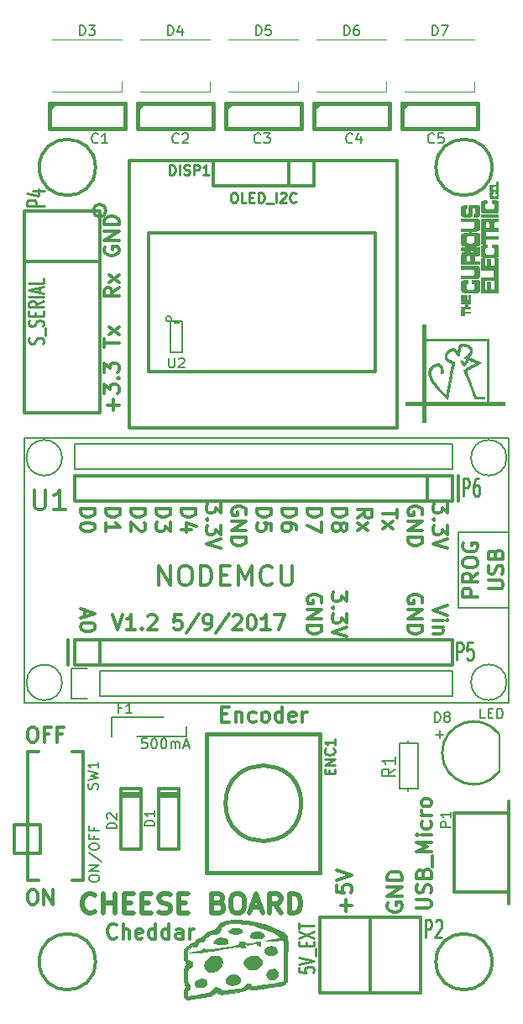
<source format=gbr>
G04 #@! TF.FileFunction,Legend,Top*
%FSLAX46Y46*%
G04 Gerber Fmt 4.6, Leading zero omitted, Abs format (unit mm)*
G04 Created by KiCad (PCBNEW 4.0.4-stable) date 09/06/17 14:08:56*
%MOMM*%
%LPD*%
G01*
G04 APERTURE LIST*
%ADD10C,0.500000*%
%ADD11C,0.300000*%
%ADD12C,0.304800*%
%ADD13C,0.150000*%
%ADD14C,0.200000*%
%ADD15C,0.381000*%
%ADD16C,0.010000*%
%ADD17C,0.120000*%
%ADD18C,0.203200*%
%ADD19C,0.254000*%
%ADD20C,0.250000*%
%ADD21C,0.271780*%
G04 APERTURE END LIST*
D10*
D11*
X9977858Y7465286D02*
X9906429Y7393857D01*
X9692143Y7322429D01*
X9549286Y7322429D01*
X9335001Y7393857D01*
X9192143Y7536714D01*
X9120715Y7679571D01*
X9049286Y7965286D01*
X9049286Y8179571D01*
X9120715Y8465286D01*
X9192143Y8608143D01*
X9335001Y8751000D01*
X9549286Y8822429D01*
X9692143Y8822429D01*
X9906429Y8751000D01*
X9977858Y8679571D01*
X10620715Y7322429D02*
X10620715Y8822429D01*
X11263572Y7322429D02*
X11263572Y8108143D01*
X11192143Y8251000D01*
X11049286Y8322429D01*
X10835001Y8322429D01*
X10692143Y8251000D01*
X10620715Y8179571D01*
X12549286Y7393857D02*
X12406429Y7322429D01*
X12120715Y7322429D01*
X11977858Y7393857D01*
X11906429Y7536714D01*
X11906429Y8108143D01*
X11977858Y8251000D01*
X12120715Y8322429D01*
X12406429Y8322429D01*
X12549286Y8251000D01*
X12620715Y8108143D01*
X12620715Y7965286D01*
X11906429Y7822429D01*
X13906429Y7322429D02*
X13906429Y8822429D01*
X13906429Y7393857D02*
X13763572Y7322429D01*
X13477858Y7322429D01*
X13335000Y7393857D01*
X13263572Y7465286D01*
X13192143Y7608143D01*
X13192143Y8036714D01*
X13263572Y8179571D01*
X13335000Y8251000D01*
X13477858Y8322429D01*
X13763572Y8322429D01*
X13906429Y8251000D01*
X15263572Y7322429D02*
X15263572Y8822429D01*
X15263572Y7393857D02*
X15120715Y7322429D01*
X14835001Y7322429D01*
X14692143Y7393857D01*
X14620715Y7465286D01*
X14549286Y7608143D01*
X14549286Y8036714D01*
X14620715Y8179571D01*
X14692143Y8251000D01*
X14835001Y8322429D01*
X15120715Y8322429D01*
X15263572Y8251000D01*
X16620715Y7322429D02*
X16620715Y8108143D01*
X16549286Y8251000D01*
X16406429Y8322429D01*
X16120715Y8322429D01*
X15977858Y8251000D01*
X16620715Y7393857D02*
X16477858Y7322429D01*
X16120715Y7322429D01*
X15977858Y7393857D01*
X15906429Y7536714D01*
X15906429Y7679571D01*
X15977858Y7822429D01*
X16120715Y7893857D01*
X16477858Y7893857D01*
X16620715Y7965286D01*
X17335001Y7322429D02*
X17335001Y8322429D01*
X17335001Y8036714D02*
X17406429Y8179571D01*
X17477858Y8251000D01*
X17620715Y8322429D01*
X17763572Y8322429D01*
X43366429Y40905714D02*
X41866429Y40405714D01*
X43366429Y39905714D01*
X41866429Y39405714D02*
X42866429Y39405714D01*
X43366429Y39405714D02*
X43295000Y39477143D01*
X43223571Y39405714D01*
X43295000Y39334286D01*
X43366429Y39405714D01*
X43223571Y39405714D01*
X42866429Y38691428D02*
X41866429Y38691428D01*
X42723571Y38691428D02*
X42795000Y38620000D01*
X42866429Y38477142D01*
X42866429Y38262857D01*
X42795000Y38120000D01*
X42652143Y38048571D01*
X41866429Y38048571D01*
X40755000Y41147857D02*
X40826429Y41290714D01*
X40826429Y41505000D01*
X40755000Y41719285D01*
X40612143Y41862143D01*
X40469286Y41933571D01*
X40183571Y42005000D01*
X39969286Y42005000D01*
X39683571Y41933571D01*
X39540714Y41862143D01*
X39397857Y41719285D01*
X39326429Y41505000D01*
X39326429Y41362143D01*
X39397857Y41147857D01*
X39469286Y41076428D01*
X39969286Y41076428D01*
X39969286Y41362143D01*
X39326429Y40433571D02*
X40826429Y40433571D01*
X39326429Y39576428D01*
X40826429Y39576428D01*
X39326429Y38862142D02*
X40826429Y38862142D01*
X40826429Y38504999D01*
X40755000Y38290714D01*
X40612143Y38147856D01*
X40469286Y38076428D01*
X40183571Y38004999D01*
X39969286Y38004999D01*
X39683571Y38076428D01*
X39540714Y38147856D01*
X39397857Y38290714D01*
X39326429Y38504999D01*
X39326429Y38862142D01*
X33206429Y42219285D02*
X33206429Y41290714D01*
X32635000Y41790714D01*
X32635000Y41576428D01*
X32563571Y41433571D01*
X32492143Y41362142D01*
X32349286Y41290714D01*
X31992143Y41290714D01*
X31849286Y41362142D01*
X31777857Y41433571D01*
X31706429Y41576428D01*
X31706429Y42005000D01*
X31777857Y42147857D01*
X31849286Y42219285D01*
X31849286Y40647857D02*
X31777857Y40576429D01*
X31706429Y40647857D01*
X31777857Y40719286D01*
X31849286Y40647857D01*
X31706429Y40647857D01*
X33206429Y40076428D02*
X33206429Y39147857D01*
X32635000Y39647857D01*
X32635000Y39433571D01*
X32563571Y39290714D01*
X32492143Y39219285D01*
X32349286Y39147857D01*
X31992143Y39147857D01*
X31849286Y39219285D01*
X31777857Y39290714D01*
X31706429Y39433571D01*
X31706429Y39862143D01*
X31777857Y40005000D01*
X31849286Y40076428D01*
X33206429Y38719286D02*
X31706429Y38219286D01*
X33206429Y37719286D01*
X30595000Y41147857D02*
X30666429Y41290714D01*
X30666429Y41505000D01*
X30595000Y41719285D01*
X30452143Y41862143D01*
X30309286Y41933571D01*
X30023571Y42005000D01*
X29809286Y42005000D01*
X29523571Y41933571D01*
X29380714Y41862143D01*
X29237857Y41719285D01*
X29166429Y41505000D01*
X29166429Y41362143D01*
X29237857Y41147857D01*
X29309286Y41076428D01*
X29809286Y41076428D01*
X29809286Y41362143D01*
X29166429Y40433571D02*
X30666429Y40433571D01*
X29166429Y39576428D01*
X30666429Y39576428D01*
X29166429Y38862142D02*
X30666429Y38862142D01*
X30666429Y38504999D01*
X30595000Y38290714D01*
X30452143Y38147856D01*
X30309286Y38076428D01*
X30023571Y38004999D01*
X29809286Y38004999D01*
X29523571Y38076428D01*
X29380714Y38147856D01*
X29237857Y38290714D01*
X29166429Y38504999D01*
X29166429Y38862142D01*
X6735000Y40441428D02*
X6735000Y39727142D01*
X6306429Y40584285D02*
X7806429Y40084285D01*
X6306429Y39584285D01*
X7806429Y38798571D02*
X7806429Y38655714D01*
X7735000Y38512857D01*
X7663571Y38441428D01*
X7520714Y38369999D01*
X7235000Y38298571D01*
X6877857Y38298571D01*
X6592143Y38369999D01*
X6449286Y38441428D01*
X6377857Y38512857D01*
X6306429Y38655714D01*
X6306429Y38798571D01*
X6377857Y38941428D01*
X6449286Y39012857D01*
X6592143Y39084285D01*
X6877857Y39155714D01*
X7235000Y39155714D01*
X7520714Y39084285D01*
X7663571Y39012857D01*
X7735000Y38941428D01*
X7806429Y38798571D01*
X43366429Y51109285D02*
X43366429Y50180714D01*
X42795000Y50680714D01*
X42795000Y50466428D01*
X42723571Y50323571D01*
X42652143Y50252142D01*
X42509286Y50180714D01*
X42152143Y50180714D01*
X42009286Y50252142D01*
X41937857Y50323571D01*
X41866429Y50466428D01*
X41866429Y50895000D01*
X41937857Y51037857D01*
X42009286Y51109285D01*
X42009286Y49537857D02*
X41937857Y49466429D01*
X41866429Y49537857D01*
X41937857Y49609286D01*
X42009286Y49537857D01*
X41866429Y49537857D01*
X43366429Y48966428D02*
X43366429Y48037857D01*
X42795000Y48537857D01*
X42795000Y48323571D01*
X42723571Y48180714D01*
X42652143Y48109285D01*
X42509286Y48037857D01*
X42152143Y48037857D01*
X42009286Y48109285D01*
X41937857Y48180714D01*
X41866429Y48323571D01*
X41866429Y48752143D01*
X41937857Y48895000D01*
X42009286Y48966428D01*
X43366429Y47609286D02*
X41866429Y47109286D01*
X43366429Y46609286D01*
X6306429Y50637142D02*
X7806429Y50637142D01*
X7806429Y50279999D01*
X7735000Y50065714D01*
X7592143Y49922856D01*
X7449286Y49851428D01*
X7163571Y49779999D01*
X6949286Y49779999D01*
X6663571Y49851428D01*
X6520714Y49922856D01*
X6377857Y50065714D01*
X6306429Y50279999D01*
X6306429Y50637142D01*
X7806429Y48851428D02*
X7806429Y48708571D01*
X7735000Y48565714D01*
X7663571Y48494285D01*
X7520714Y48422856D01*
X7235000Y48351428D01*
X6877857Y48351428D01*
X6592143Y48422856D01*
X6449286Y48494285D01*
X6377857Y48565714D01*
X6306429Y48708571D01*
X6306429Y48851428D01*
X6377857Y48994285D01*
X6449286Y49065714D01*
X6592143Y49137142D01*
X6877857Y49208571D01*
X7235000Y49208571D01*
X7520714Y49137142D01*
X7663571Y49065714D01*
X7735000Y48994285D01*
X7806429Y48851428D01*
X8846429Y50637142D02*
X10346429Y50637142D01*
X10346429Y50279999D01*
X10275000Y50065714D01*
X10132143Y49922856D01*
X9989286Y49851428D01*
X9703571Y49779999D01*
X9489286Y49779999D01*
X9203571Y49851428D01*
X9060714Y49922856D01*
X8917857Y50065714D01*
X8846429Y50279999D01*
X8846429Y50637142D01*
X8846429Y48351428D02*
X8846429Y49208571D01*
X8846429Y48779999D02*
X10346429Y48779999D01*
X10132143Y48922856D01*
X9989286Y49065714D01*
X9917857Y49208571D01*
X11386429Y50637142D02*
X12886429Y50637142D01*
X12886429Y50279999D01*
X12815000Y50065714D01*
X12672143Y49922856D01*
X12529286Y49851428D01*
X12243571Y49779999D01*
X12029286Y49779999D01*
X11743571Y49851428D01*
X11600714Y49922856D01*
X11457857Y50065714D01*
X11386429Y50279999D01*
X11386429Y50637142D01*
X12743571Y49208571D02*
X12815000Y49137142D01*
X12886429Y48994285D01*
X12886429Y48637142D01*
X12815000Y48494285D01*
X12743571Y48422856D01*
X12600714Y48351428D01*
X12457857Y48351428D01*
X12243571Y48422856D01*
X11386429Y49279999D01*
X11386429Y48351428D01*
X13926429Y50637142D02*
X15426429Y50637142D01*
X15426429Y50279999D01*
X15355000Y50065714D01*
X15212143Y49922856D01*
X15069286Y49851428D01*
X14783571Y49779999D01*
X14569286Y49779999D01*
X14283571Y49851428D01*
X14140714Y49922856D01*
X13997857Y50065714D01*
X13926429Y50279999D01*
X13926429Y50637142D01*
X15426429Y49279999D02*
X15426429Y48351428D01*
X14855000Y48851428D01*
X14855000Y48637142D01*
X14783571Y48494285D01*
X14712143Y48422856D01*
X14569286Y48351428D01*
X14212143Y48351428D01*
X14069286Y48422856D01*
X13997857Y48494285D01*
X13926429Y48637142D01*
X13926429Y49065714D01*
X13997857Y49208571D01*
X14069286Y49279999D01*
X16466429Y50637142D02*
X17966429Y50637142D01*
X17966429Y50279999D01*
X17895000Y50065714D01*
X17752143Y49922856D01*
X17609286Y49851428D01*
X17323571Y49779999D01*
X17109286Y49779999D01*
X16823571Y49851428D01*
X16680714Y49922856D01*
X16537857Y50065714D01*
X16466429Y50279999D01*
X16466429Y50637142D01*
X17466429Y48494285D02*
X16466429Y48494285D01*
X18037857Y48851428D02*
X16966429Y49208571D01*
X16966429Y48279999D01*
X20506429Y51109285D02*
X20506429Y50180714D01*
X19935000Y50680714D01*
X19935000Y50466428D01*
X19863571Y50323571D01*
X19792143Y50252142D01*
X19649286Y50180714D01*
X19292143Y50180714D01*
X19149286Y50252142D01*
X19077857Y50323571D01*
X19006429Y50466428D01*
X19006429Y50895000D01*
X19077857Y51037857D01*
X19149286Y51109285D01*
X19149286Y49537857D02*
X19077857Y49466429D01*
X19006429Y49537857D01*
X19077857Y49609286D01*
X19149286Y49537857D01*
X19006429Y49537857D01*
X20506429Y48966428D02*
X20506429Y48037857D01*
X19935000Y48537857D01*
X19935000Y48323571D01*
X19863571Y48180714D01*
X19792143Y48109285D01*
X19649286Y48037857D01*
X19292143Y48037857D01*
X19149286Y48109285D01*
X19077857Y48180714D01*
X19006429Y48323571D01*
X19006429Y48752143D01*
X19077857Y48895000D01*
X19149286Y48966428D01*
X20506429Y47609286D02*
X19006429Y47109286D01*
X20506429Y46609286D01*
X22975000Y50037857D02*
X23046429Y50180714D01*
X23046429Y50395000D01*
X22975000Y50609285D01*
X22832143Y50752143D01*
X22689286Y50823571D01*
X22403571Y50895000D01*
X22189286Y50895000D01*
X21903571Y50823571D01*
X21760714Y50752143D01*
X21617857Y50609285D01*
X21546429Y50395000D01*
X21546429Y50252143D01*
X21617857Y50037857D01*
X21689286Y49966428D01*
X22189286Y49966428D01*
X22189286Y50252143D01*
X21546429Y49323571D02*
X23046429Y49323571D01*
X21546429Y48466428D01*
X23046429Y48466428D01*
X21546429Y47752142D02*
X23046429Y47752142D01*
X23046429Y47394999D01*
X22975000Y47180714D01*
X22832143Y47037856D01*
X22689286Y46966428D01*
X22403571Y46894999D01*
X22189286Y46894999D01*
X21903571Y46966428D01*
X21760714Y47037856D01*
X21617857Y47180714D01*
X21546429Y47394999D01*
X21546429Y47752142D01*
X24086429Y50637142D02*
X25586429Y50637142D01*
X25586429Y50279999D01*
X25515000Y50065714D01*
X25372143Y49922856D01*
X25229286Y49851428D01*
X24943571Y49779999D01*
X24729286Y49779999D01*
X24443571Y49851428D01*
X24300714Y49922856D01*
X24157857Y50065714D01*
X24086429Y50279999D01*
X24086429Y50637142D01*
X25586429Y48422856D02*
X25586429Y49137142D01*
X24872143Y49208571D01*
X24943571Y49137142D01*
X25015000Y48994285D01*
X25015000Y48637142D01*
X24943571Y48494285D01*
X24872143Y48422856D01*
X24729286Y48351428D01*
X24372143Y48351428D01*
X24229286Y48422856D01*
X24157857Y48494285D01*
X24086429Y48637142D01*
X24086429Y48994285D01*
X24157857Y49137142D01*
X24229286Y49208571D01*
X26626429Y50637142D02*
X28126429Y50637142D01*
X28126429Y50279999D01*
X28055000Y50065714D01*
X27912143Y49922856D01*
X27769286Y49851428D01*
X27483571Y49779999D01*
X27269286Y49779999D01*
X26983571Y49851428D01*
X26840714Y49922856D01*
X26697857Y50065714D01*
X26626429Y50279999D01*
X26626429Y50637142D01*
X28126429Y48494285D02*
X28126429Y48779999D01*
X28055000Y48922856D01*
X27983571Y48994285D01*
X27769286Y49137142D01*
X27483571Y49208571D01*
X26912143Y49208571D01*
X26769286Y49137142D01*
X26697857Y49065714D01*
X26626429Y48922856D01*
X26626429Y48637142D01*
X26697857Y48494285D01*
X26769286Y48422856D01*
X26912143Y48351428D01*
X27269286Y48351428D01*
X27412143Y48422856D01*
X27483571Y48494285D01*
X27555000Y48637142D01*
X27555000Y48922856D01*
X27483571Y49065714D01*
X27412143Y49137142D01*
X27269286Y49208571D01*
X29166429Y50637142D02*
X30666429Y50637142D01*
X30666429Y50279999D01*
X30595000Y50065714D01*
X30452143Y49922856D01*
X30309286Y49851428D01*
X30023571Y49779999D01*
X29809286Y49779999D01*
X29523571Y49851428D01*
X29380714Y49922856D01*
X29237857Y50065714D01*
X29166429Y50279999D01*
X29166429Y50637142D01*
X30666429Y49279999D02*
X30666429Y48279999D01*
X29166429Y48922856D01*
X31706429Y50637142D02*
X33206429Y50637142D01*
X33206429Y50279999D01*
X33135000Y50065714D01*
X32992143Y49922856D01*
X32849286Y49851428D01*
X32563571Y49779999D01*
X32349286Y49779999D01*
X32063571Y49851428D01*
X31920714Y49922856D01*
X31777857Y50065714D01*
X31706429Y50279999D01*
X31706429Y50637142D01*
X32563571Y48922856D02*
X32635000Y49065714D01*
X32706429Y49137142D01*
X32849286Y49208571D01*
X32920714Y49208571D01*
X33063571Y49137142D01*
X33135000Y49065714D01*
X33206429Y48922856D01*
X33206429Y48637142D01*
X33135000Y48494285D01*
X33063571Y48422856D01*
X32920714Y48351428D01*
X32849286Y48351428D01*
X32706429Y48422856D01*
X32635000Y48494285D01*
X32563571Y48637142D01*
X32563571Y48922856D01*
X32492143Y49065714D01*
X32420714Y49137142D01*
X32277857Y49208571D01*
X31992143Y49208571D01*
X31849286Y49137142D01*
X31777857Y49065714D01*
X31706429Y48922856D01*
X31706429Y48637142D01*
X31777857Y48494285D01*
X31849286Y48422856D01*
X31992143Y48351428D01*
X32277857Y48351428D01*
X32420714Y48422856D01*
X32492143Y48494285D01*
X32563571Y48637142D01*
X34246429Y49672857D02*
X34960714Y50172857D01*
X34246429Y50530000D02*
X35746429Y50530000D01*
X35746429Y49958572D01*
X35675000Y49815714D01*
X35603571Y49744286D01*
X35460714Y49672857D01*
X35246429Y49672857D01*
X35103571Y49744286D01*
X35032143Y49815714D01*
X34960714Y49958572D01*
X34960714Y50530000D01*
X34246429Y49172857D02*
X35246429Y48387143D01*
X35246429Y49172857D02*
X34246429Y48387143D01*
X38286429Y50565714D02*
X38286429Y49708571D01*
X36786429Y50137142D02*
X38286429Y50137142D01*
X36786429Y49351428D02*
X37786429Y48565714D01*
X37786429Y49351428D02*
X36786429Y48565714D01*
X40755000Y50037857D02*
X40826429Y50180714D01*
X40826429Y50395000D01*
X40755000Y50609285D01*
X40612143Y50752143D01*
X40469286Y50823571D01*
X40183571Y50895000D01*
X39969286Y50895000D01*
X39683571Y50823571D01*
X39540714Y50752143D01*
X39397857Y50609285D01*
X39326429Y50395000D01*
X39326429Y50252143D01*
X39397857Y50037857D01*
X39469286Y49966428D01*
X39969286Y49966428D01*
X39969286Y50252143D01*
X39326429Y49323571D02*
X40826429Y49323571D01*
X39326429Y48466428D01*
X40826429Y48466428D01*
X39326429Y47752142D02*
X40826429Y47752142D01*
X40826429Y47394999D01*
X40755000Y47180714D01*
X40612143Y47037856D01*
X40469286Y46966428D01*
X40183571Y46894999D01*
X39969286Y46894999D01*
X39683571Y46966428D01*
X39540714Y47037856D01*
X39397857Y47180714D01*
X39326429Y47394999D01*
X39326429Y47752142D01*
X46393571Y41771429D02*
X44893571Y41771429D01*
X44893571Y42342857D01*
X44965000Y42485715D01*
X45036429Y42557143D01*
X45179286Y42628572D01*
X45393571Y42628572D01*
X45536429Y42557143D01*
X45607857Y42485715D01*
X45679286Y42342857D01*
X45679286Y41771429D01*
X46393571Y44128572D02*
X45679286Y43628572D01*
X46393571Y43271429D02*
X44893571Y43271429D01*
X44893571Y43842857D01*
X44965000Y43985715D01*
X45036429Y44057143D01*
X45179286Y44128572D01*
X45393571Y44128572D01*
X45536429Y44057143D01*
X45607857Y43985715D01*
X45679286Y43842857D01*
X45679286Y43271429D01*
X44893571Y45057143D02*
X44893571Y45342857D01*
X44965000Y45485715D01*
X45107857Y45628572D01*
X45393571Y45700000D01*
X45893571Y45700000D01*
X46179286Y45628572D01*
X46322143Y45485715D01*
X46393571Y45342857D01*
X46393571Y45057143D01*
X46322143Y44914286D01*
X46179286Y44771429D01*
X45893571Y44700000D01*
X45393571Y44700000D01*
X45107857Y44771429D01*
X44965000Y44914286D01*
X44893571Y45057143D01*
X44965000Y47128572D02*
X44893571Y46985715D01*
X44893571Y46771429D01*
X44965000Y46557144D01*
X45107857Y46414286D01*
X45250714Y46342858D01*
X45536429Y46271429D01*
X45750714Y46271429D01*
X46036429Y46342858D01*
X46179286Y46414286D01*
X46322143Y46557144D01*
X46393571Y46771429D01*
X46393571Y46914286D01*
X46322143Y47128572D01*
X46250714Y47200001D01*
X45750714Y47200001D01*
X45750714Y46914286D01*
X47443571Y42557143D02*
X48657857Y42557143D01*
X48800714Y42628571D01*
X48872143Y42700000D01*
X48943571Y42842857D01*
X48943571Y43128571D01*
X48872143Y43271429D01*
X48800714Y43342857D01*
X48657857Y43414286D01*
X47443571Y43414286D01*
X48872143Y44057143D02*
X48943571Y44271429D01*
X48943571Y44628572D01*
X48872143Y44771429D01*
X48800714Y44842858D01*
X48657857Y44914286D01*
X48515000Y44914286D01*
X48372143Y44842858D01*
X48300714Y44771429D01*
X48229286Y44628572D01*
X48157857Y44342858D01*
X48086429Y44200000D01*
X48015000Y44128572D01*
X47872143Y44057143D01*
X47729286Y44057143D01*
X47586429Y44128572D01*
X47515000Y44200000D01*
X47443571Y44342858D01*
X47443571Y44700000D01*
X47515000Y44914286D01*
X48157857Y46057143D02*
X48229286Y46271429D01*
X48300714Y46342857D01*
X48443571Y46414286D01*
X48657857Y46414286D01*
X48800714Y46342857D01*
X48872143Y46271429D01*
X48943571Y46128571D01*
X48943571Y45557143D01*
X47443571Y45557143D01*
X47443571Y46057143D01*
X47515000Y46200000D01*
X47586429Y46271429D01*
X47729286Y46342857D01*
X47872143Y46342857D01*
X48015000Y46271429D01*
X48086429Y46200000D01*
X48157857Y46057143D01*
X48157857Y45557143D01*
X8775000Y76962143D02*
X8703571Y76819286D01*
X8703571Y76605000D01*
X8775000Y76390715D01*
X8917857Y76247857D01*
X9060714Y76176429D01*
X9346429Y76105000D01*
X9560714Y76105000D01*
X9846429Y76176429D01*
X9989286Y76247857D01*
X10132143Y76390715D01*
X10203571Y76605000D01*
X10203571Y76747857D01*
X10132143Y76962143D01*
X10060714Y77033572D01*
X9560714Y77033572D01*
X9560714Y76747857D01*
X10203571Y77676429D02*
X8703571Y77676429D01*
X10203571Y78533572D01*
X8703571Y78533572D01*
X10203571Y79247858D02*
X8703571Y79247858D01*
X8703571Y79605001D01*
X8775000Y79819286D01*
X8917857Y79962144D01*
X9060714Y80033572D01*
X9346429Y80105001D01*
X9560714Y80105001D01*
X9846429Y80033572D01*
X9989286Y79962144D01*
X10132143Y79819286D01*
X10203571Y79605001D01*
X10203571Y79247858D01*
X10203571Y72882143D02*
X9489286Y72382143D01*
X10203571Y72025000D02*
X8703571Y72025000D01*
X8703571Y72596428D01*
X8775000Y72739286D01*
X8846429Y72810714D01*
X8989286Y72882143D01*
X9203571Y72882143D01*
X9346429Y72810714D01*
X9417857Y72739286D01*
X9489286Y72596428D01*
X9489286Y72025000D01*
X10203571Y73382143D02*
X9203571Y74167857D01*
X9203571Y73382143D02*
X10203571Y74167857D01*
X8703571Y66909286D02*
X8703571Y67766429D01*
X10203571Y67337858D02*
X8703571Y67337858D01*
X10203571Y68123572D02*
X9203571Y68909286D01*
X9203571Y68123572D02*
X10203571Y68909286D01*
X9632143Y60507858D02*
X9632143Y61650715D01*
X10203571Y61079286D02*
X9060714Y61079286D01*
X8703571Y62222144D02*
X8703571Y63150715D01*
X9275000Y62650715D01*
X9275000Y62865001D01*
X9346429Y63007858D01*
X9417857Y63079287D01*
X9560714Y63150715D01*
X9917857Y63150715D01*
X10060714Y63079287D01*
X10132143Y63007858D01*
X10203571Y62865001D01*
X10203571Y62436429D01*
X10132143Y62293572D01*
X10060714Y62222144D01*
X10060714Y63793572D02*
X10132143Y63865000D01*
X10203571Y63793572D01*
X10132143Y63722143D01*
X10060714Y63793572D01*
X10203571Y63793572D01*
X8703571Y64365001D02*
X8703571Y65293572D01*
X9275000Y64793572D01*
X9275000Y65007858D01*
X9346429Y65150715D01*
X9417857Y65222144D01*
X9560714Y65293572D01*
X9917857Y65293572D01*
X10060714Y65222144D01*
X10132143Y65150715D01*
X10203571Y65007858D01*
X10203571Y64579286D01*
X10132143Y64436429D01*
X10060714Y64365001D01*
X1365429Y28634429D02*
X1651143Y28634429D01*
X1794001Y28563000D01*
X1936858Y28420143D01*
X2008286Y28134429D01*
X2008286Y27634429D01*
X1936858Y27348714D01*
X1794001Y27205857D01*
X1651143Y27134429D01*
X1365429Y27134429D01*
X1222572Y27205857D01*
X1079715Y27348714D01*
X1008286Y27634429D01*
X1008286Y28134429D01*
X1079715Y28420143D01*
X1222572Y28563000D01*
X1365429Y28634429D01*
X3151144Y27920143D02*
X2651144Y27920143D01*
X2651144Y27134429D02*
X2651144Y28634429D01*
X3365430Y28634429D01*
X4436858Y27920143D02*
X3936858Y27920143D01*
X3936858Y27134429D02*
X3936858Y28634429D01*
X4651144Y28634429D01*
X1357428Y12251429D02*
X1643142Y12251429D01*
X1786000Y12180000D01*
X1928857Y12037143D01*
X2000285Y11751429D01*
X2000285Y11251429D01*
X1928857Y10965714D01*
X1786000Y10822857D01*
X1643142Y10751429D01*
X1357428Y10751429D01*
X1214571Y10822857D01*
X1071714Y10965714D01*
X1000285Y11251429D01*
X1000285Y11751429D01*
X1071714Y12037143D01*
X1214571Y12180000D01*
X1357428Y12251429D01*
X2643143Y10751429D02*
X2643143Y12251429D01*
X3500286Y10751429D01*
X3500286Y12251429D01*
X9573716Y39937429D02*
X10073716Y38437429D01*
X10573716Y39937429D01*
X11859430Y38437429D02*
X11002287Y38437429D01*
X11430859Y38437429D02*
X11430859Y39937429D01*
X11288002Y39723143D01*
X11145144Y39580286D01*
X11002287Y39508857D01*
X12502287Y38580286D02*
X12573715Y38508857D01*
X12502287Y38437429D01*
X12430858Y38508857D01*
X12502287Y38580286D01*
X12502287Y38437429D01*
X13145144Y39794571D02*
X13216573Y39866000D01*
X13359430Y39937429D01*
X13716573Y39937429D01*
X13859430Y39866000D01*
X13930859Y39794571D01*
X14002287Y39651714D01*
X14002287Y39508857D01*
X13930859Y39294571D01*
X13073716Y38437429D01*
X14002287Y38437429D01*
X16502287Y39937429D02*
X15788001Y39937429D01*
X15716572Y39223143D01*
X15788001Y39294571D01*
X15930858Y39366000D01*
X16288001Y39366000D01*
X16430858Y39294571D01*
X16502287Y39223143D01*
X16573715Y39080286D01*
X16573715Y38723143D01*
X16502287Y38580286D01*
X16430858Y38508857D01*
X16288001Y38437429D01*
X15930858Y38437429D01*
X15788001Y38508857D01*
X15716572Y38580286D01*
X18288000Y40008857D02*
X17002286Y38080286D01*
X18859429Y38437429D02*
X19145144Y38437429D01*
X19288001Y38508857D01*
X19359429Y38580286D01*
X19502287Y38794571D01*
X19573715Y39080286D01*
X19573715Y39651714D01*
X19502287Y39794571D01*
X19430858Y39866000D01*
X19288001Y39937429D01*
X19002287Y39937429D01*
X18859429Y39866000D01*
X18788001Y39794571D01*
X18716572Y39651714D01*
X18716572Y39294571D01*
X18788001Y39151714D01*
X18859429Y39080286D01*
X19002287Y39008857D01*
X19288001Y39008857D01*
X19430858Y39080286D01*
X19502287Y39151714D01*
X19573715Y39294571D01*
X21288000Y40008857D02*
X20002286Y38080286D01*
X21716572Y39794571D02*
X21788001Y39866000D01*
X21930858Y39937429D01*
X22288001Y39937429D01*
X22430858Y39866000D01*
X22502287Y39794571D01*
X22573715Y39651714D01*
X22573715Y39508857D01*
X22502287Y39294571D01*
X21645144Y38437429D01*
X22573715Y38437429D01*
X23502286Y39937429D02*
X23645143Y39937429D01*
X23788000Y39866000D01*
X23859429Y39794571D01*
X23930858Y39651714D01*
X24002286Y39366000D01*
X24002286Y39008857D01*
X23930858Y38723143D01*
X23859429Y38580286D01*
X23788000Y38508857D01*
X23645143Y38437429D01*
X23502286Y38437429D01*
X23359429Y38508857D01*
X23288000Y38580286D01*
X23216572Y38723143D01*
X23145143Y39008857D01*
X23145143Y39366000D01*
X23216572Y39651714D01*
X23288000Y39794571D01*
X23359429Y39866000D01*
X23502286Y39937429D01*
X25430857Y38437429D02*
X24573714Y38437429D01*
X25002286Y38437429D02*
X25002286Y39937429D01*
X24859429Y39723143D01*
X24716571Y39580286D01*
X24573714Y39508857D01*
X25930857Y39937429D02*
X26930857Y39937429D01*
X26288000Y38437429D01*
D10*
X7764095Y10080714D02*
X7668857Y9985476D01*
X7383142Y9890238D01*
X7192666Y9890238D01*
X6906952Y9985476D01*
X6716476Y10175952D01*
X6621237Y10366429D01*
X6525999Y10747381D01*
X6525999Y11033095D01*
X6621237Y11414048D01*
X6716476Y11604524D01*
X6906952Y11795000D01*
X7192666Y11890238D01*
X7383142Y11890238D01*
X7668857Y11795000D01*
X7764095Y11699762D01*
X8621237Y9890238D02*
X8621237Y11890238D01*
X8621237Y10937857D02*
X9764095Y10937857D01*
X9764095Y9890238D02*
X9764095Y11890238D01*
X10716475Y10937857D02*
X11383142Y10937857D01*
X11668856Y9890238D02*
X10716475Y9890238D01*
X10716475Y11890238D01*
X11668856Y11890238D01*
X12525999Y10937857D02*
X13192666Y10937857D01*
X13478380Y9890238D02*
X12525999Y9890238D01*
X12525999Y11890238D01*
X13478380Y11890238D01*
X14240285Y9985476D02*
X14526000Y9890238D01*
X15002190Y9890238D01*
X15192666Y9985476D01*
X15287904Y10080714D01*
X15383143Y10271190D01*
X15383143Y10461667D01*
X15287904Y10652143D01*
X15192666Y10747381D01*
X15002190Y10842619D01*
X14621238Y10937857D01*
X14430762Y11033095D01*
X14335523Y11128333D01*
X14240285Y11318810D01*
X14240285Y11509286D01*
X14335523Y11699762D01*
X14430762Y11795000D01*
X14621238Y11890238D01*
X15097428Y11890238D01*
X15383143Y11795000D01*
X16240285Y10937857D02*
X16906952Y10937857D01*
X17192666Y9890238D02*
X16240285Y9890238D01*
X16240285Y11890238D01*
X17192666Y11890238D01*
X20240286Y10937857D02*
X20526000Y10842619D01*
X20621239Y10747381D01*
X20716477Y10556905D01*
X20716477Y10271190D01*
X20621239Y10080714D01*
X20526000Y9985476D01*
X20335524Y9890238D01*
X19573619Y9890238D01*
X19573619Y11890238D01*
X20240286Y11890238D01*
X20430762Y11795000D01*
X20526000Y11699762D01*
X20621239Y11509286D01*
X20621239Y11318810D01*
X20526000Y11128333D01*
X20430762Y11033095D01*
X20240286Y10937857D01*
X19573619Y10937857D01*
X21954572Y11890238D02*
X22335524Y11890238D01*
X22526000Y11795000D01*
X22716477Y11604524D01*
X22811715Y11223571D01*
X22811715Y10556905D01*
X22716477Y10175952D01*
X22526000Y9985476D01*
X22335524Y9890238D01*
X21954572Y9890238D01*
X21764096Y9985476D01*
X21573619Y10175952D01*
X21478381Y10556905D01*
X21478381Y11223571D01*
X21573619Y11604524D01*
X21764096Y11795000D01*
X21954572Y11890238D01*
X23573619Y10461667D02*
X24526000Y10461667D01*
X23383143Y9890238D02*
X24049810Y11890238D01*
X24716477Y9890238D01*
X26526001Y9890238D02*
X25859334Y10842619D01*
X25383143Y9890238D02*
X25383143Y11890238D01*
X26145048Y11890238D01*
X26335524Y11795000D01*
X26430763Y11699762D01*
X26526001Y11509286D01*
X26526001Y11223571D01*
X26430763Y11033095D01*
X26335524Y10937857D01*
X26145048Y10842619D01*
X25383143Y10842619D01*
X27383143Y9890238D02*
X27383143Y11890238D01*
X27859334Y11890238D01*
X28145048Y11795000D01*
X28335524Y11604524D01*
X28430763Y11414048D01*
X28526001Y11033095D01*
X28526001Y10747381D01*
X28430763Y10366429D01*
X28335524Y10175952D01*
X28145048Y9985476D01*
X27859334Y9890238D01*
X27383143Y9890238D01*
D11*
X13155000Y78395000D02*
X36015000Y78395000D01*
X36015000Y78395000D02*
X36015000Y64425000D01*
X36015000Y64425000D02*
X13155000Y64425000D01*
X13155000Y64425000D02*
X13155000Y78395000D01*
X11265000Y85725000D02*
X38265000Y85725000D01*
X38265000Y85725000D02*
X38265000Y58725000D01*
X38265000Y58725000D02*
X11265000Y58725000D01*
X11265000Y58725000D02*
X11265000Y85725000D01*
D12*
X19685000Y85725000D02*
X19685000Y85725000D01*
X19685000Y83185000D02*
X19685000Y85725000D01*
X19685000Y85725000D02*
X19685000Y85725000D01*
X19685000Y85725000D02*
X29845000Y85725000D01*
X29845000Y85725000D02*
X29845000Y83185000D01*
X29845000Y83185000D02*
X19685000Y83185000D01*
X27305000Y83185000D02*
X27305000Y85725000D01*
D13*
X16975000Y27710000D02*
X16975000Y28710000D01*
X9475000Y27710000D02*
X9475000Y29610000D01*
X9475000Y29610000D02*
X14675000Y29610000D01*
X16975000Y27710000D02*
X11975000Y27710000D01*
D14*
X39370000Y27051000D02*
X39370000Y27305000D01*
X39370000Y22479000D02*
X39370000Y22225000D01*
X40386000Y27051000D02*
X38481000Y27051000D01*
X38481000Y27051000D02*
X38481000Y22479000D01*
X38481000Y22479000D02*
X40386000Y22479000D01*
X40386000Y22479000D02*
X40386000Y27051000D01*
D13*
X4463051Y33128949D02*
G75*
G03X4463051Y33128949I-1796051J0D01*
G01*
X44450000Y48260000D02*
X49530000Y48260000D01*
X44450000Y40640000D02*
X44450000Y48260000D01*
X49530000Y40640000D02*
X44450000Y40640000D01*
X49530000Y31115000D02*
X635000Y31115000D01*
X49530000Y57785000D02*
X49530000Y31115000D01*
X635000Y57785000D02*
X49530000Y57785000D01*
X635000Y31115000D02*
X635000Y57785000D01*
X8255000Y31750000D02*
X43815000Y31750000D01*
X43815000Y31750000D02*
X43815000Y34290000D01*
X43815000Y34290000D02*
X8255000Y34290000D01*
X5435000Y34570000D02*
X6985000Y34570000D01*
X8255000Y34290000D02*
X8255000Y31750000D01*
X6985000Y31470000D02*
X5435000Y31470000D01*
X5435000Y31470000D02*
X5435000Y34570000D01*
X43815000Y54610000D02*
X43815000Y57150000D01*
X5715000Y54610000D02*
X43815000Y54610000D01*
X5715000Y57150000D02*
X5715000Y54610000D01*
X43815000Y57150000D02*
X5715000Y57150000D01*
X4463051Y55753000D02*
G75*
G03X4463051Y55753000I-1796051J0D01*
G01*
X49294051Y55753000D02*
G75*
G03X49294051Y55753000I-1796051J0D01*
G01*
X49294051Y33147000D02*
G75*
G03X49294051Y33147000I-1796051J0D01*
G01*
D12*
X15240000Y22479000D02*
X14224000Y22479000D01*
X14224000Y22479000D02*
X14224000Y16383000D01*
X14224000Y16383000D02*
X15240000Y16383000D01*
X15240000Y16383000D02*
X16256000Y16383000D01*
X16256000Y16383000D02*
X16256000Y22479000D01*
X16256000Y22479000D02*
X15240000Y22479000D01*
X14224000Y21971000D02*
X16256000Y21971000D01*
X16256000Y21717000D02*
X14224000Y21717000D01*
D11*
X2210000Y15885000D02*
X-390000Y15885000D01*
X-390000Y15885000D02*
X-390000Y18785000D01*
X-390000Y18785000D02*
X2310000Y18785000D01*
X2310000Y18785000D02*
X2310000Y15885000D01*
X2310000Y15885000D02*
X1910000Y15885000D01*
X1010000Y26185000D02*
X2110000Y26185000D01*
X6610000Y26185000D02*
X5510000Y26185000D01*
X1010000Y13185000D02*
X2110000Y13185000D01*
X6610000Y13185000D02*
X5510000Y13185000D01*
X1010000Y13185000D02*
X1010000Y26185000D01*
X6610000Y26185000D02*
X6610000Y13185000D01*
D15*
X3175000Y91440000D02*
X3175000Y88900000D01*
X3175000Y88900000D02*
X10795000Y88900000D01*
X10795000Y88900000D02*
X10795000Y91440000D01*
X10795000Y91440000D02*
X3175000Y91440000D01*
D12*
X3175000Y90805000D02*
X3810000Y91440000D01*
D15*
X12065000Y91440000D02*
X12065000Y88900000D01*
X12065000Y88900000D02*
X19685000Y88900000D01*
X19685000Y88900000D02*
X19685000Y91440000D01*
X19685000Y91440000D02*
X12065000Y91440000D01*
D12*
X12065000Y90805000D02*
X12700000Y91440000D01*
D15*
X20955000Y91440000D02*
X20955000Y88900000D01*
X20955000Y88900000D02*
X28575000Y88900000D01*
X28575000Y88900000D02*
X28575000Y91440000D01*
X28575000Y91440000D02*
X20955000Y91440000D01*
D12*
X20955000Y90805000D02*
X21590000Y91440000D01*
D15*
X29845000Y91440000D02*
X29845000Y88900000D01*
X29845000Y88900000D02*
X37465000Y88900000D01*
X37465000Y88900000D02*
X37465000Y91440000D01*
X37465000Y91440000D02*
X29845000Y91440000D01*
D12*
X29845000Y90805000D02*
X30480000Y91440000D01*
D15*
X38735000Y91440000D02*
X38735000Y88900000D01*
X38735000Y88900000D02*
X46355000Y88900000D01*
X46355000Y88900000D02*
X46355000Y91440000D01*
X46355000Y91440000D02*
X38735000Y91440000D01*
D12*
X38735000Y90805000D02*
X39370000Y91440000D01*
X11430000Y22479000D02*
X10414000Y22479000D01*
X10414000Y22479000D02*
X10414000Y16383000D01*
X10414000Y16383000D02*
X11430000Y16383000D01*
X11430000Y16383000D02*
X12446000Y16383000D01*
X12446000Y16383000D02*
X12446000Y22479000D01*
X12446000Y22479000D02*
X11430000Y22479000D01*
X10414000Y21971000D02*
X12446000Y21971000D01*
X12446000Y21717000D02*
X10414000Y21717000D01*
D11*
X49530000Y19899000D02*
X49530000Y21199000D01*
X49530000Y12099000D02*
X49530000Y10799000D01*
X49530000Y12049000D02*
X44030000Y12049000D01*
X44030000Y12049000D02*
X44030000Y19949000D01*
X44030000Y19949000D02*
X49530000Y19949000D01*
X49530000Y19949000D02*
X49530000Y12049000D01*
X8890000Y80645000D02*
G75*
G03X8890000Y80645000I-635000J0D01*
G01*
X8255000Y80645000D02*
X8255000Y60325000D01*
X8255000Y60325000D02*
X635000Y60325000D01*
X635000Y60325000D02*
X635000Y80645000D01*
X635000Y80645000D02*
X8255000Y80645000D01*
X635000Y75565000D02*
X8255000Y75565000D01*
X5080000Y37465000D02*
X5080000Y34925000D01*
X8255000Y34925000D02*
X8255000Y37465000D01*
X5715000Y37465000D02*
X43815000Y37465000D01*
X43815000Y37465000D02*
X43815000Y34925000D01*
X43815000Y34925000D02*
X5715000Y34925000D01*
X5715000Y34925000D02*
X5715000Y37465000D01*
X44450000Y51435000D02*
X44450000Y53975000D01*
X41275000Y53975000D02*
X41275000Y51435000D01*
X43815000Y51435000D02*
X5715000Y51435000D01*
X5715000Y51435000D02*
X5715000Y53975000D01*
X5715000Y53975000D02*
X43815000Y53975000D01*
X43815000Y53975000D02*
X43815000Y51435000D01*
X7828427Y85000000D02*
G75*
G03X7828427Y85000000I-2828427J0D01*
G01*
X7828427Y5000000D02*
G75*
G03X7828427Y5000000I-2828427J0D01*
G01*
X47828427Y5000000D02*
G75*
G03X47828427Y5000000I-2828427J0D01*
G01*
X47828427Y85000000D02*
G75*
G03X47828427Y85000000I-2828427J0D01*
G01*
D16*
G36*
X44720000Y70120000D02*
X44720000Y70210000D01*
X44810000Y70210000D01*
X44810000Y70120000D01*
X44720000Y70120000D01*
X44720000Y70120000D01*
G37*
X44720000Y70120000D02*
X44720000Y70210000D01*
X44810000Y70210000D01*
X44810000Y70120000D01*
X44720000Y70120000D01*
G36*
X44720000Y70210000D02*
X44720000Y70300000D01*
X44810000Y70300000D01*
X44810000Y70210000D01*
X44720000Y70210000D01*
X44720000Y70210000D01*
G37*
X44720000Y70210000D02*
X44720000Y70300000D01*
X44810000Y70300000D01*
X44810000Y70210000D01*
X44720000Y70210000D01*
G36*
X44720000Y70300000D02*
X44720000Y70390000D01*
X44810000Y70390000D01*
X44810000Y70300000D01*
X44720000Y70300000D01*
X44720000Y70300000D01*
G37*
X44720000Y70300000D02*
X44720000Y70390000D01*
X44810000Y70390000D01*
X44810000Y70300000D01*
X44720000Y70300000D01*
G36*
X44720000Y70390000D02*
X44720000Y70480000D01*
X44810000Y70480000D01*
X44810000Y70390000D01*
X44720000Y70390000D01*
X44720000Y70390000D01*
G37*
X44720000Y70390000D02*
X44720000Y70480000D01*
X44810000Y70480000D01*
X44810000Y70390000D01*
X44720000Y70390000D01*
G36*
X44720000Y70480000D02*
X44720000Y70570000D01*
X44810000Y70570000D01*
X44810000Y70480000D01*
X44720000Y70480000D01*
X44720000Y70480000D01*
G37*
X44720000Y70480000D02*
X44720000Y70570000D01*
X44810000Y70570000D01*
X44810000Y70480000D01*
X44720000Y70480000D01*
G36*
X44720000Y70570000D02*
X44720000Y70660000D01*
X44810000Y70660000D01*
X44810000Y70570000D01*
X44720000Y70570000D01*
X44720000Y70570000D01*
G37*
X44720000Y70570000D02*
X44720000Y70660000D01*
X44810000Y70660000D01*
X44810000Y70570000D01*
X44720000Y70570000D01*
G36*
X44720000Y70840000D02*
X44720000Y70930000D01*
X44810000Y70930000D01*
X44810000Y70840000D01*
X44720000Y70840000D01*
X44720000Y70840000D01*
G37*
X44720000Y70840000D02*
X44720000Y70930000D01*
X44810000Y70930000D01*
X44810000Y70840000D01*
X44720000Y70840000D01*
G36*
X44720000Y71290000D02*
X44720000Y71380000D01*
X44810000Y71380000D01*
X44810000Y71290000D01*
X44720000Y71290000D01*
X44720000Y71290000D01*
G37*
X44720000Y71290000D02*
X44720000Y71380000D01*
X44810000Y71380000D01*
X44810000Y71290000D01*
X44720000Y71290000D01*
G36*
X44720000Y71560000D02*
X44720000Y71650000D01*
X44810000Y71650000D01*
X44810000Y71560000D01*
X44720000Y71560000D01*
X44720000Y71560000D01*
G37*
X44720000Y71560000D02*
X44720000Y71650000D01*
X44810000Y71650000D01*
X44810000Y71560000D01*
X44720000Y71560000D01*
G36*
X44720000Y71650000D02*
X44720000Y71740000D01*
X44810000Y71740000D01*
X44810000Y71650000D01*
X44720000Y71650000D01*
X44720000Y71650000D01*
G37*
X44720000Y71650000D02*
X44720000Y71740000D01*
X44810000Y71740000D01*
X44810000Y71650000D01*
X44720000Y71650000D01*
G36*
X44720000Y71740000D02*
X44720000Y71830000D01*
X44810000Y71830000D01*
X44810000Y71740000D01*
X44720000Y71740000D01*
X44720000Y71740000D01*
G37*
X44720000Y71740000D02*
X44720000Y71830000D01*
X44810000Y71830000D01*
X44810000Y71740000D01*
X44720000Y71740000D01*
G36*
X44720000Y71830000D02*
X44720000Y71920000D01*
X44810000Y71920000D01*
X44810000Y71830000D01*
X44720000Y71830000D01*
X44720000Y71830000D01*
G37*
X44720000Y71830000D02*
X44720000Y71920000D01*
X44810000Y71920000D01*
X44810000Y71830000D01*
X44720000Y71830000D01*
G36*
X44720000Y71920000D02*
X44720000Y72010000D01*
X44810000Y72010000D01*
X44810000Y71920000D01*
X44720000Y71920000D01*
X44720000Y71920000D01*
G37*
X44720000Y71920000D02*
X44720000Y72010000D01*
X44810000Y72010000D01*
X44810000Y71920000D01*
X44720000Y71920000D01*
G36*
X44720000Y72010000D02*
X44720000Y72100000D01*
X44810000Y72100000D01*
X44810000Y72010000D01*
X44720000Y72010000D01*
X44720000Y72010000D01*
G37*
X44720000Y72010000D02*
X44720000Y72100000D01*
X44810000Y72100000D01*
X44810000Y72010000D01*
X44720000Y72010000D01*
G36*
X44720000Y72640000D02*
X44720000Y72730000D01*
X44810000Y72730000D01*
X44810000Y72640000D01*
X44720000Y72640000D01*
X44720000Y72640000D01*
G37*
X44720000Y72640000D02*
X44720000Y72730000D01*
X44810000Y72730000D01*
X44810000Y72640000D01*
X44720000Y72640000D01*
G36*
X44720000Y72730000D02*
X44720000Y72820000D01*
X44810000Y72820000D01*
X44810000Y72730000D01*
X44720000Y72730000D01*
X44720000Y72730000D01*
G37*
X44720000Y72730000D02*
X44720000Y72820000D01*
X44810000Y72820000D01*
X44810000Y72730000D01*
X44720000Y72730000D01*
G36*
X44720000Y72820000D02*
X44720000Y72910000D01*
X44810000Y72910000D01*
X44810000Y72820000D01*
X44720000Y72820000D01*
X44720000Y72820000D01*
G37*
X44720000Y72820000D02*
X44720000Y72910000D01*
X44810000Y72910000D01*
X44810000Y72820000D01*
X44720000Y72820000D01*
G36*
X44720000Y72910000D02*
X44720000Y73000000D01*
X44810000Y73000000D01*
X44810000Y72910000D01*
X44720000Y72910000D01*
X44720000Y72910000D01*
G37*
X44720000Y72910000D02*
X44720000Y73000000D01*
X44810000Y73000000D01*
X44810000Y72910000D01*
X44720000Y72910000D01*
G36*
X44720000Y73000000D02*
X44720000Y73090000D01*
X44810000Y73090000D01*
X44810000Y73000000D01*
X44720000Y73000000D01*
X44720000Y73000000D01*
G37*
X44720000Y73000000D02*
X44720000Y73090000D01*
X44810000Y73090000D01*
X44810000Y73000000D01*
X44720000Y73000000D01*
G36*
X44720000Y73090000D02*
X44720000Y73180000D01*
X44810000Y73180000D01*
X44810000Y73090000D01*
X44720000Y73090000D01*
X44720000Y73090000D01*
G37*
X44720000Y73090000D02*
X44720000Y73180000D01*
X44810000Y73180000D01*
X44810000Y73090000D01*
X44720000Y73090000D01*
G36*
X44720000Y73180000D02*
X44720000Y73270000D01*
X44810000Y73270000D01*
X44810000Y73180000D01*
X44720000Y73180000D01*
X44720000Y73180000D01*
G37*
X44720000Y73180000D02*
X44720000Y73270000D01*
X44810000Y73270000D01*
X44810000Y73180000D01*
X44720000Y73180000D01*
G36*
X44720000Y73270000D02*
X44720000Y73360000D01*
X44810000Y73360000D01*
X44810000Y73270000D01*
X44720000Y73270000D01*
X44720000Y73270000D01*
G37*
X44720000Y73270000D02*
X44720000Y73360000D01*
X44810000Y73360000D01*
X44810000Y73270000D01*
X44720000Y73270000D01*
G36*
X44720000Y73360000D02*
X44720000Y73450000D01*
X44810000Y73450000D01*
X44810000Y73360000D01*
X44720000Y73360000D01*
X44720000Y73360000D01*
G37*
X44720000Y73360000D02*
X44720000Y73450000D01*
X44810000Y73450000D01*
X44810000Y73360000D01*
X44720000Y73360000D01*
G36*
X44720000Y73810000D02*
X44720000Y73900000D01*
X44810000Y73900000D01*
X44810000Y73810000D01*
X44720000Y73810000D01*
X44720000Y73810000D01*
G37*
X44720000Y73810000D02*
X44720000Y73900000D01*
X44810000Y73900000D01*
X44810000Y73810000D01*
X44720000Y73810000D01*
G36*
X44720000Y73900000D02*
X44720000Y73990000D01*
X44810000Y73990000D01*
X44810000Y73900000D01*
X44720000Y73900000D01*
X44720000Y73900000D01*
G37*
X44720000Y73900000D02*
X44720000Y73990000D01*
X44810000Y73990000D01*
X44810000Y73900000D01*
X44720000Y73900000D01*
G36*
X44720000Y73990000D02*
X44720000Y74080000D01*
X44810000Y74080000D01*
X44810000Y73990000D01*
X44720000Y73990000D01*
X44720000Y73990000D01*
G37*
X44720000Y73990000D02*
X44720000Y74080000D01*
X44810000Y74080000D01*
X44810000Y73990000D01*
X44720000Y73990000D01*
G36*
X44720000Y74800000D02*
X44720000Y74890000D01*
X44810000Y74890000D01*
X44810000Y74800000D01*
X44720000Y74800000D01*
X44720000Y74800000D01*
G37*
X44720000Y74800000D02*
X44720000Y74890000D01*
X44810000Y74890000D01*
X44810000Y74800000D01*
X44720000Y74800000D01*
G36*
X44720000Y74890000D02*
X44720000Y74980000D01*
X44810000Y74980000D01*
X44810000Y74890000D01*
X44720000Y74890000D01*
X44720000Y74890000D01*
G37*
X44720000Y74890000D02*
X44720000Y74980000D01*
X44810000Y74980000D01*
X44810000Y74890000D01*
X44720000Y74890000D01*
G36*
X44720000Y74980000D02*
X44720000Y75070000D01*
X44810000Y75070000D01*
X44810000Y74980000D01*
X44720000Y74980000D01*
X44720000Y74980000D01*
G37*
X44720000Y74980000D02*
X44720000Y75070000D01*
X44810000Y75070000D01*
X44810000Y74980000D01*
X44720000Y74980000D01*
G36*
X44720000Y75250000D02*
X44720000Y75340000D01*
X44810000Y75340000D01*
X44810000Y75250000D01*
X44720000Y75250000D01*
X44720000Y75250000D01*
G37*
X44720000Y75250000D02*
X44720000Y75340000D01*
X44810000Y75340000D01*
X44810000Y75250000D01*
X44720000Y75250000D01*
G36*
X44720000Y75340000D02*
X44720000Y75430000D01*
X44810000Y75430000D01*
X44810000Y75340000D01*
X44720000Y75340000D01*
X44720000Y75340000D01*
G37*
X44720000Y75340000D02*
X44720000Y75430000D01*
X44810000Y75430000D01*
X44810000Y75340000D01*
X44720000Y75340000D01*
G36*
X44720000Y75430000D02*
X44720000Y75520000D01*
X44810000Y75520000D01*
X44810000Y75430000D01*
X44720000Y75430000D01*
X44720000Y75430000D01*
G37*
X44720000Y75430000D02*
X44720000Y75520000D01*
X44810000Y75520000D01*
X44810000Y75430000D01*
X44720000Y75430000D01*
G36*
X44720000Y75520000D02*
X44720000Y75610000D01*
X44810000Y75610000D01*
X44810000Y75520000D01*
X44720000Y75520000D01*
X44720000Y75520000D01*
G37*
X44720000Y75520000D02*
X44720000Y75610000D01*
X44810000Y75610000D01*
X44810000Y75520000D01*
X44720000Y75520000D01*
G36*
X44720000Y75610000D02*
X44720000Y75700000D01*
X44810000Y75700000D01*
X44810000Y75610000D01*
X44720000Y75610000D01*
X44720000Y75610000D01*
G37*
X44720000Y75610000D02*
X44720000Y75700000D01*
X44810000Y75700000D01*
X44810000Y75610000D01*
X44720000Y75610000D01*
G36*
X44720000Y75700000D02*
X44720000Y75790000D01*
X44810000Y75790000D01*
X44810000Y75700000D01*
X44720000Y75700000D01*
X44720000Y75700000D01*
G37*
X44720000Y75700000D02*
X44720000Y75790000D01*
X44810000Y75790000D01*
X44810000Y75700000D01*
X44720000Y75700000D01*
G36*
X44720000Y75790000D02*
X44720000Y75880000D01*
X44810000Y75880000D01*
X44810000Y75790000D01*
X44720000Y75790000D01*
X44720000Y75790000D01*
G37*
X44720000Y75790000D02*
X44720000Y75880000D01*
X44810000Y75880000D01*
X44810000Y75790000D01*
X44720000Y75790000D01*
G36*
X44720000Y75880000D02*
X44720000Y75970000D01*
X44810000Y75970000D01*
X44810000Y75880000D01*
X44720000Y75880000D01*
X44720000Y75880000D01*
G37*
X44720000Y75880000D02*
X44720000Y75970000D01*
X44810000Y75970000D01*
X44810000Y75880000D01*
X44720000Y75880000D01*
G36*
X44720000Y75970000D02*
X44720000Y76060000D01*
X44810000Y76060000D01*
X44810000Y75970000D01*
X44720000Y75970000D01*
X44720000Y75970000D01*
G37*
X44720000Y75970000D02*
X44720000Y76060000D01*
X44810000Y76060000D01*
X44810000Y75970000D01*
X44720000Y75970000D01*
G36*
X44720000Y76060000D02*
X44720000Y76150000D01*
X44810000Y76150000D01*
X44810000Y76060000D01*
X44720000Y76060000D01*
X44720000Y76060000D01*
G37*
X44720000Y76060000D02*
X44720000Y76150000D01*
X44810000Y76150000D01*
X44810000Y76060000D01*
X44720000Y76060000D01*
G36*
X44720000Y76150000D02*
X44720000Y76240000D01*
X44810000Y76240000D01*
X44810000Y76150000D01*
X44720000Y76150000D01*
X44720000Y76150000D01*
G37*
X44720000Y76150000D02*
X44720000Y76240000D01*
X44810000Y76240000D01*
X44810000Y76150000D01*
X44720000Y76150000D01*
G36*
X44720000Y76690000D02*
X44720000Y76780000D01*
X44810000Y76780000D01*
X44810000Y76690000D01*
X44720000Y76690000D01*
X44720000Y76690000D01*
G37*
X44720000Y76690000D02*
X44720000Y76780000D01*
X44810000Y76780000D01*
X44810000Y76690000D01*
X44720000Y76690000D01*
G36*
X44720000Y76780000D02*
X44720000Y76870000D01*
X44810000Y76870000D01*
X44810000Y76780000D01*
X44720000Y76780000D01*
X44720000Y76780000D01*
G37*
X44720000Y76780000D02*
X44720000Y76870000D01*
X44810000Y76870000D01*
X44810000Y76780000D01*
X44720000Y76780000D01*
G36*
X44720000Y77320000D02*
X44720000Y77410000D01*
X44810000Y77410000D01*
X44810000Y77320000D01*
X44720000Y77320000D01*
X44720000Y77320000D01*
G37*
X44720000Y77320000D02*
X44720000Y77410000D01*
X44810000Y77410000D01*
X44810000Y77320000D01*
X44720000Y77320000D01*
G36*
X44720000Y77410000D02*
X44720000Y77500000D01*
X44810000Y77500000D01*
X44810000Y77410000D01*
X44720000Y77410000D01*
X44720000Y77410000D01*
G37*
X44720000Y77410000D02*
X44720000Y77500000D01*
X44810000Y77500000D01*
X44810000Y77410000D01*
X44720000Y77410000D01*
G36*
X44720000Y77500000D02*
X44720000Y77590000D01*
X44810000Y77590000D01*
X44810000Y77500000D01*
X44720000Y77500000D01*
X44720000Y77500000D01*
G37*
X44720000Y77500000D02*
X44720000Y77590000D01*
X44810000Y77590000D01*
X44810000Y77500000D01*
X44720000Y77500000D01*
G36*
X44720000Y77590000D02*
X44720000Y77680000D01*
X44810000Y77680000D01*
X44810000Y77590000D01*
X44720000Y77590000D01*
X44720000Y77590000D01*
G37*
X44720000Y77590000D02*
X44720000Y77680000D01*
X44810000Y77680000D01*
X44810000Y77590000D01*
X44720000Y77590000D01*
G36*
X44720000Y77680000D02*
X44720000Y77770000D01*
X44810000Y77770000D01*
X44810000Y77680000D01*
X44720000Y77680000D01*
X44720000Y77680000D01*
G37*
X44720000Y77680000D02*
X44720000Y77770000D01*
X44810000Y77770000D01*
X44810000Y77680000D01*
X44720000Y77680000D01*
G36*
X44720000Y77770000D02*
X44720000Y77860000D01*
X44810000Y77860000D01*
X44810000Y77770000D01*
X44720000Y77770000D01*
X44720000Y77770000D01*
G37*
X44720000Y77770000D02*
X44720000Y77860000D01*
X44810000Y77860000D01*
X44810000Y77770000D01*
X44720000Y77770000D01*
G36*
X44720000Y77860000D02*
X44720000Y77950000D01*
X44810000Y77950000D01*
X44810000Y77860000D01*
X44720000Y77860000D01*
X44720000Y77860000D01*
G37*
X44720000Y77860000D02*
X44720000Y77950000D01*
X44810000Y77950000D01*
X44810000Y77860000D01*
X44720000Y77860000D01*
G36*
X44720000Y77950000D02*
X44720000Y78040000D01*
X44810000Y78040000D01*
X44810000Y77950000D01*
X44720000Y77950000D01*
X44720000Y77950000D01*
G37*
X44720000Y77950000D02*
X44720000Y78040000D01*
X44810000Y78040000D01*
X44810000Y77950000D01*
X44720000Y77950000D01*
G36*
X44720000Y78040000D02*
X44720000Y78130000D01*
X44810000Y78130000D01*
X44810000Y78040000D01*
X44720000Y78040000D01*
X44720000Y78040000D01*
G37*
X44720000Y78040000D02*
X44720000Y78130000D01*
X44810000Y78130000D01*
X44810000Y78040000D01*
X44720000Y78040000D01*
G36*
X44720000Y78130000D02*
X44720000Y78220000D01*
X44810000Y78220000D01*
X44810000Y78130000D01*
X44720000Y78130000D01*
X44720000Y78130000D01*
G37*
X44720000Y78130000D02*
X44720000Y78220000D01*
X44810000Y78220000D01*
X44810000Y78130000D01*
X44720000Y78130000D01*
G36*
X44720000Y78580000D02*
X44720000Y78670000D01*
X44810000Y78670000D01*
X44810000Y78580000D01*
X44720000Y78580000D01*
X44720000Y78580000D01*
G37*
X44720000Y78580000D02*
X44720000Y78670000D01*
X44810000Y78670000D01*
X44810000Y78580000D01*
X44720000Y78580000D01*
G36*
X44720000Y78670000D02*
X44720000Y78760000D01*
X44810000Y78760000D01*
X44810000Y78670000D01*
X44720000Y78670000D01*
X44720000Y78670000D01*
G37*
X44720000Y78670000D02*
X44720000Y78760000D01*
X44810000Y78760000D01*
X44810000Y78670000D01*
X44720000Y78670000D01*
G36*
X44720000Y78760000D02*
X44720000Y78850000D01*
X44810000Y78850000D01*
X44810000Y78760000D01*
X44720000Y78760000D01*
X44720000Y78760000D01*
G37*
X44720000Y78760000D02*
X44720000Y78850000D01*
X44810000Y78850000D01*
X44810000Y78760000D01*
X44720000Y78760000D01*
G36*
X44720000Y79660000D02*
X44720000Y79750000D01*
X44810000Y79750000D01*
X44810000Y79660000D01*
X44720000Y79660000D01*
X44720000Y79660000D01*
G37*
X44720000Y79660000D02*
X44720000Y79750000D01*
X44810000Y79750000D01*
X44810000Y79660000D01*
X44720000Y79660000D01*
G36*
X44720000Y79750000D02*
X44720000Y79840000D01*
X44810000Y79840000D01*
X44810000Y79750000D01*
X44720000Y79750000D01*
X44720000Y79750000D01*
G37*
X44720000Y79750000D02*
X44720000Y79840000D01*
X44810000Y79840000D01*
X44810000Y79750000D01*
X44720000Y79750000D01*
G36*
X44720000Y80200000D02*
X44720000Y80290000D01*
X44810000Y80290000D01*
X44810000Y80200000D01*
X44720000Y80200000D01*
X44720000Y80200000D01*
G37*
X44720000Y80200000D02*
X44720000Y80290000D01*
X44810000Y80290000D01*
X44810000Y80200000D01*
X44720000Y80200000D01*
G36*
X44720000Y80290000D02*
X44720000Y80380000D01*
X44810000Y80380000D01*
X44810000Y80290000D01*
X44720000Y80290000D01*
X44720000Y80290000D01*
G37*
X44720000Y80290000D02*
X44720000Y80380000D01*
X44810000Y80380000D01*
X44810000Y80290000D01*
X44720000Y80290000D01*
G36*
X44720000Y80380000D02*
X44720000Y80470000D01*
X44810000Y80470000D01*
X44810000Y80380000D01*
X44720000Y80380000D01*
X44720000Y80380000D01*
G37*
X44720000Y80380000D02*
X44720000Y80470000D01*
X44810000Y80470000D01*
X44810000Y80380000D01*
X44720000Y80380000D01*
G36*
X44720000Y80470000D02*
X44720000Y80560000D01*
X44810000Y80560000D01*
X44810000Y80470000D01*
X44720000Y80470000D01*
X44720000Y80470000D01*
G37*
X44720000Y80470000D02*
X44720000Y80560000D01*
X44810000Y80560000D01*
X44810000Y80470000D01*
X44720000Y80470000D01*
G36*
X44720000Y80560000D02*
X44720000Y80650000D01*
X44810000Y80650000D01*
X44810000Y80560000D01*
X44720000Y80560000D01*
X44720000Y80560000D01*
G37*
X44720000Y80560000D02*
X44720000Y80650000D01*
X44810000Y80650000D01*
X44810000Y80560000D01*
X44720000Y80560000D01*
G36*
X44720000Y80650000D02*
X44720000Y80740000D01*
X44810000Y80740000D01*
X44810000Y80650000D01*
X44720000Y80650000D01*
X44720000Y80650000D01*
G37*
X44720000Y80650000D02*
X44720000Y80740000D01*
X44810000Y80740000D01*
X44810000Y80650000D01*
X44720000Y80650000D01*
G36*
X44720000Y80740000D02*
X44720000Y80830000D01*
X44810000Y80830000D01*
X44810000Y80740000D01*
X44720000Y80740000D01*
X44720000Y80740000D01*
G37*
X44720000Y80740000D02*
X44720000Y80830000D01*
X44810000Y80830000D01*
X44810000Y80740000D01*
X44720000Y80740000D01*
G36*
X44720000Y80830000D02*
X44720000Y80920000D01*
X44810000Y80920000D01*
X44810000Y80830000D01*
X44720000Y80830000D01*
X44720000Y80830000D01*
G37*
X44720000Y80830000D02*
X44720000Y80920000D01*
X44810000Y80920000D01*
X44810000Y80830000D01*
X44720000Y80830000D01*
G36*
X44720000Y80920000D02*
X44720000Y81010000D01*
X44810000Y81010000D01*
X44810000Y80920000D01*
X44720000Y80920000D01*
X44720000Y80920000D01*
G37*
X44720000Y80920000D02*
X44720000Y81010000D01*
X44810000Y81010000D01*
X44810000Y80920000D01*
X44720000Y80920000D01*
G36*
X44810000Y70120000D02*
X44810000Y70210000D01*
X44900000Y70210000D01*
X44900000Y70120000D01*
X44810000Y70120000D01*
X44810000Y70120000D01*
G37*
X44810000Y70120000D02*
X44810000Y70210000D01*
X44900000Y70210000D01*
X44900000Y70120000D01*
X44810000Y70120000D01*
G36*
X44810000Y70210000D02*
X44810000Y70300000D01*
X44900000Y70300000D01*
X44900000Y70210000D01*
X44810000Y70210000D01*
X44810000Y70210000D01*
G37*
X44810000Y70210000D02*
X44810000Y70300000D01*
X44900000Y70300000D01*
X44900000Y70210000D01*
X44810000Y70210000D01*
G36*
X44810000Y70300000D02*
X44810000Y70390000D01*
X44900000Y70390000D01*
X44900000Y70300000D01*
X44810000Y70300000D01*
X44810000Y70300000D01*
G37*
X44810000Y70300000D02*
X44810000Y70390000D01*
X44900000Y70390000D01*
X44900000Y70300000D01*
X44810000Y70300000D01*
G36*
X44810000Y70390000D02*
X44810000Y70480000D01*
X44900000Y70480000D01*
X44900000Y70390000D01*
X44810000Y70390000D01*
X44810000Y70390000D01*
G37*
X44810000Y70390000D02*
X44810000Y70480000D01*
X44900000Y70480000D01*
X44900000Y70390000D01*
X44810000Y70390000D01*
G36*
X44810000Y70480000D02*
X44810000Y70570000D01*
X44900000Y70570000D01*
X44900000Y70480000D01*
X44810000Y70480000D01*
X44810000Y70480000D01*
G37*
X44810000Y70480000D02*
X44810000Y70570000D01*
X44900000Y70570000D01*
X44900000Y70480000D01*
X44810000Y70480000D01*
G36*
X44810000Y70570000D02*
X44810000Y70660000D01*
X44900000Y70660000D01*
X44900000Y70570000D01*
X44810000Y70570000D01*
X44810000Y70570000D01*
G37*
X44810000Y70570000D02*
X44810000Y70660000D01*
X44900000Y70660000D01*
X44900000Y70570000D01*
X44810000Y70570000D01*
G36*
X44810000Y70660000D02*
X44810000Y70750000D01*
X44900000Y70750000D01*
X44900000Y70660000D01*
X44810000Y70660000D01*
X44810000Y70660000D01*
G37*
X44810000Y70660000D02*
X44810000Y70750000D01*
X44900000Y70750000D01*
X44900000Y70660000D01*
X44810000Y70660000D01*
G36*
X44810000Y70750000D02*
X44810000Y70840000D01*
X44900000Y70840000D01*
X44900000Y70750000D01*
X44810000Y70750000D01*
X44810000Y70750000D01*
G37*
X44810000Y70750000D02*
X44810000Y70840000D01*
X44900000Y70840000D01*
X44900000Y70750000D01*
X44810000Y70750000D01*
G36*
X44810000Y70840000D02*
X44810000Y70930000D01*
X44900000Y70930000D01*
X44900000Y70840000D01*
X44810000Y70840000D01*
X44810000Y70840000D01*
G37*
X44810000Y70840000D02*
X44810000Y70930000D01*
X44900000Y70930000D01*
X44900000Y70840000D01*
X44810000Y70840000D01*
G36*
X44810000Y71290000D02*
X44810000Y71380000D01*
X44900000Y71380000D01*
X44900000Y71290000D01*
X44810000Y71290000D01*
X44810000Y71290000D01*
G37*
X44810000Y71290000D02*
X44810000Y71380000D01*
X44900000Y71380000D01*
X44900000Y71290000D01*
X44810000Y71290000D01*
G36*
X44810000Y71380000D02*
X44810000Y71470000D01*
X44900000Y71470000D01*
X44900000Y71380000D01*
X44810000Y71380000D01*
X44810000Y71380000D01*
G37*
X44810000Y71380000D02*
X44810000Y71470000D01*
X44900000Y71470000D01*
X44900000Y71380000D01*
X44810000Y71380000D01*
G36*
X44810000Y71560000D02*
X44810000Y71650000D01*
X44900000Y71650000D01*
X44900000Y71560000D01*
X44810000Y71560000D01*
X44810000Y71560000D01*
G37*
X44810000Y71560000D02*
X44810000Y71650000D01*
X44900000Y71650000D01*
X44900000Y71560000D01*
X44810000Y71560000D01*
G36*
X44810000Y71650000D02*
X44810000Y71740000D01*
X44900000Y71740000D01*
X44900000Y71650000D01*
X44810000Y71650000D01*
X44810000Y71650000D01*
G37*
X44810000Y71650000D02*
X44810000Y71740000D01*
X44900000Y71740000D01*
X44900000Y71650000D01*
X44810000Y71650000D01*
G36*
X44810000Y71740000D02*
X44810000Y71830000D01*
X44900000Y71830000D01*
X44900000Y71740000D01*
X44810000Y71740000D01*
X44810000Y71740000D01*
G37*
X44810000Y71740000D02*
X44810000Y71830000D01*
X44900000Y71830000D01*
X44900000Y71740000D01*
X44810000Y71740000D01*
G36*
X44810000Y71830000D02*
X44810000Y71920000D01*
X44900000Y71920000D01*
X44900000Y71830000D01*
X44810000Y71830000D01*
X44810000Y71830000D01*
G37*
X44810000Y71830000D02*
X44810000Y71920000D01*
X44900000Y71920000D01*
X44900000Y71830000D01*
X44810000Y71830000D01*
G36*
X44810000Y71920000D02*
X44810000Y72010000D01*
X44900000Y72010000D01*
X44900000Y71920000D01*
X44810000Y71920000D01*
X44810000Y71920000D01*
G37*
X44810000Y71920000D02*
X44810000Y72010000D01*
X44900000Y72010000D01*
X44900000Y71920000D01*
X44810000Y71920000D01*
G36*
X44810000Y72010000D02*
X44810000Y72100000D01*
X44900000Y72100000D01*
X44900000Y72010000D01*
X44810000Y72010000D01*
X44810000Y72010000D01*
G37*
X44810000Y72010000D02*
X44810000Y72100000D01*
X44900000Y72100000D01*
X44900000Y72010000D01*
X44810000Y72010000D01*
G36*
X44810000Y72460000D02*
X44810000Y72550000D01*
X44900000Y72550000D01*
X44900000Y72460000D01*
X44810000Y72460000D01*
X44810000Y72460000D01*
G37*
X44810000Y72460000D02*
X44810000Y72550000D01*
X44900000Y72550000D01*
X44900000Y72460000D01*
X44810000Y72460000D01*
G36*
X44810000Y72550000D02*
X44810000Y72640000D01*
X44900000Y72640000D01*
X44900000Y72550000D01*
X44810000Y72550000D01*
X44810000Y72550000D01*
G37*
X44810000Y72550000D02*
X44810000Y72640000D01*
X44900000Y72640000D01*
X44900000Y72550000D01*
X44810000Y72550000D01*
G36*
X44810000Y72640000D02*
X44810000Y72730000D01*
X44900000Y72730000D01*
X44900000Y72640000D01*
X44810000Y72640000D01*
X44810000Y72640000D01*
G37*
X44810000Y72640000D02*
X44810000Y72730000D01*
X44900000Y72730000D01*
X44900000Y72640000D01*
X44810000Y72640000D01*
G36*
X44810000Y72730000D02*
X44810000Y72820000D01*
X44900000Y72820000D01*
X44900000Y72730000D01*
X44810000Y72730000D01*
X44810000Y72730000D01*
G37*
X44810000Y72730000D02*
X44810000Y72820000D01*
X44900000Y72820000D01*
X44900000Y72730000D01*
X44810000Y72730000D01*
G36*
X44810000Y72820000D02*
X44810000Y72910000D01*
X44900000Y72910000D01*
X44900000Y72820000D01*
X44810000Y72820000D01*
X44810000Y72820000D01*
G37*
X44810000Y72820000D02*
X44810000Y72910000D01*
X44900000Y72910000D01*
X44900000Y72820000D01*
X44810000Y72820000D01*
G36*
X44810000Y72910000D02*
X44810000Y73000000D01*
X44900000Y73000000D01*
X44900000Y72910000D01*
X44810000Y72910000D01*
X44810000Y72910000D01*
G37*
X44810000Y72910000D02*
X44810000Y73000000D01*
X44900000Y73000000D01*
X44900000Y72910000D01*
X44810000Y72910000D01*
G36*
X44810000Y73000000D02*
X44810000Y73090000D01*
X44900000Y73090000D01*
X44900000Y73000000D01*
X44810000Y73000000D01*
X44810000Y73000000D01*
G37*
X44810000Y73000000D02*
X44810000Y73090000D01*
X44900000Y73090000D01*
X44900000Y73000000D01*
X44810000Y73000000D01*
G36*
X44810000Y73090000D02*
X44810000Y73180000D01*
X44900000Y73180000D01*
X44900000Y73090000D01*
X44810000Y73090000D01*
X44810000Y73090000D01*
G37*
X44810000Y73090000D02*
X44810000Y73180000D01*
X44900000Y73180000D01*
X44900000Y73090000D01*
X44810000Y73090000D01*
G36*
X44810000Y73180000D02*
X44810000Y73270000D01*
X44900000Y73270000D01*
X44900000Y73180000D01*
X44810000Y73180000D01*
X44810000Y73180000D01*
G37*
X44810000Y73180000D02*
X44810000Y73270000D01*
X44900000Y73270000D01*
X44900000Y73180000D01*
X44810000Y73180000D01*
G36*
X44810000Y73270000D02*
X44810000Y73360000D01*
X44900000Y73360000D01*
X44900000Y73270000D01*
X44810000Y73270000D01*
X44810000Y73270000D01*
G37*
X44810000Y73270000D02*
X44810000Y73360000D01*
X44900000Y73360000D01*
X44900000Y73270000D01*
X44810000Y73270000D01*
G36*
X44810000Y73360000D02*
X44810000Y73450000D01*
X44900000Y73450000D01*
X44900000Y73360000D01*
X44810000Y73360000D01*
X44810000Y73360000D01*
G37*
X44810000Y73360000D02*
X44810000Y73450000D01*
X44900000Y73450000D01*
X44900000Y73360000D01*
X44810000Y73360000D01*
G36*
X44810000Y73450000D02*
X44810000Y73540000D01*
X44900000Y73540000D01*
X44900000Y73450000D01*
X44810000Y73450000D01*
X44810000Y73450000D01*
G37*
X44810000Y73450000D02*
X44810000Y73540000D01*
X44900000Y73540000D01*
X44900000Y73450000D01*
X44810000Y73450000D01*
G36*
X44810000Y73810000D02*
X44810000Y73900000D01*
X44900000Y73900000D01*
X44900000Y73810000D01*
X44810000Y73810000D01*
X44810000Y73810000D01*
G37*
X44810000Y73810000D02*
X44810000Y73900000D01*
X44900000Y73900000D01*
X44900000Y73810000D01*
X44810000Y73810000D01*
G36*
X44810000Y73900000D02*
X44810000Y73990000D01*
X44900000Y73990000D01*
X44900000Y73900000D01*
X44810000Y73900000D01*
X44810000Y73900000D01*
G37*
X44810000Y73900000D02*
X44810000Y73990000D01*
X44900000Y73990000D01*
X44900000Y73900000D01*
X44810000Y73900000D01*
G36*
X44810000Y73990000D02*
X44810000Y74080000D01*
X44900000Y74080000D01*
X44900000Y73990000D01*
X44810000Y73990000D01*
X44810000Y73990000D01*
G37*
X44810000Y73990000D02*
X44810000Y74080000D01*
X44900000Y74080000D01*
X44900000Y73990000D01*
X44810000Y73990000D01*
G36*
X44810000Y74800000D02*
X44810000Y74890000D01*
X44900000Y74890000D01*
X44900000Y74800000D01*
X44810000Y74800000D01*
X44810000Y74800000D01*
G37*
X44810000Y74800000D02*
X44810000Y74890000D01*
X44900000Y74890000D01*
X44900000Y74800000D01*
X44810000Y74800000D01*
G36*
X44810000Y74890000D02*
X44810000Y74980000D01*
X44900000Y74980000D01*
X44900000Y74890000D01*
X44810000Y74890000D01*
X44810000Y74890000D01*
G37*
X44810000Y74890000D02*
X44810000Y74980000D01*
X44900000Y74980000D01*
X44900000Y74890000D01*
X44810000Y74890000D01*
G36*
X44810000Y74980000D02*
X44810000Y75070000D01*
X44900000Y75070000D01*
X44900000Y74980000D01*
X44810000Y74980000D01*
X44810000Y74980000D01*
G37*
X44810000Y74980000D02*
X44810000Y75070000D01*
X44900000Y75070000D01*
X44900000Y74980000D01*
X44810000Y74980000D01*
G36*
X44810000Y75250000D02*
X44810000Y75340000D01*
X44900000Y75340000D01*
X44900000Y75250000D01*
X44810000Y75250000D01*
X44810000Y75250000D01*
G37*
X44810000Y75250000D02*
X44810000Y75340000D01*
X44900000Y75340000D01*
X44900000Y75250000D01*
X44810000Y75250000D01*
G36*
X44810000Y75340000D02*
X44810000Y75430000D01*
X44900000Y75430000D01*
X44900000Y75340000D01*
X44810000Y75340000D01*
X44810000Y75340000D01*
G37*
X44810000Y75340000D02*
X44810000Y75430000D01*
X44900000Y75430000D01*
X44900000Y75340000D01*
X44810000Y75340000D01*
G36*
X44810000Y75430000D02*
X44810000Y75520000D01*
X44900000Y75520000D01*
X44900000Y75430000D01*
X44810000Y75430000D01*
X44810000Y75430000D01*
G37*
X44810000Y75430000D02*
X44810000Y75520000D01*
X44900000Y75520000D01*
X44900000Y75430000D01*
X44810000Y75430000D01*
G36*
X44810000Y75520000D02*
X44810000Y75610000D01*
X44900000Y75610000D01*
X44900000Y75520000D01*
X44810000Y75520000D01*
X44810000Y75520000D01*
G37*
X44810000Y75520000D02*
X44810000Y75610000D01*
X44900000Y75610000D01*
X44900000Y75520000D01*
X44810000Y75520000D01*
G36*
X44810000Y75610000D02*
X44810000Y75700000D01*
X44900000Y75700000D01*
X44900000Y75610000D01*
X44810000Y75610000D01*
X44810000Y75610000D01*
G37*
X44810000Y75610000D02*
X44810000Y75700000D01*
X44900000Y75700000D01*
X44900000Y75610000D01*
X44810000Y75610000D01*
G36*
X44810000Y75700000D02*
X44810000Y75790000D01*
X44900000Y75790000D01*
X44900000Y75700000D01*
X44810000Y75700000D01*
X44810000Y75700000D01*
G37*
X44810000Y75700000D02*
X44810000Y75790000D01*
X44900000Y75790000D01*
X44900000Y75700000D01*
X44810000Y75700000D01*
G36*
X44810000Y75790000D02*
X44810000Y75880000D01*
X44900000Y75880000D01*
X44900000Y75790000D01*
X44810000Y75790000D01*
X44810000Y75790000D01*
G37*
X44810000Y75790000D02*
X44810000Y75880000D01*
X44900000Y75880000D01*
X44900000Y75790000D01*
X44810000Y75790000D01*
G36*
X44810000Y75880000D02*
X44810000Y75970000D01*
X44900000Y75970000D01*
X44900000Y75880000D01*
X44810000Y75880000D01*
X44810000Y75880000D01*
G37*
X44810000Y75880000D02*
X44810000Y75970000D01*
X44900000Y75970000D01*
X44900000Y75880000D01*
X44810000Y75880000D01*
G36*
X44810000Y75970000D02*
X44810000Y76060000D01*
X44900000Y76060000D01*
X44900000Y75970000D01*
X44810000Y75970000D01*
X44810000Y75970000D01*
G37*
X44810000Y75970000D02*
X44810000Y76060000D01*
X44900000Y76060000D01*
X44900000Y75970000D01*
X44810000Y75970000D01*
G36*
X44810000Y76060000D02*
X44810000Y76150000D01*
X44900000Y76150000D01*
X44900000Y76060000D01*
X44810000Y76060000D01*
X44810000Y76060000D01*
G37*
X44810000Y76060000D02*
X44810000Y76150000D01*
X44900000Y76150000D01*
X44900000Y76060000D01*
X44810000Y76060000D01*
G36*
X44810000Y76150000D02*
X44810000Y76240000D01*
X44900000Y76240000D01*
X44900000Y76150000D01*
X44810000Y76150000D01*
X44810000Y76150000D01*
G37*
X44810000Y76150000D02*
X44810000Y76240000D01*
X44900000Y76240000D01*
X44900000Y76150000D01*
X44810000Y76150000D01*
G36*
X44810000Y76240000D02*
X44810000Y76330000D01*
X44900000Y76330000D01*
X44900000Y76240000D01*
X44810000Y76240000D01*
X44810000Y76240000D01*
G37*
X44810000Y76240000D02*
X44810000Y76330000D01*
X44900000Y76330000D01*
X44900000Y76240000D01*
X44810000Y76240000D01*
G36*
X44810000Y76330000D02*
X44810000Y76420000D01*
X44900000Y76420000D01*
X44900000Y76330000D01*
X44810000Y76330000D01*
X44810000Y76330000D01*
G37*
X44810000Y76330000D02*
X44810000Y76420000D01*
X44900000Y76420000D01*
X44900000Y76330000D01*
X44810000Y76330000D01*
G36*
X44810000Y76600000D02*
X44810000Y76690000D01*
X44900000Y76690000D01*
X44900000Y76600000D01*
X44810000Y76600000D01*
X44810000Y76600000D01*
G37*
X44810000Y76600000D02*
X44810000Y76690000D01*
X44900000Y76690000D01*
X44900000Y76600000D01*
X44810000Y76600000D01*
G36*
X44810000Y76690000D02*
X44810000Y76780000D01*
X44900000Y76780000D01*
X44900000Y76690000D01*
X44810000Y76690000D01*
X44810000Y76690000D01*
G37*
X44810000Y76690000D02*
X44810000Y76780000D01*
X44900000Y76780000D01*
X44900000Y76690000D01*
X44810000Y76690000D01*
G36*
X44810000Y76780000D02*
X44810000Y76870000D01*
X44900000Y76870000D01*
X44900000Y76780000D01*
X44810000Y76780000D01*
X44810000Y76780000D01*
G37*
X44810000Y76780000D02*
X44810000Y76870000D01*
X44900000Y76870000D01*
X44900000Y76780000D01*
X44810000Y76780000D01*
G36*
X44810000Y76870000D02*
X44810000Y76960000D01*
X44900000Y76960000D01*
X44900000Y76870000D01*
X44810000Y76870000D01*
X44810000Y76870000D01*
G37*
X44810000Y76870000D02*
X44810000Y76960000D01*
X44900000Y76960000D01*
X44900000Y76870000D01*
X44810000Y76870000D01*
G36*
X44810000Y77140000D02*
X44810000Y77230000D01*
X44900000Y77230000D01*
X44900000Y77140000D01*
X44810000Y77140000D01*
X44810000Y77140000D01*
G37*
X44810000Y77140000D02*
X44810000Y77230000D01*
X44900000Y77230000D01*
X44900000Y77140000D01*
X44810000Y77140000D01*
G36*
X44810000Y77230000D02*
X44810000Y77320000D01*
X44900000Y77320000D01*
X44900000Y77230000D01*
X44810000Y77230000D01*
X44810000Y77230000D01*
G37*
X44810000Y77230000D02*
X44810000Y77320000D01*
X44900000Y77320000D01*
X44900000Y77230000D01*
X44810000Y77230000D01*
G36*
X44810000Y77320000D02*
X44810000Y77410000D01*
X44900000Y77410000D01*
X44900000Y77320000D01*
X44810000Y77320000D01*
X44810000Y77320000D01*
G37*
X44810000Y77320000D02*
X44810000Y77410000D01*
X44900000Y77410000D01*
X44900000Y77320000D01*
X44810000Y77320000D01*
G36*
X44810000Y77410000D02*
X44810000Y77500000D01*
X44900000Y77500000D01*
X44900000Y77410000D01*
X44810000Y77410000D01*
X44810000Y77410000D01*
G37*
X44810000Y77410000D02*
X44810000Y77500000D01*
X44900000Y77500000D01*
X44900000Y77410000D01*
X44810000Y77410000D01*
G36*
X44810000Y77500000D02*
X44810000Y77590000D01*
X44900000Y77590000D01*
X44900000Y77500000D01*
X44810000Y77500000D01*
X44810000Y77500000D01*
G37*
X44810000Y77500000D02*
X44810000Y77590000D01*
X44900000Y77590000D01*
X44900000Y77500000D01*
X44810000Y77500000D01*
G36*
X44810000Y77590000D02*
X44810000Y77680000D01*
X44900000Y77680000D01*
X44900000Y77590000D01*
X44810000Y77590000D01*
X44810000Y77590000D01*
G37*
X44810000Y77590000D02*
X44810000Y77680000D01*
X44900000Y77680000D01*
X44900000Y77590000D01*
X44810000Y77590000D01*
G36*
X44810000Y77680000D02*
X44810000Y77770000D01*
X44900000Y77770000D01*
X44900000Y77680000D01*
X44810000Y77680000D01*
X44810000Y77680000D01*
G37*
X44810000Y77680000D02*
X44810000Y77770000D01*
X44900000Y77770000D01*
X44900000Y77680000D01*
X44810000Y77680000D01*
G36*
X44810000Y77770000D02*
X44810000Y77860000D01*
X44900000Y77860000D01*
X44900000Y77770000D01*
X44810000Y77770000D01*
X44810000Y77770000D01*
G37*
X44810000Y77770000D02*
X44810000Y77860000D01*
X44900000Y77860000D01*
X44900000Y77770000D01*
X44810000Y77770000D01*
G36*
X44810000Y77860000D02*
X44810000Y77950000D01*
X44900000Y77950000D01*
X44900000Y77860000D01*
X44810000Y77860000D01*
X44810000Y77860000D01*
G37*
X44810000Y77860000D02*
X44810000Y77950000D01*
X44900000Y77950000D01*
X44900000Y77860000D01*
X44810000Y77860000D01*
G36*
X44810000Y77950000D02*
X44810000Y78040000D01*
X44900000Y78040000D01*
X44900000Y77950000D01*
X44810000Y77950000D01*
X44810000Y77950000D01*
G37*
X44810000Y77950000D02*
X44810000Y78040000D01*
X44900000Y78040000D01*
X44900000Y77950000D01*
X44810000Y77950000D01*
G36*
X44810000Y78040000D02*
X44810000Y78130000D01*
X44900000Y78130000D01*
X44900000Y78040000D01*
X44810000Y78040000D01*
X44810000Y78040000D01*
G37*
X44810000Y78040000D02*
X44810000Y78130000D01*
X44900000Y78130000D01*
X44900000Y78040000D01*
X44810000Y78040000D01*
G36*
X44810000Y78130000D02*
X44810000Y78220000D01*
X44900000Y78220000D01*
X44900000Y78130000D01*
X44810000Y78130000D01*
X44810000Y78130000D01*
G37*
X44810000Y78130000D02*
X44810000Y78220000D01*
X44900000Y78220000D01*
X44900000Y78130000D01*
X44810000Y78130000D01*
G36*
X44810000Y78220000D02*
X44810000Y78310000D01*
X44900000Y78310000D01*
X44900000Y78220000D01*
X44810000Y78220000D01*
X44810000Y78220000D01*
G37*
X44810000Y78220000D02*
X44810000Y78310000D01*
X44900000Y78310000D01*
X44900000Y78220000D01*
X44810000Y78220000D01*
G36*
X44810000Y78580000D02*
X44810000Y78670000D01*
X44900000Y78670000D01*
X44900000Y78580000D01*
X44810000Y78580000D01*
X44810000Y78580000D01*
G37*
X44810000Y78580000D02*
X44810000Y78670000D01*
X44900000Y78670000D01*
X44900000Y78580000D01*
X44810000Y78580000D01*
G36*
X44810000Y78670000D02*
X44810000Y78760000D01*
X44900000Y78760000D01*
X44900000Y78670000D01*
X44810000Y78670000D01*
X44810000Y78670000D01*
G37*
X44810000Y78670000D02*
X44810000Y78760000D01*
X44900000Y78760000D01*
X44900000Y78670000D01*
X44810000Y78670000D01*
G36*
X44810000Y78760000D02*
X44810000Y78850000D01*
X44900000Y78850000D01*
X44900000Y78760000D01*
X44810000Y78760000D01*
X44810000Y78760000D01*
G37*
X44810000Y78760000D02*
X44810000Y78850000D01*
X44900000Y78850000D01*
X44900000Y78760000D01*
X44810000Y78760000D01*
G36*
X44810000Y79570000D02*
X44810000Y79660000D01*
X44900000Y79660000D01*
X44900000Y79570000D01*
X44810000Y79570000D01*
X44810000Y79570000D01*
G37*
X44810000Y79570000D02*
X44810000Y79660000D01*
X44900000Y79660000D01*
X44900000Y79570000D01*
X44810000Y79570000D01*
G36*
X44810000Y79660000D02*
X44810000Y79750000D01*
X44900000Y79750000D01*
X44900000Y79660000D01*
X44810000Y79660000D01*
X44810000Y79660000D01*
G37*
X44810000Y79660000D02*
X44810000Y79750000D01*
X44900000Y79750000D01*
X44900000Y79660000D01*
X44810000Y79660000D01*
G36*
X44810000Y79750000D02*
X44810000Y79840000D01*
X44900000Y79840000D01*
X44900000Y79750000D01*
X44810000Y79750000D01*
X44810000Y79750000D01*
G37*
X44810000Y79750000D02*
X44810000Y79840000D01*
X44900000Y79840000D01*
X44900000Y79750000D01*
X44810000Y79750000D01*
G36*
X44810000Y80110000D02*
X44810000Y80200000D01*
X44900000Y80200000D01*
X44900000Y80110000D01*
X44810000Y80110000D01*
X44810000Y80110000D01*
G37*
X44810000Y80110000D02*
X44810000Y80200000D01*
X44900000Y80200000D01*
X44900000Y80110000D01*
X44810000Y80110000D01*
G36*
X44810000Y80200000D02*
X44810000Y80290000D01*
X44900000Y80290000D01*
X44900000Y80200000D01*
X44810000Y80200000D01*
X44810000Y80200000D01*
G37*
X44810000Y80200000D02*
X44810000Y80290000D01*
X44900000Y80290000D01*
X44900000Y80200000D01*
X44810000Y80200000D01*
G36*
X44810000Y80290000D02*
X44810000Y80380000D01*
X44900000Y80380000D01*
X44900000Y80290000D01*
X44810000Y80290000D01*
X44810000Y80290000D01*
G37*
X44810000Y80290000D02*
X44810000Y80380000D01*
X44900000Y80380000D01*
X44900000Y80290000D01*
X44810000Y80290000D01*
G36*
X44810000Y80380000D02*
X44810000Y80470000D01*
X44900000Y80470000D01*
X44900000Y80380000D01*
X44810000Y80380000D01*
X44810000Y80380000D01*
G37*
X44810000Y80380000D02*
X44810000Y80470000D01*
X44900000Y80470000D01*
X44900000Y80380000D01*
X44810000Y80380000D01*
G36*
X44810000Y80470000D02*
X44810000Y80560000D01*
X44900000Y80560000D01*
X44900000Y80470000D01*
X44810000Y80470000D01*
X44810000Y80470000D01*
G37*
X44810000Y80470000D02*
X44810000Y80560000D01*
X44900000Y80560000D01*
X44900000Y80470000D01*
X44810000Y80470000D01*
G36*
X44810000Y80560000D02*
X44810000Y80650000D01*
X44900000Y80650000D01*
X44900000Y80560000D01*
X44810000Y80560000D01*
X44810000Y80560000D01*
G37*
X44810000Y80560000D02*
X44810000Y80650000D01*
X44900000Y80650000D01*
X44900000Y80560000D01*
X44810000Y80560000D01*
G36*
X44810000Y80650000D02*
X44810000Y80740000D01*
X44900000Y80740000D01*
X44900000Y80650000D01*
X44810000Y80650000D01*
X44810000Y80650000D01*
G37*
X44810000Y80650000D02*
X44810000Y80740000D01*
X44900000Y80740000D01*
X44900000Y80650000D01*
X44810000Y80650000D01*
G36*
X44810000Y80740000D02*
X44810000Y80830000D01*
X44900000Y80830000D01*
X44900000Y80740000D01*
X44810000Y80740000D01*
X44810000Y80740000D01*
G37*
X44810000Y80740000D02*
X44810000Y80830000D01*
X44900000Y80830000D01*
X44900000Y80740000D01*
X44810000Y80740000D01*
G36*
X44810000Y80830000D02*
X44810000Y80920000D01*
X44900000Y80920000D01*
X44900000Y80830000D01*
X44810000Y80830000D01*
X44810000Y80830000D01*
G37*
X44810000Y80830000D02*
X44810000Y80920000D01*
X44900000Y80920000D01*
X44900000Y80830000D01*
X44810000Y80830000D01*
G36*
X44810000Y80920000D02*
X44810000Y81010000D01*
X44900000Y81010000D01*
X44900000Y80920000D01*
X44810000Y80920000D01*
X44810000Y80920000D01*
G37*
X44810000Y80920000D02*
X44810000Y81010000D01*
X44900000Y81010000D01*
X44900000Y80920000D01*
X44810000Y80920000D01*
G36*
X44810000Y81010000D02*
X44810000Y81100000D01*
X44900000Y81100000D01*
X44900000Y81010000D01*
X44810000Y81010000D01*
X44810000Y81010000D01*
G37*
X44810000Y81010000D02*
X44810000Y81100000D01*
X44900000Y81100000D01*
X44900000Y81010000D01*
X44810000Y81010000D01*
G36*
X44900000Y70120000D02*
X44900000Y70210000D01*
X44990000Y70210000D01*
X44990000Y70120000D01*
X44900000Y70120000D01*
X44900000Y70120000D01*
G37*
X44900000Y70120000D02*
X44900000Y70210000D01*
X44990000Y70210000D01*
X44990000Y70120000D01*
X44900000Y70120000D01*
G36*
X44900000Y70210000D02*
X44900000Y70300000D01*
X44990000Y70300000D01*
X44990000Y70210000D01*
X44900000Y70210000D01*
X44900000Y70210000D01*
G37*
X44900000Y70210000D02*
X44900000Y70300000D01*
X44990000Y70300000D01*
X44990000Y70210000D01*
X44900000Y70210000D01*
G36*
X44900000Y70300000D02*
X44900000Y70390000D01*
X44990000Y70390000D01*
X44990000Y70300000D01*
X44900000Y70300000D01*
X44900000Y70300000D01*
G37*
X44900000Y70300000D02*
X44900000Y70390000D01*
X44990000Y70390000D01*
X44990000Y70300000D01*
X44900000Y70300000D01*
G36*
X44900000Y70390000D02*
X44900000Y70480000D01*
X44990000Y70480000D01*
X44990000Y70390000D01*
X44900000Y70390000D01*
X44900000Y70390000D01*
G37*
X44900000Y70390000D02*
X44900000Y70480000D01*
X44990000Y70480000D01*
X44990000Y70390000D01*
X44900000Y70390000D01*
G36*
X44900000Y70480000D02*
X44900000Y70570000D01*
X44990000Y70570000D01*
X44990000Y70480000D01*
X44900000Y70480000D01*
X44900000Y70480000D01*
G37*
X44900000Y70480000D02*
X44900000Y70570000D01*
X44990000Y70570000D01*
X44990000Y70480000D01*
X44900000Y70480000D01*
G36*
X44900000Y70570000D02*
X44900000Y70660000D01*
X44990000Y70660000D01*
X44990000Y70570000D01*
X44900000Y70570000D01*
X44900000Y70570000D01*
G37*
X44900000Y70570000D02*
X44900000Y70660000D01*
X44990000Y70660000D01*
X44990000Y70570000D01*
X44900000Y70570000D01*
G36*
X44900000Y70660000D02*
X44900000Y70750000D01*
X44990000Y70750000D01*
X44990000Y70660000D01*
X44900000Y70660000D01*
X44900000Y70660000D01*
G37*
X44900000Y70660000D02*
X44900000Y70750000D01*
X44990000Y70750000D01*
X44990000Y70660000D01*
X44900000Y70660000D01*
G36*
X44900000Y70750000D02*
X44900000Y70840000D01*
X44990000Y70840000D01*
X44990000Y70750000D01*
X44900000Y70750000D01*
X44900000Y70750000D01*
G37*
X44900000Y70750000D02*
X44900000Y70840000D01*
X44990000Y70840000D01*
X44990000Y70750000D01*
X44900000Y70750000D01*
G36*
X44900000Y70840000D02*
X44900000Y70930000D01*
X44990000Y70930000D01*
X44990000Y70840000D01*
X44900000Y70840000D01*
X44900000Y70840000D01*
G37*
X44900000Y70840000D02*
X44900000Y70930000D01*
X44990000Y70930000D01*
X44990000Y70840000D01*
X44900000Y70840000D01*
G36*
X44900000Y71290000D02*
X44900000Y71380000D01*
X44990000Y71380000D01*
X44990000Y71290000D01*
X44900000Y71290000D01*
X44900000Y71290000D01*
G37*
X44900000Y71290000D02*
X44900000Y71380000D01*
X44990000Y71380000D01*
X44990000Y71290000D01*
X44900000Y71290000D01*
G36*
X44900000Y71380000D02*
X44900000Y71470000D01*
X44990000Y71470000D01*
X44990000Y71380000D01*
X44900000Y71380000D01*
X44900000Y71380000D01*
G37*
X44900000Y71380000D02*
X44900000Y71470000D01*
X44990000Y71470000D01*
X44990000Y71380000D01*
X44900000Y71380000D01*
G36*
X44900000Y71560000D02*
X44900000Y71650000D01*
X44990000Y71650000D01*
X44990000Y71560000D01*
X44900000Y71560000D01*
X44900000Y71560000D01*
G37*
X44900000Y71560000D02*
X44900000Y71650000D01*
X44990000Y71650000D01*
X44990000Y71560000D01*
X44900000Y71560000D01*
G36*
X44900000Y71650000D02*
X44900000Y71740000D01*
X44990000Y71740000D01*
X44990000Y71650000D01*
X44900000Y71650000D01*
X44900000Y71650000D01*
G37*
X44900000Y71650000D02*
X44900000Y71740000D01*
X44990000Y71740000D01*
X44990000Y71650000D01*
X44900000Y71650000D01*
G36*
X44900000Y71740000D02*
X44900000Y71830000D01*
X44990000Y71830000D01*
X44990000Y71740000D01*
X44900000Y71740000D01*
X44900000Y71740000D01*
G37*
X44900000Y71740000D02*
X44900000Y71830000D01*
X44990000Y71830000D01*
X44990000Y71740000D01*
X44900000Y71740000D01*
G36*
X44900000Y71830000D02*
X44900000Y71920000D01*
X44990000Y71920000D01*
X44990000Y71830000D01*
X44900000Y71830000D01*
X44900000Y71830000D01*
G37*
X44900000Y71830000D02*
X44900000Y71920000D01*
X44990000Y71920000D01*
X44990000Y71830000D01*
X44900000Y71830000D01*
G36*
X44900000Y71920000D02*
X44900000Y72010000D01*
X44990000Y72010000D01*
X44990000Y71920000D01*
X44900000Y71920000D01*
X44900000Y71920000D01*
G37*
X44900000Y71920000D02*
X44900000Y72010000D01*
X44990000Y72010000D01*
X44990000Y71920000D01*
X44900000Y71920000D01*
G36*
X44900000Y72010000D02*
X44900000Y72100000D01*
X44990000Y72100000D01*
X44990000Y72010000D01*
X44900000Y72010000D01*
X44900000Y72010000D01*
G37*
X44900000Y72010000D02*
X44900000Y72100000D01*
X44990000Y72100000D01*
X44990000Y72010000D01*
X44900000Y72010000D01*
G36*
X44900000Y72460000D02*
X44900000Y72550000D01*
X44990000Y72550000D01*
X44990000Y72460000D01*
X44900000Y72460000D01*
X44900000Y72460000D01*
G37*
X44900000Y72460000D02*
X44900000Y72550000D01*
X44990000Y72550000D01*
X44990000Y72460000D01*
X44900000Y72460000D01*
G36*
X44900000Y72550000D02*
X44900000Y72640000D01*
X44990000Y72640000D01*
X44990000Y72550000D01*
X44900000Y72550000D01*
X44900000Y72550000D01*
G37*
X44900000Y72550000D02*
X44900000Y72640000D01*
X44990000Y72640000D01*
X44990000Y72550000D01*
X44900000Y72550000D01*
G36*
X44900000Y72640000D02*
X44900000Y72730000D01*
X44990000Y72730000D01*
X44990000Y72640000D01*
X44900000Y72640000D01*
X44900000Y72640000D01*
G37*
X44900000Y72640000D02*
X44900000Y72730000D01*
X44990000Y72730000D01*
X44990000Y72640000D01*
X44900000Y72640000D01*
G36*
X44900000Y72730000D02*
X44900000Y72820000D01*
X44990000Y72820000D01*
X44990000Y72730000D01*
X44900000Y72730000D01*
X44900000Y72730000D01*
G37*
X44900000Y72730000D02*
X44900000Y72820000D01*
X44990000Y72820000D01*
X44990000Y72730000D01*
X44900000Y72730000D01*
G36*
X44900000Y72820000D02*
X44900000Y72910000D01*
X44990000Y72910000D01*
X44990000Y72820000D01*
X44900000Y72820000D01*
X44900000Y72820000D01*
G37*
X44900000Y72820000D02*
X44900000Y72910000D01*
X44990000Y72910000D01*
X44990000Y72820000D01*
X44900000Y72820000D01*
G36*
X44900000Y72910000D02*
X44900000Y73000000D01*
X44990000Y73000000D01*
X44990000Y72910000D01*
X44900000Y72910000D01*
X44900000Y72910000D01*
G37*
X44900000Y72910000D02*
X44900000Y73000000D01*
X44990000Y73000000D01*
X44990000Y72910000D01*
X44900000Y72910000D01*
G36*
X44900000Y73000000D02*
X44900000Y73090000D01*
X44990000Y73090000D01*
X44990000Y73000000D01*
X44900000Y73000000D01*
X44900000Y73000000D01*
G37*
X44900000Y73000000D02*
X44900000Y73090000D01*
X44990000Y73090000D01*
X44990000Y73000000D01*
X44900000Y73000000D01*
G36*
X44900000Y73090000D02*
X44900000Y73180000D01*
X44990000Y73180000D01*
X44990000Y73090000D01*
X44900000Y73090000D01*
X44900000Y73090000D01*
G37*
X44900000Y73090000D02*
X44900000Y73180000D01*
X44990000Y73180000D01*
X44990000Y73090000D01*
X44900000Y73090000D01*
G36*
X44900000Y73180000D02*
X44900000Y73270000D01*
X44990000Y73270000D01*
X44990000Y73180000D01*
X44900000Y73180000D01*
X44900000Y73180000D01*
G37*
X44900000Y73180000D02*
X44900000Y73270000D01*
X44990000Y73270000D01*
X44990000Y73180000D01*
X44900000Y73180000D01*
G36*
X44900000Y73270000D02*
X44900000Y73360000D01*
X44990000Y73360000D01*
X44990000Y73270000D01*
X44900000Y73270000D01*
X44900000Y73270000D01*
G37*
X44900000Y73270000D02*
X44900000Y73360000D01*
X44990000Y73360000D01*
X44990000Y73270000D01*
X44900000Y73270000D01*
G36*
X44900000Y73360000D02*
X44900000Y73450000D01*
X44990000Y73450000D01*
X44990000Y73360000D01*
X44900000Y73360000D01*
X44900000Y73360000D01*
G37*
X44900000Y73360000D02*
X44900000Y73450000D01*
X44990000Y73450000D01*
X44990000Y73360000D01*
X44900000Y73360000D01*
G36*
X44900000Y73450000D02*
X44900000Y73540000D01*
X44990000Y73540000D01*
X44990000Y73450000D01*
X44900000Y73450000D01*
X44900000Y73450000D01*
G37*
X44900000Y73450000D02*
X44900000Y73540000D01*
X44990000Y73540000D01*
X44990000Y73450000D01*
X44900000Y73450000D01*
G36*
X44900000Y73540000D02*
X44900000Y73630000D01*
X44990000Y73630000D01*
X44990000Y73540000D01*
X44900000Y73540000D01*
X44900000Y73540000D01*
G37*
X44900000Y73540000D02*
X44900000Y73630000D01*
X44990000Y73630000D01*
X44990000Y73540000D01*
X44900000Y73540000D01*
G36*
X44900000Y73810000D02*
X44900000Y73900000D01*
X44990000Y73900000D01*
X44990000Y73810000D01*
X44900000Y73810000D01*
X44900000Y73810000D01*
G37*
X44900000Y73810000D02*
X44900000Y73900000D01*
X44990000Y73900000D01*
X44990000Y73810000D01*
X44900000Y73810000D01*
G36*
X44900000Y73900000D02*
X44900000Y73990000D01*
X44990000Y73990000D01*
X44990000Y73900000D01*
X44900000Y73900000D01*
X44900000Y73900000D01*
G37*
X44900000Y73900000D02*
X44900000Y73990000D01*
X44990000Y73990000D01*
X44990000Y73900000D01*
X44900000Y73900000D01*
G36*
X44900000Y73990000D02*
X44900000Y74080000D01*
X44990000Y74080000D01*
X44990000Y73990000D01*
X44900000Y73990000D01*
X44900000Y73990000D01*
G37*
X44900000Y73990000D02*
X44900000Y74080000D01*
X44990000Y74080000D01*
X44990000Y73990000D01*
X44900000Y73990000D01*
G36*
X44900000Y74800000D02*
X44900000Y74890000D01*
X44990000Y74890000D01*
X44990000Y74800000D01*
X44900000Y74800000D01*
X44900000Y74800000D01*
G37*
X44900000Y74800000D02*
X44900000Y74890000D01*
X44990000Y74890000D01*
X44990000Y74800000D01*
X44900000Y74800000D01*
G36*
X44900000Y74890000D02*
X44900000Y74980000D01*
X44990000Y74980000D01*
X44990000Y74890000D01*
X44900000Y74890000D01*
X44900000Y74890000D01*
G37*
X44900000Y74890000D02*
X44900000Y74980000D01*
X44990000Y74980000D01*
X44990000Y74890000D01*
X44900000Y74890000D01*
G36*
X44900000Y74980000D02*
X44900000Y75070000D01*
X44990000Y75070000D01*
X44990000Y74980000D01*
X44900000Y74980000D01*
X44900000Y74980000D01*
G37*
X44900000Y74980000D02*
X44900000Y75070000D01*
X44990000Y75070000D01*
X44990000Y74980000D01*
X44900000Y74980000D01*
G36*
X44900000Y75250000D02*
X44900000Y75340000D01*
X44990000Y75340000D01*
X44990000Y75250000D01*
X44900000Y75250000D01*
X44900000Y75250000D01*
G37*
X44900000Y75250000D02*
X44900000Y75340000D01*
X44990000Y75340000D01*
X44990000Y75250000D01*
X44900000Y75250000D01*
G36*
X44900000Y75340000D02*
X44900000Y75430000D01*
X44990000Y75430000D01*
X44990000Y75340000D01*
X44900000Y75340000D01*
X44900000Y75340000D01*
G37*
X44900000Y75340000D02*
X44900000Y75430000D01*
X44990000Y75430000D01*
X44990000Y75340000D01*
X44900000Y75340000D01*
G36*
X44900000Y75430000D02*
X44900000Y75520000D01*
X44990000Y75520000D01*
X44990000Y75430000D01*
X44900000Y75430000D01*
X44900000Y75430000D01*
G37*
X44900000Y75430000D02*
X44900000Y75520000D01*
X44990000Y75520000D01*
X44990000Y75430000D01*
X44900000Y75430000D01*
G36*
X44900000Y75520000D02*
X44900000Y75610000D01*
X44990000Y75610000D01*
X44990000Y75520000D01*
X44900000Y75520000D01*
X44900000Y75520000D01*
G37*
X44900000Y75520000D02*
X44900000Y75610000D01*
X44990000Y75610000D01*
X44990000Y75520000D01*
X44900000Y75520000D01*
G36*
X44900000Y75610000D02*
X44900000Y75700000D01*
X44990000Y75700000D01*
X44990000Y75610000D01*
X44900000Y75610000D01*
X44900000Y75610000D01*
G37*
X44900000Y75610000D02*
X44900000Y75700000D01*
X44990000Y75700000D01*
X44990000Y75610000D01*
X44900000Y75610000D01*
G36*
X44900000Y75700000D02*
X44900000Y75790000D01*
X44990000Y75790000D01*
X44990000Y75700000D01*
X44900000Y75700000D01*
X44900000Y75700000D01*
G37*
X44900000Y75700000D02*
X44900000Y75790000D01*
X44990000Y75790000D01*
X44990000Y75700000D01*
X44900000Y75700000D01*
G36*
X44900000Y75790000D02*
X44900000Y75880000D01*
X44990000Y75880000D01*
X44990000Y75790000D01*
X44900000Y75790000D01*
X44900000Y75790000D01*
G37*
X44900000Y75790000D02*
X44900000Y75880000D01*
X44990000Y75880000D01*
X44990000Y75790000D01*
X44900000Y75790000D01*
G36*
X44900000Y75880000D02*
X44900000Y75970000D01*
X44990000Y75970000D01*
X44990000Y75880000D01*
X44900000Y75880000D01*
X44900000Y75880000D01*
G37*
X44900000Y75880000D02*
X44900000Y75970000D01*
X44990000Y75970000D01*
X44990000Y75880000D01*
X44900000Y75880000D01*
G36*
X44900000Y75970000D02*
X44900000Y76060000D01*
X44990000Y76060000D01*
X44990000Y75970000D01*
X44900000Y75970000D01*
X44900000Y75970000D01*
G37*
X44900000Y75970000D02*
X44900000Y76060000D01*
X44990000Y76060000D01*
X44990000Y75970000D01*
X44900000Y75970000D01*
G36*
X44900000Y76060000D02*
X44900000Y76150000D01*
X44990000Y76150000D01*
X44990000Y76060000D01*
X44900000Y76060000D01*
X44900000Y76060000D01*
G37*
X44900000Y76060000D02*
X44900000Y76150000D01*
X44990000Y76150000D01*
X44990000Y76060000D01*
X44900000Y76060000D01*
G36*
X44900000Y76150000D02*
X44900000Y76240000D01*
X44990000Y76240000D01*
X44990000Y76150000D01*
X44900000Y76150000D01*
X44900000Y76150000D01*
G37*
X44900000Y76150000D02*
X44900000Y76240000D01*
X44990000Y76240000D01*
X44990000Y76150000D01*
X44900000Y76150000D01*
G36*
X44900000Y76240000D02*
X44900000Y76330000D01*
X44990000Y76330000D01*
X44990000Y76240000D01*
X44900000Y76240000D01*
X44900000Y76240000D01*
G37*
X44900000Y76240000D02*
X44900000Y76330000D01*
X44990000Y76330000D01*
X44990000Y76240000D01*
X44900000Y76240000D01*
G36*
X44900000Y76330000D02*
X44900000Y76420000D01*
X44990000Y76420000D01*
X44990000Y76330000D01*
X44900000Y76330000D01*
X44900000Y76330000D01*
G37*
X44900000Y76330000D02*
X44900000Y76420000D01*
X44990000Y76420000D01*
X44990000Y76330000D01*
X44900000Y76330000D01*
G36*
X44900000Y76600000D02*
X44900000Y76690000D01*
X44990000Y76690000D01*
X44990000Y76600000D01*
X44900000Y76600000D01*
X44900000Y76600000D01*
G37*
X44900000Y76600000D02*
X44900000Y76690000D01*
X44990000Y76690000D01*
X44990000Y76600000D01*
X44900000Y76600000D01*
G36*
X44900000Y76690000D02*
X44900000Y76780000D01*
X44990000Y76780000D01*
X44990000Y76690000D01*
X44900000Y76690000D01*
X44900000Y76690000D01*
G37*
X44900000Y76690000D02*
X44900000Y76780000D01*
X44990000Y76780000D01*
X44990000Y76690000D01*
X44900000Y76690000D01*
G36*
X44900000Y76780000D02*
X44900000Y76870000D01*
X44990000Y76870000D01*
X44990000Y76780000D01*
X44900000Y76780000D01*
X44900000Y76780000D01*
G37*
X44900000Y76780000D02*
X44900000Y76870000D01*
X44990000Y76870000D01*
X44990000Y76780000D01*
X44900000Y76780000D01*
G36*
X44900000Y76870000D02*
X44900000Y76960000D01*
X44990000Y76960000D01*
X44990000Y76870000D01*
X44900000Y76870000D01*
X44900000Y76870000D01*
G37*
X44900000Y76870000D02*
X44900000Y76960000D01*
X44990000Y76960000D01*
X44990000Y76870000D01*
X44900000Y76870000D01*
G36*
X44900000Y77140000D02*
X44900000Y77230000D01*
X44990000Y77230000D01*
X44990000Y77140000D01*
X44900000Y77140000D01*
X44900000Y77140000D01*
G37*
X44900000Y77140000D02*
X44900000Y77230000D01*
X44990000Y77230000D01*
X44990000Y77140000D01*
X44900000Y77140000D01*
G36*
X44900000Y77230000D02*
X44900000Y77320000D01*
X44990000Y77320000D01*
X44990000Y77230000D01*
X44900000Y77230000D01*
X44900000Y77230000D01*
G37*
X44900000Y77230000D02*
X44900000Y77320000D01*
X44990000Y77320000D01*
X44990000Y77230000D01*
X44900000Y77230000D01*
G36*
X44900000Y77320000D02*
X44900000Y77410000D01*
X44990000Y77410000D01*
X44990000Y77320000D01*
X44900000Y77320000D01*
X44900000Y77320000D01*
G37*
X44900000Y77320000D02*
X44900000Y77410000D01*
X44990000Y77410000D01*
X44990000Y77320000D01*
X44900000Y77320000D01*
G36*
X44900000Y77410000D02*
X44900000Y77500000D01*
X44990000Y77500000D01*
X44990000Y77410000D01*
X44900000Y77410000D01*
X44900000Y77410000D01*
G37*
X44900000Y77410000D02*
X44900000Y77500000D01*
X44990000Y77500000D01*
X44990000Y77410000D01*
X44900000Y77410000D01*
G36*
X44900000Y77500000D02*
X44900000Y77590000D01*
X44990000Y77590000D01*
X44990000Y77500000D01*
X44900000Y77500000D01*
X44900000Y77500000D01*
G37*
X44900000Y77500000D02*
X44900000Y77590000D01*
X44990000Y77590000D01*
X44990000Y77500000D01*
X44900000Y77500000D01*
G36*
X44900000Y77590000D02*
X44900000Y77680000D01*
X44990000Y77680000D01*
X44990000Y77590000D01*
X44900000Y77590000D01*
X44900000Y77590000D01*
G37*
X44900000Y77590000D02*
X44900000Y77680000D01*
X44990000Y77680000D01*
X44990000Y77590000D01*
X44900000Y77590000D01*
G36*
X44900000Y77680000D02*
X44900000Y77770000D01*
X44990000Y77770000D01*
X44990000Y77680000D01*
X44900000Y77680000D01*
X44900000Y77680000D01*
G37*
X44900000Y77680000D02*
X44900000Y77770000D01*
X44990000Y77770000D01*
X44990000Y77680000D01*
X44900000Y77680000D01*
G36*
X44900000Y77770000D02*
X44900000Y77860000D01*
X44990000Y77860000D01*
X44990000Y77770000D01*
X44900000Y77770000D01*
X44900000Y77770000D01*
G37*
X44900000Y77770000D02*
X44900000Y77860000D01*
X44990000Y77860000D01*
X44990000Y77770000D01*
X44900000Y77770000D01*
G36*
X44900000Y77860000D02*
X44900000Y77950000D01*
X44990000Y77950000D01*
X44990000Y77860000D01*
X44900000Y77860000D01*
X44900000Y77860000D01*
G37*
X44900000Y77860000D02*
X44900000Y77950000D01*
X44990000Y77950000D01*
X44990000Y77860000D01*
X44900000Y77860000D01*
G36*
X44900000Y77950000D02*
X44900000Y78040000D01*
X44990000Y78040000D01*
X44990000Y77950000D01*
X44900000Y77950000D01*
X44900000Y77950000D01*
G37*
X44900000Y77950000D02*
X44900000Y78040000D01*
X44990000Y78040000D01*
X44990000Y77950000D01*
X44900000Y77950000D01*
G36*
X44900000Y78040000D02*
X44900000Y78130000D01*
X44990000Y78130000D01*
X44990000Y78040000D01*
X44900000Y78040000D01*
X44900000Y78040000D01*
G37*
X44900000Y78040000D02*
X44900000Y78130000D01*
X44990000Y78130000D01*
X44990000Y78040000D01*
X44900000Y78040000D01*
G36*
X44900000Y78130000D02*
X44900000Y78220000D01*
X44990000Y78220000D01*
X44990000Y78130000D01*
X44900000Y78130000D01*
X44900000Y78130000D01*
G37*
X44900000Y78130000D02*
X44900000Y78220000D01*
X44990000Y78220000D01*
X44990000Y78130000D01*
X44900000Y78130000D01*
G36*
X44900000Y78220000D02*
X44900000Y78310000D01*
X44990000Y78310000D01*
X44990000Y78220000D01*
X44900000Y78220000D01*
X44900000Y78220000D01*
G37*
X44900000Y78220000D02*
X44900000Y78310000D01*
X44990000Y78310000D01*
X44990000Y78220000D01*
X44900000Y78220000D01*
G36*
X44900000Y78310000D02*
X44900000Y78400000D01*
X44990000Y78400000D01*
X44990000Y78310000D01*
X44900000Y78310000D01*
X44900000Y78310000D01*
G37*
X44900000Y78310000D02*
X44900000Y78400000D01*
X44990000Y78400000D01*
X44990000Y78310000D01*
X44900000Y78310000D01*
G36*
X44900000Y78580000D02*
X44900000Y78670000D01*
X44990000Y78670000D01*
X44990000Y78580000D01*
X44900000Y78580000D01*
X44900000Y78580000D01*
G37*
X44900000Y78580000D02*
X44900000Y78670000D01*
X44990000Y78670000D01*
X44990000Y78580000D01*
X44900000Y78580000D01*
G36*
X44900000Y78670000D02*
X44900000Y78760000D01*
X44990000Y78760000D01*
X44990000Y78670000D01*
X44900000Y78670000D01*
X44900000Y78670000D01*
G37*
X44900000Y78670000D02*
X44900000Y78760000D01*
X44990000Y78760000D01*
X44990000Y78670000D01*
X44900000Y78670000D01*
G36*
X44900000Y78760000D02*
X44900000Y78850000D01*
X44990000Y78850000D01*
X44990000Y78760000D01*
X44900000Y78760000D01*
X44900000Y78760000D01*
G37*
X44900000Y78760000D02*
X44900000Y78850000D01*
X44990000Y78850000D01*
X44990000Y78760000D01*
X44900000Y78760000D01*
G36*
X44900000Y79570000D02*
X44900000Y79660000D01*
X44990000Y79660000D01*
X44990000Y79570000D01*
X44900000Y79570000D01*
X44900000Y79570000D01*
G37*
X44900000Y79570000D02*
X44900000Y79660000D01*
X44990000Y79660000D01*
X44990000Y79570000D01*
X44900000Y79570000D01*
G36*
X44900000Y79660000D02*
X44900000Y79750000D01*
X44990000Y79750000D01*
X44990000Y79660000D01*
X44900000Y79660000D01*
X44900000Y79660000D01*
G37*
X44900000Y79660000D02*
X44900000Y79750000D01*
X44990000Y79750000D01*
X44990000Y79660000D01*
X44900000Y79660000D01*
G36*
X44900000Y79750000D02*
X44900000Y79840000D01*
X44990000Y79840000D01*
X44990000Y79750000D01*
X44900000Y79750000D01*
X44900000Y79750000D01*
G37*
X44900000Y79750000D02*
X44900000Y79840000D01*
X44990000Y79840000D01*
X44990000Y79750000D01*
X44900000Y79750000D01*
G36*
X44900000Y80020000D02*
X44900000Y80110000D01*
X44990000Y80110000D01*
X44990000Y80020000D01*
X44900000Y80020000D01*
X44900000Y80020000D01*
G37*
X44900000Y80020000D02*
X44900000Y80110000D01*
X44990000Y80110000D01*
X44990000Y80020000D01*
X44900000Y80020000D01*
G36*
X44900000Y80110000D02*
X44900000Y80200000D01*
X44990000Y80200000D01*
X44990000Y80110000D01*
X44900000Y80110000D01*
X44900000Y80110000D01*
G37*
X44900000Y80110000D02*
X44900000Y80200000D01*
X44990000Y80200000D01*
X44990000Y80110000D01*
X44900000Y80110000D01*
G36*
X44900000Y80200000D02*
X44900000Y80290000D01*
X44990000Y80290000D01*
X44990000Y80200000D01*
X44900000Y80200000D01*
X44900000Y80200000D01*
G37*
X44900000Y80200000D02*
X44900000Y80290000D01*
X44990000Y80290000D01*
X44990000Y80200000D01*
X44900000Y80200000D01*
G36*
X44900000Y80290000D02*
X44900000Y80380000D01*
X44990000Y80380000D01*
X44990000Y80290000D01*
X44900000Y80290000D01*
X44900000Y80290000D01*
G37*
X44900000Y80290000D02*
X44900000Y80380000D01*
X44990000Y80380000D01*
X44990000Y80290000D01*
X44900000Y80290000D01*
G36*
X44900000Y80380000D02*
X44900000Y80470000D01*
X44990000Y80470000D01*
X44990000Y80380000D01*
X44900000Y80380000D01*
X44900000Y80380000D01*
G37*
X44900000Y80380000D02*
X44900000Y80470000D01*
X44990000Y80470000D01*
X44990000Y80380000D01*
X44900000Y80380000D01*
G36*
X44900000Y80470000D02*
X44900000Y80560000D01*
X44990000Y80560000D01*
X44990000Y80470000D01*
X44900000Y80470000D01*
X44900000Y80470000D01*
G37*
X44900000Y80470000D02*
X44900000Y80560000D01*
X44990000Y80560000D01*
X44990000Y80470000D01*
X44900000Y80470000D01*
G36*
X44900000Y80560000D02*
X44900000Y80650000D01*
X44990000Y80650000D01*
X44990000Y80560000D01*
X44900000Y80560000D01*
X44900000Y80560000D01*
G37*
X44900000Y80560000D02*
X44900000Y80650000D01*
X44990000Y80650000D01*
X44990000Y80560000D01*
X44900000Y80560000D01*
G36*
X44900000Y80650000D02*
X44900000Y80740000D01*
X44990000Y80740000D01*
X44990000Y80650000D01*
X44900000Y80650000D01*
X44900000Y80650000D01*
G37*
X44900000Y80650000D02*
X44900000Y80740000D01*
X44990000Y80740000D01*
X44990000Y80650000D01*
X44900000Y80650000D01*
G36*
X44900000Y80740000D02*
X44900000Y80830000D01*
X44990000Y80830000D01*
X44990000Y80740000D01*
X44900000Y80740000D01*
X44900000Y80740000D01*
G37*
X44900000Y80740000D02*
X44900000Y80830000D01*
X44990000Y80830000D01*
X44990000Y80740000D01*
X44900000Y80740000D01*
G36*
X44900000Y80830000D02*
X44900000Y80920000D01*
X44990000Y80920000D01*
X44990000Y80830000D01*
X44900000Y80830000D01*
X44900000Y80830000D01*
G37*
X44900000Y80830000D02*
X44900000Y80920000D01*
X44990000Y80920000D01*
X44990000Y80830000D01*
X44900000Y80830000D01*
G36*
X44900000Y80920000D02*
X44900000Y81010000D01*
X44990000Y81010000D01*
X44990000Y80920000D01*
X44900000Y80920000D01*
X44900000Y80920000D01*
G37*
X44900000Y80920000D02*
X44900000Y81010000D01*
X44990000Y81010000D01*
X44990000Y80920000D01*
X44900000Y80920000D01*
G36*
X44900000Y81010000D02*
X44900000Y81100000D01*
X44990000Y81100000D01*
X44990000Y81010000D01*
X44900000Y81010000D01*
X44900000Y81010000D01*
G37*
X44900000Y81010000D02*
X44900000Y81100000D01*
X44990000Y81100000D01*
X44990000Y81010000D01*
X44900000Y81010000D01*
G36*
X44900000Y81100000D02*
X44900000Y81190000D01*
X44990000Y81190000D01*
X44990000Y81100000D01*
X44900000Y81100000D01*
X44900000Y81100000D01*
G37*
X44900000Y81100000D02*
X44900000Y81190000D01*
X44990000Y81190000D01*
X44990000Y81100000D01*
X44900000Y81100000D01*
G36*
X44990000Y70390000D02*
X44990000Y70480000D01*
X45080000Y70480000D01*
X45080000Y70390000D01*
X44990000Y70390000D01*
X44990000Y70390000D01*
G37*
X44990000Y70390000D02*
X44990000Y70480000D01*
X45080000Y70480000D01*
X45080000Y70390000D01*
X44990000Y70390000D01*
G36*
X44990000Y70750000D02*
X44990000Y70840000D01*
X45080000Y70840000D01*
X45080000Y70750000D01*
X44990000Y70750000D01*
X44990000Y70750000D01*
G37*
X44990000Y70750000D02*
X44990000Y70840000D01*
X45080000Y70840000D01*
X45080000Y70750000D01*
X44990000Y70750000D01*
G36*
X44990000Y70840000D02*
X44990000Y70930000D01*
X45080000Y70930000D01*
X45080000Y70840000D01*
X44990000Y70840000D01*
X44990000Y70840000D01*
G37*
X44990000Y70840000D02*
X44990000Y70930000D01*
X45080000Y70930000D01*
X45080000Y70840000D01*
X44990000Y70840000D01*
G36*
X44990000Y71290000D02*
X44990000Y71380000D01*
X45080000Y71380000D01*
X45080000Y71290000D01*
X44990000Y71290000D01*
X44990000Y71290000D01*
G37*
X44990000Y71290000D02*
X44990000Y71380000D01*
X45080000Y71380000D01*
X45080000Y71290000D01*
X44990000Y71290000D01*
G36*
X44990000Y71380000D02*
X44990000Y71470000D01*
X45080000Y71470000D01*
X45080000Y71380000D01*
X44990000Y71380000D01*
X44990000Y71380000D01*
G37*
X44990000Y71380000D02*
X44990000Y71470000D01*
X45080000Y71470000D01*
X45080000Y71380000D01*
X44990000Y71380000D01*
G36*
X44990000Y71560000D02*
X44990000Y71650000D01*
X45080000Y71650000D01*
X45080000Y71560000D01*
X44990000Y71560000D01*
X44990000Y71560000D01*
G37*
X44990000Y71560000D02*
X44990000Y71650000D01*
X45080000Y71650000D01*
X45080000Y71560000D01*
X44990000Y71560000D01*
G36*
X44990000Y72370000D02*
X44990000Y72460000D01*
X45080000Y72460000D01*
X45080000Y72370000D01*
X44990000Y72370000D01*
X44990000Y72370000D01*
G37*
X44990000Y72370000D02*
X44990000Y72460000D01*
X45080000Y72460000D01*
X45080000Y72370000D01*
X44990000Y72370000D01*
G36*
X44990000Y72460000D02*
X44990000Y72550000D01*
X45080000Y72550000D01*
X45080000Y72460000D01*
X44990000Y72460000D01*
X44990000Y72460000D01*
G37*
X44990000Y72460000D02*
X44990000Y72550000D01*
X45080000Y72550000D01*
X45080000Y72460000D01*
X44990000Y72460000D01*
G36*
X44990000Y72550000D02*
X44990000Y72640000D01*
X45080000Y72640000D01*
X45080000Y72550000D01*
X44990000Y72550000D01*
X44990000Y72550000D01*
G37*
X44990000Y72550000D02*
X44990000Y72640000D01*
X45080000Y72640000D01*
X45080000Y72550000D01*
X44990000Y72550000D01*
G36*
X44990000Y72640000D02*
X44990000Y72730000D01*
X45080000Y72730000D01*
X45080000Y72640000D01*
X44990000Y72640000D01*
X44990000Y72640000D01*
G37*
X44990000Y72640000D02*
X44990000Y72730000D01*
X45080000Y72730000D01*
X45080000Y72640000D01*
X44990000Y72640000D01*
G36*
X44990000Y72730000D02*
X44990000Y72820000D01*
X45080000Y72820000D01*
X45080000Y72730000D01*
X44990000Y72730000D01*
X44990000Y72730000D01*
G37*
X44990000Y72730000D02*
X44990000Y72820000D01*
X45080000Y72820000D01*
X45080000Y72730000D01*
X44990000Y72730000D01*
G36*
X44990000Y72820000D02*
X44990000Y72910000D01*
X45080000Y72910000D01*
X45080000Y72820000D01*
X44990000Y72820000D01*
X44990000Y72820000D01*
G37*
X44990000Y72820000D02*
X44990000Y72910000D01*
X45080000Y72910000D01*
X45080000Y72820000D01*
X44990000Y72820000D01*
G36*
X44990000Y72910000D02*
X44990000Y73000000D01*
X45080000Y73000000D01*
X45080000Y72910000D01*
X44990000Y72910000D01*
X44990000Y72910000D01*
G37*
X44990000Y72910000D02*
X44990000Y73000000D01*
X45080000Y73000000D01*
X45080000Y72910000D01*
X44990000Y72910000D01*
G36*
X44990000Y73000000D02*
X44990000Y73090000D01*
X45080000Y73090000D01*
X45080000Y73000000D01*
X44990000Y73000000D01*
X44990000Y73000000D01*
G37*
X44990000Y73000000D02*
X44990000Y73090000D01*
X45080000Y73090000D01*
X45080000Y73000000D01*
X44990000Y73000000D01*
G36*
X44990000Y73090000D02*
X44990000Y73180000D01*
X45080000Y73180000D01*
X45080000Y73090000D01*
X44990000Y73090000D01*
X44990000Y73090000D01*
G37*
X44990000Y73090000D02*
X44990000Y73180000D01*
X45080000Y73180000D01*
X45080000Y73090000D01*
X44990000Y73090000D01*
G36*
X44990000Y73180000D02*
X44990000Y73270000D01*
X45080000Y73270000D01*
X45080000Y73180000D01*
X44990000Y73180000D01*
X44990000Y73180000D01*
G37*
X44990000Y73180000D02*
X44990000Y73270000D01*
X45080000Y73270000D01*
X45080000Y73180000D01*
X44990000Y73180000D01*
G36*
X44990000Y73270000D02*
X44990000Y73360000D01*
X45080000Y73360000D01*
X45080000Y73270000D01*
X44990000Y73270000D01*
X44990000Y73270000D01*
G37*
X44990000Y73270000D02*
X44990000Y73360000D01*
X45080000Y73360000D01*
X45080000Y73270000D01*
X44990000Y73270000D01*
G36*
X44990000Y73360000D02*
X44990000Y73450000D01*
X45080000Y73450000D01*
X45080000Y73360000D01*
X44990000Y73360000D01*
X44990000Y73360000D01*
G37*
X44990000Y73360000D02*
X44990000Y73450000D01*
X45080000Y73450000D01*
X45080000Y73360000D01*
X44990000Y73360000D01*
G36*
X44990000Y73450000D02*
X44990000Y73540000D01*
X45080000Y73540000D01*
X45080000Y73450000D01*
X44990000Y73450000D01*
X44990000Y73450000D01*
G37*
X44990000Y73450000D02*
X44990000Y73540000D01*
X45080000Y73540000D01*
X45080000Y73450000D01*
X44990000Y73450000D01*
G36*
X44990000Y73540000D02*
X44990000Y73630000D01*
X45080000Y73630000D01*
X45080000Y73540000D01*
X44990000Y73540000D01*
X44990000Y73540000D01*
G37*
X44990000Y73540000D02*
X44990000Y73630000D01*
X45080000Y73630000D01*
X45080000Y73540000D01*
X44990000Y73540000D01*
G36*
X44990000Y73810000D02*
X44990000Y73900000D01*
X45080000Y73900000D01*
X45080000Y73810000D01*
X44990000Y73810000D01*
X44990000Y73810000D01*
G37*
X44990000Y73810000D02*
X44990000Y73900000D01*
X45080000Y73900000D01*
X45080000Y73810000D01*
X44990000Y73810000D01*
G36*
X44990000Y73900000D02*
X44990000Y73990000D01*
X45080000Y73990000D01*
X45080000Y73900000D01*
X44990000Y73900000D01*
X44990000Y73900000D01*
G37*
X44990000Y73900000D02*
X44990000Y73990000D01*
X45080000Y73990000D01*
X45080000Y73900000D01*
X44990000Y73900000D01*
G36*
X44990000Y73990000D02*
X44990000Y74080000D01*
X45080000Y74080000D01*
X45080000Y73990000D01*
X44990000Y73990000D01*
X44990000Y73990000D01*
G37*
X44990000Y73990000D02*
X44990000Y74080000D01*
X45080000Y74080000D01*
X45080000Y73990000D01*
X44990000Y73990000D01*
G36*
X44990000Y74800000D02*
X44990000Y74890000D01*
X45080000Y74890000D01*
X45080000Y74800000D01*
X44990000Y74800000D01*
X44990000Y74800000D01*
G37*
X44990000Y74800000D02*
X44990000Y74890000D01*
X45080000Y74890000D01*
X45080000Y74800000D01*
X44990000Y74800000D01*
G36*
X44990000Y74890000D02*
X44990000Y74980000D01*
X45080000Y74980000D01*
X45080000Y74890000D01*
X44990000Y74890000D01*
X44990000Y74890000D01*
G37*
X44990000Y74890000D02*
X44990000Y74980000D01*
X45080000Y74980000D01*
X45080000Y74890000D01*
X44990000Y74890000D01*
G36*
X44990000Y74980000D02*
X44990000Y75070000D01*
X45080000Y75070000D01*
X45080000Y74980000D01*
X44990000Y74980000D01*
X44990000Y74980000D01*
G37*
X44990000Y74980000D02*
X44990000Y75070000D01*
X45080000Y75070000D01*
X45080000Y74980000D01*
X44990000Y74980000D01*
G36*
X44990000Y75250000D02*
X44990000Y75340000D01*
X45080000Y75340000D01*
X45080000Y75250000D01*
X44990000Y75250000D01*
X44990000Y75250000D01*
G37*
X44990000Y75250000D02*
X44990000Y75340000D01*
X45080000Y75340000D01*
X45080000Y75250000D01*
X44990000Y75250000D01*
G36*
X44990000Y75340000D02*
X44990000Y75430000D01*
X45080000Y75430000D01*
X45080000Y75340000D01*
X44990000Y75340000D01*
X44990000Y75340000D01*
G37*
X44990000Y75340000D02*
X44990000Y75430000D01*
X45080000Y75430000D01*
X45080000Y75340000D01*
X44990000Y75340000D01*
G36*
X44990000Y75430000D02*
X44990000Y75520000D01*
X45080000Y75520000D01*
X45080000Y75430000D01*
X44990000Y75430000D01*
X44990000Y75430000D01*
G37*
X44990000Y75430000D02*
X44990000Y75520000D01*
X45080000Y75520000D01*
X45080000Y75430000D01*
X44990000Y75430000D01*
G36*
X44990000Y75520000D02*
X44990000Y75610000D01*
X45080000Y75610000D01*
X45080000Y75520000D01*
X44990000Y75520000D01*
X44990000Y75520000D01*
G37*
X44990000Y75520000D02*
X44990000Y75610000D01*
X45080000Y75610000D01*
X45080000Y75520000D01*
X44990000Y75520000D01*
G36*
X44990000Y75610000D02*
X44990000Y75700000D01*
X45080000Y75700000D01*
X45080000Y75610000D01*
X44990000Y75610000D01*
X44990000Y75610000D01*
G37*
X44990000Y75610000D02*
X44990000Y75700000D01*
X45080000Y75700000D01*
X45080000Y75610000D01*
X44990000Y75610000D01*
G36*
X44990000Y75700000D02*
X44990000Y75790000D01*
X45080000Y75790000D01*
X45080000Y75700000D01*
X44990000Y75700000D01*
X44990000Y75700000D01*
G37*
X44990000Y75700000D02*
X44990000Y75790000D01*
X45080000Y75790000D01*
X45080000Y75700000D01*
X44990000Y75700000D01*
G36*
X44990000Y75790000D02*
X44990000Y75880000D01*
X45080000Y75880000D01*
X45080000Y75790000D01*
X44990000Y75790000D01*
X44990000Y75790000D01*
G37*
X44990000Y75790000D02*
X44990000Y75880000D01*
X45080000Y75880000D01*
X45080000Y75790000D01*
X44990000Y75790000D01*
G36*
X44990000Y75880000D02*
X44990000Y75970000D01*
X45080000Y75970000D01*
X45080000Y75880000D01*
X44990000Y75880000D01*
X44990000Y75880000D01*
G37*
X44990000Y75880000D02*
X44990000Y75970000D01*
X45080000Y75970000D01*
X45080000Y75880000D01*
X44990000Y75880000D01*
G36*
X44990000Y75970000D02*
X44990000Y76060000D01*
X45080000Y76060000D01*
X45080000Y75970000D01*
X44990000Y75970000D01*
X44990000Y75970000D01*
G37*
X44990000Y75970000D02*
X44990000Y76060000D01*
X45080000Y76060000D01*
X45080000Y75970000D01*
X44990000Y75970000D01*
G36*
X44990000Y76060000D02*
X44990000Y76150000D01*
X45080000Y76150000D01*
X45080000Y76060000D01*
X44990000Y76060000D01*
X44990000Y76060000D01*
G37*
X44990000Y76060000D02*
X44990000Y76150000D01*
X45080000Y76150000D01*
X45080000Y76060000D01*
X44990000Y76060000D01*
G36*
X44990000Y76150000D02*
X44990000Y76240000D01*
X45080000Y76240000D01*
X45080000Y76150000D01*
X44990000Y76150000D01*
X44990000Y76150000D01*
G37*
X44990000Y76150000D02*
X44990000Y76240000D01*
X45080000Y76240000D01*
X45080000Y76150000D01*
X44990000Y76150000D01*
G36*
X44990000Y76240000D02*
X44990000Y76330000D01*
X45080000Y76330000D01*
X45080000Y76240000D01*
X44990000Y76240000D01*
X44990000Y76240000D01*
G37*
X44990000Y76240000D02*
X44990000Y76330000D01*
X45080000Y76330000D01*
X45080000Y76240000D01*
X44990000Y76240000D01*
G36*
X44990000Y76330000D02*
X44990000Y76420000D01*
X45080000Y76420000D01*
X45080000Y76330000D01*
X44990000Y76330000D01*
X44990000Y76330000D01*
G37*
X44990000Y76330000D02*
X44990000Y76420000D01*
X45080000Y76420000D01*
X45080000Y76330000D01*
X44990000Y76330000D01*
G36*
X44990000Y76420000D02*
X44990000Y76510000D01*
X45080000Y76510000D01*
X45080000Y76420000D01*
X44990000Y76420000D01*
X44990000Y76420000D01*
G37*
X44990000Y76420000D02*
X44990000Y76510000D01*
X45080000Y76510000D01*
X45080000Y76420000D01*
X44990000Y76420000D01*
G36*
X44990000Y76600000D02*
X44990000Y76690000D01*
X45080000Y76690000D01*
X45080000Y76600000D01*
X44990000Y76600000D01*
X44990000Y76600000D01*
G37*
X44990000Y76600000D02*
X44990000Y76690000D01*
X45080000Y76690000D01*
X45080000Y76600000D01*
X44990000Y76600000D01*
G36*
X44990000Y76690000D02*
X44990000Y76780000D01*
X45080000Y76780000D01*
X45080000Y76690000D01*
X44990000Y76690000D01*
X44990000Y76690000D01*
G37*
X44990000Y76690000D02*
X44990000Y76780000D01*
X45080000Y76780000D01*
X45080000Y76690000D01*
X44990000Y76690000D01*
G36*
X44990000Y76780000D02*
X44990000Y76870000D01*
X45080000Y76870000D01*
X45080000Y76780000D01*
X44990000Y76780000D01*
X44990000Y76780000D01*
G37*
X44990000Y76780000D02*
X44990000Y76870000D01*
X45080000Y76870000D01*
X45080000Y76780000D01*
X44990000Y76780000D01*
G36*
X44990000Y76870000D02*
X44990000Y76960000D01*
X45080000Y76960000D01*
X45080000Y76870000D01*
X44990000Y76870000D01*
X44990000Y76870000D01*
G37*
X44990000Y76870000D02*
X44990000Y76960000D01*
X45080000Y76960000D01*
X45080000Y76870000D01*
X44990000Y76870000D01*
G36*
X44990000Y77140000D02*
X44990000Y77230000D01*
X45080000Y77230000D01*
X45080000Y77140000D01*
X44990000Y77140000D01*
X44990000Y77140000D01*
G37*
X44990000Y77140000D02*
X44990000Y77230000D01*
X45080000Y77230000D01*
X45080000Y77140000D01*
X44990000Y77140000D01*
G36*
X44990000Y77230000D02*
X44990000Y77320000D01*
X45080000Y77320000D01*
X45080000Y77230000D01*
X44990000Y77230000D01*
X44990000Y77230000D01*
G37*
X44990000Y77230000D02*
X44990000Y77320000D01*
X45080000Y77320000D01*
X45080000Y77230000D01*
X44990000Y77230000D01*
G36*
X44990000Y77320000D02*
X44990000Y77410000D01*
X45080000Y77410000D01*
X45080000Y77320000D01*
X44990000Y77320000D01*
X44990000Y77320000D01*
G37*
X44990000Y77320000D02*
X44990000Y77410000D01*
X45080000Y77410000D01*
X45080000Y77320000D01*
X44990000Y77320000D01*
G36*
X44990000Y77410000D02*
X44990000Y77500000D01*
X45080000Y77500000D01*
X45080000Y77410000D01*
X44990000Y77410000D01*
X44990000Y77410000D01*
G37*
X44990000Y77410000D02*
X44990000Y77500000D01*
X45080000Y77500000D01*
X45080000Y77410000D01*
X44990000Y77410000D01*
G36*
X44990000Y77500000D02*
X44990000Y77590000D01*
X45080000Y77590000D01*
X45080000Y77500000D01*
X44990000Y77500000D01*
X44990000Y77500000D01*
G37*
X44990000Y77500000D02*
X44990000Y77590000D01*
X45080000Y77590000D01*
X45080000Y77500000D01*
X44990000Y77500000D01*
G36*
X44990000Y77590000D02*
X44990000Y77680000D01*
X45080000Y77680000D01*
X45080000Y77590000D01*
X44990000Y77590000D01*
X44990000Y77590000D01*
G37*
X44990000Y77590000D02*
X44990000Y77680000D01*
X45080000Y77680000D01*
X45080000Y77590000D01*
X44990000Y77590000D01*
G36*
X44990000Y77680000D02*
X44990000Y77770000D01*
X45080000Y77770000D01*
X45080000Y77680000D01*
X44990000Y77680000D01*
X44990000Y77680000D01*
G37*
X44990000Y77680000D02*
X44990000Y77770000D01*
X45080000Y77770000D01*
X45080000Y77680000D01*
X44990000Y77680000D01*
G36*
X44990000Y77770000D02*
X44990000Y77860000D01*
X45080000Y77860000D01*
X45080000Y77770000D01*
X44990000Y77770000D01*
X44990000Y77770000D01*
G37*
X44990000Y77770000D02*
X44990000Y77860000D01*
X45080000Y77860000D01*
X45080000Y77770000D01*
X44990000Y77770000D01*
G36*
X44990000Y77860000D02*
X44990000Y77950000D01*
X45080000Y77950000D01*
X45080000Y77860000D01*
X44990000Y77860000D01*
X44990000Y77860000D01*
G37*
X44990000Y77860000D02*
X44990000Y77950000D01*
X45080000Y77950000D01*
X45080000Y77860000D01*
X44990000Y77860000D01*
G36*
X44990000Y77950000D02*
X44990000Y78040000D01*
X45080000Y78040000D01*
X45080000Y77950000D01*
X44990000Y77950000D01*
X44990000Y77950000D01*
G37*
X44990000Y77950000D02*
X44990000Y78040000D01*
X45080000Y78040000D01*
X45080000Y77950000D01*
X44990000Y77950000D01*
G36*
X44990000Y78040000D02*
X44990000Y78130000D01*
X45080000Y78130000D01*
X45080000Y78040000D01*
X44990000Y78040000D01*
X44990000Y78040000D01*
G37*
X44990000Y78040000D02*
X44990000Y78130000D01*
X45080000Y78130000D01*
X45080000Y78040000D01*
X44990000Y78040000D01*
G36*
X44990000Y78130000D02*
X44990000Y78220000D01*
X45080000Y78220000D01*
X45080000Y78130000D01*
X44990000Y78130000D01*
X44990000Y78130000D01*
G37*
X44990000Y78130000D02*
X44990000Y78220000D01*
X45080000Y78220000D01*
X45080000Y78130000D01*
X44990000Y78130000D01*
G36*
X44990000Y78220000D02*
X44990000Y78310000D01*
X45080000Y78310000D01*
X45080000Y78220000D01*
X44990000Y78220000D01*
X44990000Y78220000D01*
G37*
X44990000Y78220000D02*
X44990000Y78310000D01*
X45080000Y78310000D01*
X45080000Y78220000D01*
X44990000Y78220000D01*
G36*
X44990000Y78310000D02*
X44990000Y78400000D01*
X45080000Y78400000D01*
X45080000Y78310000D01*
X44990000Y78310000D01*
X44990000Y78310000D01*
G37*
X44990000Y78310000D02*
X44990000Y78400000D01*
X45080000Y78400000D01*
X45080000Y78310000D01*
X44990000Y78310000D01*
G36*
X44990000Y78580000D02*
X44990000Y78670000D01*
X45080000Y78670000D01*
X45080000Y78580000D01*
X44990000Y78580000D01*
X44990000Y78580000D01*
G37*
X44990000Y78580000D02*
X44990000Y78670000D01*
X45080000Y78670000D01*
X45080000Y78580000D01*
X44990000Y78580000D01*
G36*
X44990000Y78670000D02*
X44990000Y78760000D01*
X45080000Y78760000D01*
X45080000Y78670000D01*
X44990000Y78670000D01*
X44990000Y78670000D01*
G37*
X44990000Y78670000D02*
X44990000Y78760000D01*
X45080000Y78760000D01*
X45080000Y78670000D01*
X44990000Y78670000D01*
G36*
X44990000Y78760000D02*
X44990000Y78850000D01*
X45080000Y78850000D01*
X45080000Y78760000D01*
X44990000Y78760000D01*
X44990000Y78760000D01*
G37*
X44990000Y78760000D02*
X44990000Y78850000D01*
X45080000Y78850000D01*
X45080000Y78760000D01*
X44990000Y78760000D01*
G36*
X44990000Y79570000D02*
X44990000Y79660000D01*
X45080000Y79660000D01*
X45080000Y79570000D01*
X44990000Y79570000D01*
X44990000Y79570000D01*
G37*
X44990000Y79570000D02*
X44990000Y79660000D01*
X45080000Y79660000D01*
X45080000Y79570000D01*
X44990000Y79570000D01*
G36*
X44990000Y79660000D02*
X44990000Y79750000D01*
X45080000Y79750000D01*
X45080000Y79660000D01*
X44990000Y79660000D01*
X44990000Y79660000D01*
G37*
X44990000Y79660000D02*
X44990000Y79750000D01*
X45080000Y79750000D01*
X45080000Y79660000D01*
X44990000Y79660000D01*
G36*
X44990000Y79750000D02*
X44990000Y79840000D01*
X45080000Y79840000D01*
X45080000Y79750000D01*
X44990000Y79750000D01*
X44990000Y79750000D01*
G37*
X44990000Y79750000D02*
X44990000Y79840000D01*
X45080000Y79840000D01*
X45080000Y79750000D01*
X44990000Y79750000D01*
G36*
X44990000Y80020000D02*
X44990000Y80110000D01*
X45080000Y80110000D01*
X45080000Y80020000D01*
X44990000Y80020000D01*
X44990000Y80020000D01*
G37*
X44990000Y80020000D02*
X44990000Y80110000D01*
X45080000Y80110000D01*
X45080000Y80020000D01*
X44990000Y80020000D01*
G36*
X44990000Y80110000D02*
X44990000Y80200000D01*
X45080000Y80200000D01*
X45080000Y80110000D01*
X44990000Y80110000D01*
X44990000Y80110000D01*
G37*
X44990000Y80110000D02*
X44990000Y80200000D01*
X45080000Y80200000D01*
X45080000Y80110000D01*
X44990000Y80110000D01*
G36*
X44990000Y80200000D02*
X44990000Y80290000D01*
X45080000Y80290000D01*
X45080000Y80200000D01*
X44990000Y80200000D01*
X44990000Y80200000D01*
G37*
X44990000Y80200000D02*
X44990000Y80290000D01*
X45080000Y80290000D01*
X45080000Y80200000D01*
X44990000Y80200000D01*
G36*
X44990000Y80290000D02*
X44990000Y80380000D01*
X45080000Y80380000D01*
X45080000Y80290000D01*
X44990000Y80290000D01*
X44990000Y80290000D01*
G37*
X44990000Y80290000D02*
X44990000Y80380000D01*
X45080000Y80380000D01*
X45080000Y80290000D01*
X44990000Y80290000D01*
G36*
X44990000Y80380000D02*
X44990000Y80470000D01*
X45080000Y80470000D01*
X45080000Y80380000D01*
X44990000Y80380000D01*
X44990000Y80380000D01*
G37*
X44990000Y80380000D02*
X44990000Y80470000D01*
X45080000Y80470000D01*
X45080000Y80380000D01*
X44990000Y80380000D01*
G36*
X44990000Y80470000D02*
X44990000Y80560000D01*
X45080000Y80560000D01*
X45080000Y80470000D01*
X44990000Y80470000D01*
X44990000Y80470000D01*
G37*
X44990000Y80470000D02*
X44990000Y80560000D01*
X45080000Y80560000D01*
X45080000Y80470000D01*
X44990000Y80470000D01*
G36*
X44990000Y80560000D02*
X44990000Y80650000D01*
X45080000Y80650000D01*
X45080000Y80560000D01*
X44990000Y80560000D01*
X44990000Y80560000D01*
G37*
X44990000Y80560000D02*
X44990000Y80650000D01*
X45080000Y80650000D01*
X45080000Y80560000D01*
X44990000Y80560000D01*
G36*
X44990000Y80650000D02*
X44990000Y80740000D01*
X45080000Y80740000D01*
X45080000Y80650000D01*
X44990000Y80650000D01*
X44990000Y80650000D01*
G37*
X44990000Y80650000D02*
X44990000Y80740000D01*
X45080000Y80740000D01*
X45080000Y80650000D01*
X44990000Y80650000D01*
G36*
X44990000Y80740000D02*
X44990000Y80830000D01*
X45080000Y80830000D01*
X45080000Y80740000D01*
X44990000Y80740000D01*
X44990000Y80740000D01*
G37*
X44990000Y80740000D02*
X44990000Y80830000D01*
X45080000Y80830000D01*
X45080000Y80740000D01*
X44990000Y80740000D01*
G36*
X44990000Y80830000D02*
X44990000Y80920000D01*
X45080000Y80920000D01*
X45080000Y80830000D01*
X44990000Y80830000D01*
X44990000Y80830000D01*
G37*
X44990000Y80830000D02*
X44990000Y80920000D01*
X45080000Y80920000D01*
X45080000Y80830000D01*
X44990000Y80830000D01*
G36*
X44990000Y80920000D02*
X44990000Y81010000D01*
X45080000Y81010000D01*
X45080000Y80920000D01*
X44990000Y80920000D01*
X44990000Y80920000D01*
G37*
X44990000Y80920000D02*
X44990000Y81010000D01*
X45080000Y81010000D01*
X45080000Y80920000D01*
X44990000Y80920000D01*
G36*
X44990000Y81010000D02*
X44990000Y81100000D01*
X45080000Y81100000D01*
X45080000Y81010000D01*
X44990000Y81010000D01*
X44990000Y81010000D01*
G37*
X44990000Y81010000D02*
X44990000Y81100000D01*
X45080000Y81100000D01*
X45080000Y81010000D01*
X44990000Y81010000D01*
G36*
X44990000Y81100000D02*
X44990000Y81190000D01*
X45080000Y81190000D01*
X45080000Y81100000D01*
X44990000Y81100000D01*
X44990000Y81100000D01*
G37*
X44990000Y81100000D02*
X44990000Y81190000D01*
X45080000Y81190000D01*
X45080000Y81100000D01*
X44990000Y81100000D01*
G36*
X45080000Y70390000D02*
X45080000Y70480000D01*
X45170000Y70480000D01*
X45170000Y70390000D01*
X45080000Y70390000D01*
X45080000Y70390000D01*
G37*
X45080000Y70390000D02*
X45080000Y70480000D01*
X45170000Y70480000D01*
X45170000Y70390000D01*
X45080000Y70390000D01*
G36*
X45080000Y70750000D02*
X45080000Y70840000D01*
X45170000Y70840000D01*
X45170000Y70750000D01*
X45080000Y70750000D01*
X45080000Y70750000D01*
G37*
X45080000Y70750000D02*
X45080000Y70840000D01*
X45170000Y70840000D01*
X45170000Y70750000D01*
X45080000Y70750000D01*
G36*
X45080000Y70840000D02*
X45080000Y70930000D01*
X45170000Y70930000D01*
X45170000Y70840000D01*
X45080000Y70840000D01*
X45080000Y70840000D01*
G37*
X45080000Y70840000D02*
X45080000Y70930000D01*
X45170000Y70930000D01*
X45170000Y70840000D01*
X45080000Y70840000D01*
G36*
X45080000Y70930000D02*
X45080000Y71020000D01*
X45170000Y71020000D01*
X45170000Y70930000D01*
X45080000Y70930000D01*
X45080000Y70930000D01*
G37*
X45080000Y70930000D02*
X45080000Y71020000D01*
X45170000Y71020000D01*
X45170000Y70930000D01*
X45080000Y70930000D01*
G36*
X45080000Y71020000D02*
X45080000Y71110000D01*
X45170000Y71110000D01*
X45170000Y71020000D01*
X45080000Y71020000D01*
X45080000Y71020000D01*
G37*
X45080000Y71020000D02*
X45080000Y71110000D01*
X45170000Y71110000D01*
X45170000Y71020000D01*
X45080000Y71020000D01*
G36*
X45080000Y71110000D02*
X45080000Y71200000D01*
X45170000Y71200000D01*
X45170000Y71110000D01*
X45080000Y71110000D01*
X45080000Y71110000D01*
G37*
X45080000Y71110000D02*
X45080000Y71200000D01*
X45170000Y71200000D01*
X45170000Y71110000D01*
X45080000Y71110000D01*
G36*
X45080000Y71200000D02*
X45080000Y71290000D01*
X45170000Y71290000D01*
X45170000Y71200000D01*
X45080000Y71200000D01*
X45080000Y71200000D01*
G37*
X45080000Y71200000D02*
X45080000Y71290000D01*
X45170000Y71290000D01*
X45170000Y71200000D01*
X45080000Y71200000D01*
G36*
X45080000Y71290000D02*
X45080000Y71380000D01*
X45170000Y71380000D01*
X45170000Y71290000D01*
X45080000Y71290000D01*
X45080000Y71290000D01*
G37*
X45080000Y71290000D02*
X45080000Y71380000D01*
X45170000Y71380000D01*
X45170000Y71290000D01*
X45080000Y71290000D01*
G36*
X45080000Y71380000D02*
X45080000Y71470000D01*
X45170000Y71470000D01*
X45170000Y71380000D01*
X45080000Y71380000D01*
X45080000Y71380000D01*
G37*
X45080000Y71380000D02*
X45080000Y71470000D01*
X45170000Y71470000D01*
X45170000Y71380000D01*
X45080000Y71380000D01*
G36*
X45080000Y71560000D02*
X45080000Y71650000D01*
X45170000Y71650000D01*
X45170000Y71560000D01*
X45080000Y71560000D01*
X45080000Y71560000D01*
G37*
X45080000Y71560000D02*
X45080000Y71650000D01*
X45170000Y71650000D01*
X45170000Y71560000D01*
X45080000Y71560000D01*
G36*
X45080000Y71650000D02*
X45080000Y71740000D01*
X45170000Y71740000D01*
X45170000Y71650000D01*
X45080000Y71650000D01*
X45080000Y71650000D01*
G37*
X45080000Y71650000D02*
X45080000Y71740000D01*
X45170000Y71740000D01*
X45170000Y71650000D01*
X45080000Y71650000D01*
G36*
X45080000Y71740000D02*
X45080000Y71830000D01*
X45170000Y71830000D01*
X45170000Y71740000D01*
X45080000Y71740000D01*
X45080000Y71740000D01*
G37*
X45080000Y71740000D02*
X45080000Y71830000D01*
X45170000Y71830000D01*
X45170000Y71740000D01*
X45080000Y71740000D01*
G36*
X45080000Y71830000D02*
X45080000Y71920000D01*
X45170000Y71920000D01*
X45170000Y71830000D01*
X45080000Y71830000D01*
X45080000Y71830000D01*
G37*
X45080000Y71830000D02*
X45080000Y71920000D01*
X45170000Y71920000D01*
X45170000Y71830000D01*
X45080000Y71830000D01*
G36*
X45080000Y71920000D02*
X45080000Y72010000D01*
X45170000Y72010000D01*
X45170000Y71920000D01*
X45080000Y71920000D01*
X45080000Y71920000D01*
G37*
X45080000Y71920000D02*
X45080000Y72010000D01*
X45170000Y72010000D01*
X45170000Y71920000D01*
X45080000Y71920000D01*
G36*
X45080000Y72010000D02*
X45080000Y72100000D01*
X45170000Y72100000D01*
X45170000Y72010000D01*
X45080000Y72010000D01*
X45080000Y72010000D01*
G37*
X45080000Y72010000D02*
X45080000Y72100000D01*
X45170000Y72100000D01*
X45170000Y72010000D01*
X45080000Y72010000D01*
G36*
X45080000Y72370000D02*
X45080000Y72460000D01*
X45170000Y72460000D01*
X45170000Y72370000D01*
X45080000Y72370000D01*
X45080000Y72370000D01*
G37*
X45080000Y72370000D02*
X45080000Y72460000D01*
X45170000Y72460000D01*
X45170000Y72370000D01*
X45080000Y72370000D01*
G36*
X45080000Y72460000D02*
X45080000Y72550000D01*
X45170000Y72550000D01*
X45170000Y72460000D01*
X45080000Y72460000D01*
X45080000Y72460000D01*
G37*
X45080000Y72460000D02*
X45080000Y72550000D01*
X45170000Y72550000D01*
X45170000Y72460000D01*
X45080000Y72460000D01*
G36*
X45080000Y72550000D02*
X45080000Y72640000D01*
X45170000Y72640000D01*
X45170000Y72550000D01*
X45080000Y72550000D01*
X45080000Y72550000D01*
G37*
X45080000Y72550000D02*
X45080000Y72640000D01*
X45170000Y72640000D01*
X45170000Y72550000D01*
X45080000Y72550000D01*
G36*
X45080000Y72640000D02*
X45080000Y72730000D01*
X45170000Y72730000D01*
X45170000Y72640000D01*
X45080000Y72640000D01*
X45080000Y72640000D01*
G37*
X45080000Y72640000D02*
X45080000Y72730000D01*
X45170000Y72730000D01*
X45170000Y72640000D01*
X45080000Y72640000D01*
G36*
X45080000Y72730000D02*
X45080000Y72820000D01*
X45170000Y72820000D01*
X45170000Y72730000D01*
X45080000Y72730000D01*
X45080000Y72730000D01*
G37*
X45080000Y72730000D02*
X45080000Y72820000D01*
X45170000Y72820000D01*
X45170000Y72730000D01*
X45080000Y72730000D01*
G36*
X45080000Y72820000D02*
X45080000Y72910000D01*
X45170000Y72910000D01*
X45170000Y72820000D01*
X45080000Y72820000D01*
X45080000Y72820000D01*
G37*
X45080000Y72820000D02*
X45080000Y72910000D01*
X45170000Y72910000D01*
X45170000Y72820000D01*
X45080000Y72820000D01*
G36*
X45080000Y72910000D02*
X45080000Y73000000D01*
X45170000Y73000000D01*
X45170000Y72910000D01*
X45080000Y72910000D01*
X45080000Y72910000D01*
G37*
X45080000Y72910000D02*
X45080000Y73000000D01*
X45170000Y73000000D01*
X45170000Y72910000D01*
X45080000Y72910000D01*
G36*
X45080000Y73000000D02*
X45080000Y73090000D01*
X45170000Y73090000D01*
X45170000Y73000000D01*
X45080000Y73000000D01*
X45080000Y73000000D01*
G37*
X45080000Y73000000D02*
X45080000Y73090000D01*
X45170000Y73090000D01*
X45170000Y73000000D01*
X45080000Y73000000D01*
G36*
X45080000Y73090000D02*
X45080000Y73180000D01*
X45170000Y73180000D01*
X45170000Y73090000D01*
X45080000Y73090000D01*
X45080000Y73090000D01*
G37*
X45080000Y73090000D02*
X45080000Y73180000D01*
X45170000Y73180000D01*
X45170000Y73090000D01*
X45080000Y73090000D01*
G36*
X45080000Y73180000D02*
X45080000Y73270000D01*
X45170000Y73270000D01*
X45170000Y73180000D01*
X45080000Y73180000D01*
X45080000Y73180000D01*
G37*
X45080000Y73180000D02*
X45080000Y73270000D01*
X45170000Y73270000D01*
X45170000Y73180000D01*
X45080000Y73180000D01*
G36*
X45080000Y73270000D02*
X45080000Y73360000D01*
X45170000Y73360000D01*
X45170000Y73270000D01*
X45080000Y73270000D01*
X45080000Y73270000D01*
G37*
X45080000Y73270000D02*
X45080000Y73360000D01*
X45170000Y73360000D01*
X45170000Y73270000D01*
X45080000Y73270000D01*
G36*
X45080000Y73360000D02*
X45080000Y73450000D01*
X45170000Y73450000D01*
X45170000Y73360000D01*
X45080000Y73360000D01*
X45080000Y73360000D01*
G37*
X45080000Y73360000D02*
X45080000Y73450000D01*
X45170000Y73450000D01*
X45170000Y73360000D01*
X45080000Y73360000D01*
G36*
X45080000Y73450000D02*
X45080000Y73540000D01*
X45170000Y73540000D01*
X45170000Y73450000D01*
X45080000Y73450000D01*
X45080000Y73450000D01*
G37*
X45080000Y73450000D02*
X45080000Y73540000D01*
X45170000Y73540000D01*
X45170000Y73450000D01*
X45080000Y73450000D01*
G36*
X45080000Y73540000D02*
X45080000Y73630000D01*
X45170000Y73630000D01*
X45170000Y73540000D01*
X45080000Y73540000D01*
X45080000Y73540000D01*
G37*
X45080000Y73540000D02*
X45080000Y73630000D01*
X45170000Y73630000D01*
X45170000Y73540000D01*
X45080000Y73540000D01*
G36*
X45080000Y73810000D02*
X45080000Y73900000D01*
X45170000Y73900000D01*
X45170000Y73810000D01*
X45080000Y73810000D01*
X45080000Y73810000D01*
G37*
X45080000Y73810000D02*
X45080000Y73900000D01*
X45170000Y73900000D01*
X45170000Y73810000D01*
X45080000Y73810000D01*
G36*
X45080000Y73900000D02*
X45080000Y73990000D01*
X45170000Y73990000D01*
X45170000Y73900000D01*
X45080000Y73900000D01*
X45080000Y73900000D01*
G37*
X45080000Y73900000D02*
X45080000Y73990000D01*
X45170000Y73990000D01*
X45170000Y73900000D01*
X45080000Y73900000D01*
G36*
X45080000Y73990000D02*
X45080000Y74080000D01*
X45170000Y74080000D01*
X45170000Y73990000D01*
X45080000Y73990000D01*
X45080000Y73990000D01*
G37*
X45080000Y73990000D02*
X45080000Y74080000D01*
X45170000Y74080000D01*
X45170000Y73990000D01*
X45080000Y73990000D01*
G36*
X45080000Y74800000D02*
X45080000Y74890000D01*
X45170000Y74890000D01*
X45170000Y74800000D01*
X45080000Y74800000D01*
X45080000Y74800000D01*
G37*
X45080000Y74800000D02*
X45080000Y74890000D01*
X45170000Y74890000D01*
X45170000Y74800000D01*
X45080000Y74800000D01*
G36*
X45080000Y74890000D02*
X45080000Y74980000D01*
X45170000Y74980000D01*
X45170000Y74890000D01*
X45080000Y74890000D01*
X45080000Y74890000D01*
G37*
X45080000Y74890000D02*
X45080000Y74980000D01*
X45170000Y74980000D01*
X45170000Y74890000D01*
X45080000Y74890000D01*
G36*
X45080000Y74980000D02*
X45080000Y75070000D01*
X45170000Y75070000D01*
X45170000Y74980000D01*
X45080000Y74980000D01*
X45080000Y74980000D01*
G37*
X45080000Y74980000D02*
X45080000Y75070000D01*
X45170000Y75070000D01*
X45170000Y74980000D01*
X45080000Y74980000D01*
G36*
X45080000Y75250000D02*
X45080000Y75340000D01*
X45170000Y75340000D01*
X45170000Y75250000D01*
X45080000Y75250000D01*
X45080000Y75250000D01*
G37*
X45080000Y75250000D02*
X45080000Y75340000D01*
X45170000Y75340000D01*
X45170000Y75250000D01*
X45080000Y75250000D01*
G36*
X45080000Y75340000D02*
X45080000Y75430000D01*
X45170000Y75430000D01*
X45170000Y75340000D01*
X45080000Y75340000D01*
X45080000Y75340000D01*
G37*
X45080000Y75340000D02*
X45080000Y75430000D01*
X45170000Y75430000D01*
X45170000Y75340000D01*
X45080000Y75340000D01*
G36*
X45080000Y75430000D02*
X45080000Y75520000D01*
X45170000Y75520000D01*
X45170000Y75430000D01*
X45080000Y75430000D01*
X45080000Y75430000D01*
G37*
X45080000Y75430000D02*
X45080000Y75520000D01*
X45170000Y75520000D01*
X45170000Y75430000D01*
X45080000Y75430000D01*
G36*
X45080000Y75520000D02*
X45080000Y75610000D01*
X45170000Y75610000D01*
X45170000Y75520000D01*
X45080000Y75520000D01*
X45080000Y75520000D01*
G37*
X45080000Y75520000D02*
X45080000Y75610000D01*
X45170000Y75610000D01*
X45170000Y75520000D01*
X45080000Y75520000D01*
G36*
X45080000Y75610000D02*
X45080000Y75700000D01*
X45170000Y75700000D01*
X45170000Y75610000D01*
X45080000Y75610000D01*
X45080000Y75610000D01*
G37*
X45080000Y75610000D02*
X45080000Y75700000D01*
X45170000Y75700000D01*
X45170000Y75610000D01*
X45080000Y75610000D01*
G36*
X45080000Y75700000D02*
X45080000Y75790000D01*
X45170000Y75790000D01*
X45170000Y75700000D01*
X45080000Y75700000D01*
X45080000Y75700000D01*
G37*
X45080000Y75700000D02*
X45080000Y75790000D01*
X45170000Y75790000D01*
X45170000Y75700000D01*
X45080000Y75700000D01*
G36*
X45080000Y75790000D02*
X45080000Y75880000D01*
X45170000Y75880000D01*
X45170000Y75790000D01*
X45080000Y75790000D01*
X45080000Y75790000D01*
G37*
X45080000Y75790000D02*
X45080000Y75880000D01*
X45170000Y75880000D01*
X45170000Y75790000D01*
X45080000Y75790000D01*
G36*
X45080000Y75880000D02*
X45080000Y75970000D01*
X45170000Y75970000D01*
X45170000Y75880000D01*
X45080000Y75880000D01*
X45080000Y75880000D01*
G37*
X45080000Y75880000D02*
X45080000Y75970000D01*
X45170000Y75970000D01*
X45170000Y75880000D01*
X45080000Y75880000D01*
G36*
X45080000Y75970000D02*
X45080000Y76060000D01*
X45170000Y76060000D01*
X45170000Y75970000D01*
X45080000Y75970000D01*
X45080000Y75970000D01*
G37*
X45080000Y75970000D02*
X45080000Y76060000D01*
X45170000Y76060000D01*
X45170000Y75970000D01*
X45080000Y75970000D01*
G36*
X45080000Y76060000D02*
X45080000Y76150000D01*
X45170000Y76150000D01*
X45170000Y76060000D01*
X45080000Y76060000D01*
X45080000Y76060000D01*
G37*
X45080000Y76060000D02*
X45080000Y76150000D01*
X45170000Y76150000D01*
X45170000Y76060000D01*
X45080000Y76060000D01*
G36*
X45080000Y76150000D02*
X45080000Y76240000D01*
X45170000Y76240000D01*
X45170000Y76150000D01*
X45080000Y76150000D01*
X45080000Y76150000D01*
G37*
X45080000Y76150000D02*
X45080000Y76240000D01*
X45170000Y76240000D01*
X45170000Y76150000D01*
X45080000Y76150000D01*
G36*
X45080000Y76240000D02*
X45080000Y76330000D01*
X45170000Y76330000D01*
X45170000Y76240000D01*
X45080000Y76240000D01*
X45080000Y76240000D01*
G37*
X45080000Y76240000D02*
X45080000Y76330000D01*
X45170000Y76330000D01*
X45170000Y76240000D01*
X45080000Y76240000D01*
G36*
X45080000Y76330000D02*
X45080000Y76420000D01*
X45170000Y76420000D01*
X45170000Y76330000D01*
X45080000Y76330000D01*
X45080000Y76330000D01*
G37*
X45080000Y76330000D02*
X45080000Y76420000D01*
X45170000Y76420000D01*
X45170000Y76330000D01*
X45080000Y76330000D01*
G36*
X45080000Y76420000D02*
X45080000Y76510000D01*
X45170000Y76510000D01*
X45170000Y76420000D01*
X45080000Y76420000D01*
X45080000Y76420000D01*
G37*
X45080000Y76420000D02*
X45080000Y76510000D01*
X45170000Y76510000D01*
X45170000Y76420000D01*
X45080000Y76420000D01*
G36*
X45080000Y76600000D02*
X45080000Y76690000D01*
X45170000Y76690000D01*
X45170000Y76600000D01*
X45080000Y76600000D01*
X45080000Y76600000D01*
G37*
X45080000Y76600000D02*
X45080000Y76690000D01*
X45170000Y76690000D01*
X45170000Y76600000D01*
X45080000Y76600000D01*
G36*
X45080000Y76690000D02*
X45080000Y76780000D01*
X45170000Y76780000D01*
X45170000Y76690000D01*
X45080000Y76690000D01*
X45080000Y76690000D01*
G37*
X45080000Y76690000D02*
X45080000Y76780000D01*
X45170000Y76780000D01*
X45170000Y76690000D01*
X45080000Y76690000D01*
G36*
X45080000Y76780000D02*
X45080000Y76870000D01*
X45170000Y76870000D01*
X45170000Y76780000D01*
X45080000Y76780000D01*
X45080000Y76780000D01*
G37*
X45080000Y76780000D02*
X45080000Y76870000D01*
X45170000Y76870000D01*
X45170000Y76780000D01*
X45080000Y76780000D01*
G36*
X45080000Y76870000D02*
X45080000Y76960000D01*
X45170000Y76960000D01*
X45170000Y76870000D01*
X45080000Y76870000D01*
X45080000Y76870000D01*
G37*
X45080000Y76870000D02*
X45080000Y76960000D01*
X45170000Y76960000D01*
X45170000Y76870000D01*
X45080000Y76870000D01*
G36*
X45080000Y77050000D02*
X45080000Y77140000D01*
X45170000Y77140000D01*
X45170000Y77050000D01*
X45080000Y77050000D01*
X45080000Y77050000D01*
G37*
X45080000Y77050000D02*
X45080000Y77140000D01*
X45170000Y77140000D01*
X45170000Y77050000D01*
X45080000Y77050000D01*
G36*
X45080000Y77140000D02*
X45080000Y77230000D01*
X45170000Y77230000D01*
X45170000Y77140000D01*
X45080000Y77140000D01*
X45080000Y77140000D01*
G37*
X45080000Y77140000D02*
X45080000Y77230000D01*
X45170000Y77230000D01*
X45170000Y77140000D01*
X45080000Y77140000D01*
G36*
X45080000Y77230000D02*
X45080000Y77320000D01*
X45170000Y77320000D01*
X45170000Y77230000D01*
X45080000Y77230000D01*
X45080000Y77230000D01*
G37*
X45080000Y77230000D02*
X45080000Y77320000D01*
X45170000Y77320000D01*
X45170000Y77230000D01*
X45080000Y77230000D01*
G36*
X45080000Y77320000D02*
X45080000Y77410000D01*
X45170000Y77410000D01*
X45170000Y77320000D01*
X45080000Y77320000D01*
X45080000Y77320000D01*
G37*
X45080000Y77320000D02*
X45080000Y77410000D01*
X45170000Y77410000D01*
X45170000Y77320000D01*
X45080000Y77320000D01*
G36*
X45080000Y77410000D02*
X45080000Y77500000D01*
X45170000Y77500000D01*
X45170000Y77410000D01*
X45080000Y77410000D01*
X45080000Y77410000D01*
G37*
X45080000Y77410000D02*
X45080000Y77500000D01*
X45170000Y77500000D01*
X45170000Y77410000D01*
X45080000Y77410000D01*
G36*
X45080000Y77500000D02*
X45080000Y77590000D01*
X45170000Y77590000D01*
X45170000Y77500000D01*
X45080000Y77500000D01*
X45080000Y77500000D01*
G37*
X45080000Y77500000D02*
X45080000Y77590000D01*
X45170000Y77590000D01*
X45170000Y77500000D01*
X45080000Y77500000D01*
G36*
X45080000Y77590000D02*
X45080000Y77680000D01*
X45170000Y77680000D01*
X45170000Y77590000D01*
X45080000Y77590000D01*
X45080000Y77590000D01*
G37*
X45080000Y77590000D02*
X45080000Y77680000D01*
X45170000Y77680000D01*
X45170000Y77590000D01*
X45080000Y77590000D01*
G36*
X45080000Y77680000D02*
X45080000Y77770000D01*
X45170000Y77770000D01*
X45170000Y77680000D01*
X45080000Y77680000D01*
X45080000Y77680000D01*
G37*
X45080000Y77680000D02*
X45080000Y77770000D01*
X45170000Y77770000D01*
X45170000Y77680000D01*
X45080000Y77680000D01*
G36*
X45080000Y77770000D02*
X45080000Y77860000D01*
X45170000Y77860000D01*
X45170000Y77770000D01*
X45080000Y77770000D01*
X45080000Y77770000D01*
G37*
X45080000Y77770000D02*
X45080000Y77860000D01*
X45170000Y77860000D01*
X45170000Y77770000D01*
X45080000Y77770000D01*
G36*
X45080000Y77860000D02*
X45080000Y77950000D01*
X45170000Y77950000D01*
X45170000Y77860000D01*
X45080000Y77860000D01*
X45080000Y77860000D01*
G37*
X45080000Y77860000D02*
X45080000Y77950000D01*
X45170000Y77950000D01*
X45170000Y77860000D01*
X45080000Y77860000D01*
G36*
X45080000Y77950000D02*
X45080000Y78040000D01*
X45170000Y78040000D01*
X45170000Y77950000D01*
X45080000Y77950000D01*
X45080000Y77950000D01*
G37*
X45080000Y77950000D02*
X45080000Y78040000D01*
X45170000Y78040000D01*
X45170000Y77950000D01*
X45080000Y77950000D01*
G36*
X45080000Y78040000D02*
X45080000Y78130000D01*
X45170000Y78130000D01*
X45170000Y78040000D01*
X45080000Y78040000D01*
X45080000Y78040000D01*
G37*
X45080000Y78040000D02*
X45080000Y78130000D01*
X45170000Y78130000D01*
X45170000Y78040000D01*
X45080000Y78040000D01*
G36*
X45080000Y78130000D02*
X45080000Y78220000D01*
X45170000Y78220000D01*
X45170000Y78130000D01*
X45080000Y78130000D01*
X45080000Y78130000D01*
G37*
X45080000Y78130000D02*
X45080000Y78220000D01*
X45170000Y78220000D01*
X45170000Y78130000D01*
X45080000Y78130000D01*
G36*
X45080000Y78220000D02*
X45080000Y78310000D01*
X45170000Y78310000D01*
X45170000Y78220000D01*
X45080000Y78220000D01*
X45080000Y78220000D01*
G37*
X45080000Y78220000D02*
X45080000Y78310000D01*
X45170000Y78310000D01*
X45170000Y78220000D01*
X45080000Y78220000D01*
G36*
X45080000Y78310000D02*
X45080000Y78400000D01*
X45170000Y78400000D01*
X45170000Y78310000D01*
X45080000Y78310000D01*
X45080000Y78310000D01*
G37*
X45080000Y78310000D02*
X45080000Y78400000D01*
X45170000Y78400000D01*
X45170000Y78310000D01*
X45080000Y78310000D01*
G36*
X45080000Y78580000D02*
X45080000Y78670000D01*
X45170000Y78670000D01*
X45170000Y78580000D01*
X45080000Y78580000D01*
X45080000Y78580000D01*
G37*
X45080000Y78580000D02*
X45080000Y78670000D01*
X45170000Y78670000D01*
X45170000Y78580000D01*
X45080000Y78580000D01*
G36*
X45080000Y78670000D02*
X45080000Y78760000D01*
X45170000Y78760000D01*
X45170000Y78670000D01*
X45080000Y78670000D01*
X45080000Y78670000D01*
G37*
X45080000Y78670000D02*
X45080000Y78760000D01*
X45170000Y78760000D01*
X45170000Y78670000D01*
X45080000Y78670000D01*
G36*
X45080000Y78760000D02*
X45080000Y78850000D01*
X45170000Y78850000D01*
X45170000Y78760000D01*
X45080000Y78760000D01*
X45080000Y78760000D01*
G37*
X45080000Y78760000D02*
X45080000Y78850000D01*
X45170000Y78850000D01*
X45170000Y78760000D01*
X45080000Y78760000D01*
G36*
X45080000Y79570000D02*
X45080000Y79660000D01*
X45170000Y79660000D01*
X45170000Y79570000D01*
X45080000Y79570000D01*
X45080000Y79570000D01*
G37*
X45080000Y79570000D02*
X45080000Y79660000D01*
X45170000Y79660000D01*
X45170000Y79570000D01*
X45080000Y79570000D01*
G36*
X45080000Y79660000D02*
X45080000Y79750000D01*
X45170000Y79750000D01*
X45170000Y79660000D01*
X45080000Y79660000D01*
X45080000Y79660000D01*
G37*
X45080000Y79660000D02*
X45080000Y79750000D01*
X45170000Y79750000D01*
X45170000Y79660000D01*
X45080000Y79660000D01*
G36*
X45080000Y79750000D02*
X45080000Y79840000D01*
X45170000Y79840000D01*
X45170000Y79750000D01*
X45080000Y79750000D01*
X45080000Y79750000D01*
G37*
X45080000Y79750000D02*
X45080000Y79840000D01*
X45170000Y79840000D01*
X45170000Y79750000D01*
X45080000Y79750000D01*
G36*
X45080000Y80020000D02*
X45080000Y80110000D01*
X45170000Y80110000D01*
X45170000Y80020000D01*
X45080000Y80020000D01*
X45080000Y80020000D01*
G37*
X45080000Y80020000D02*
X45080000Y80110000D01*
X45170000Y80110000D01*
X45170000Y80020000D01*
X45080000Y80020000D01*
G36*
X45080000Y80110000D02*
X45080000Y80200000D01*
X45170000Y80200000D01*
X45170000Y80110000D01*
X45080000Y80110000D01*
X45080000Y80110000D01*
G37*
X45080000Y80110000D02*
X45080000Y80200000D01*
X45170000Y80200000D01*
X45170000Y80110000D01*
X45080000Y80110000D01*
G36*
X45080000Y80200000D02*
X45080000Y80290000D01*
X45170000Y80290000D01*
X45170000Y80200000D01*
X45080000Y80200000D01*
X45080000Y80200000D01*
G37*
X45080000Y80200000D02*
X45080000Y80290000D01*
X45170000Y80290000D01*
X45170000Y80200000D01*
X45080000Y80200000D01*
G36*
X45080000Y80290000D02*
X45080000Y80380000D01*
X45170000Y80380000D01*
X45170000Y80290000D01*
X45080000Y80290000D01*
X45080000Y80290000D01*
G37*
X45080000Y80290000D02*
X45080000Y80380000D01*
X45170000Y80380000D01*
X45170000Y80290000D01*
X45080000Y80290000D01*
G36*
X45080000Y80830000D02*
X45080000Y80920000D01*
X45170000Y80920000D01*
X45170000Y80830000D01*
X45080000Y80830000D01*
X45080000Y80830000D01*
G37*
X45080000Y80830000D02*
X45080000Y80920000D01*
X45170000Y80920000D01*
X45170000Y80830000D01*
X45080000Y80830000D01*
G36*
X45080000Y80920000D02*
X45080000Y81010000D01*
X45170000Y81010000D01*
X45170000Y80920000D01*
X45080000Y80920000D01*
X45080000Y80920000D01*
G37*
X45080000Y80920000D02*
X45080000Y81010000D01*
X45170000Y81010000D01*
X45170000Y80920000D01*
X45080000Y80920000D01*
G36*
X45080000Y81010000D02*
X45080000Y81100000D01*
X45170000Y81100000D01*
X45170000Y81010000D01*
X45080000Y81010000D01*
X45080000Y81010000D01*
G37*
X45080000Y81010000D02*
X45080000Y81100000D01*
X45170000Y81100000D01*
X45170000Y81010000D01*
X45080000Y81010000D01*
G36*
X45080000Y81100000D02*
X45080000Y81190000D01*
X45170000Y81190000D01*
X45170000Y81100000D01*
X45080000Y81100000D01*
X45080000Y81100000D01*
G37*
X45080000Y81100000D02*
X45080000Y81190000D01*
X45170000Y81190000D01*
X45170000Y81100000D01*
X45080000Y81100000D01*
G36*
X45170000Y70390000D02*
X45170000Y70480000D01*
X45260000Y70480000D01*
X45260000Y70390000D01*
X45170000Y70390000D01*
X45170000Y70390000D01*
G37*
X45170000Y70390000D02*
X45170000Y70480000D01*
X45260000Y70480000D01*
X45260000Y70390000D01*
X45170000Y70390000D01*
G36*
X45170000Y70750000D02*
X45170000Y70840000D01*
X45260000Y70840000D01*
X45260000Y70750000D01*
X45170000Y70750000D01*
X45170000Y70750000D01*
G37*
X45170000Y70750000D02*
X45170000Y70840000D01*
X45260000Y70840000D01*
X45260000Y70750000D01*
X45170000Y70750000D01*
G36*
X45170000Y70840000D02*
X45170000Y70930000D01*
X45260000Y70930000D01*
X45260000Y70840000D01*
X45170000Y70840000D01*
X45170000Y70840000D01*
G37*
X45170000Y70840000D02*
X45170000Y70930000D01*
X45260000Y70930000D01*
X45260000Y70840000D01*
X45170000Y70840000D01*
G36*
X45170000Y70930000D02*
X45170000Y71020000D01*
X45260000Y71020000D01*
X45260000Y70930000D01*
X45170000Y70930000D01*
X45170000Y70930000D01*
G37*
X45170000Y70930000D02*
X45170000Y71020000D01*
X45260000Y71020000D01*
X45260000Y70930000D01*
X45170000Y70930000D01*
G36*
X45170000Y71020000D02*
X45170000Y71110000D01*
X45260000Y71110000D01*
X45260000Y71020000D01*
X45170000Y71020000D01*
X45170000Y71020000D01*
G37*
X45170000Y71020000D02*
X45170000Y71110000D01*
X45260000Y71110000D01*
X45260000Y71020000D01*
X45170000Y71020000D01*
G36*
X45170000Y71110000D02*
X45170000Y71200000D01*
X45260000Y71200000D01*
X45260000Y71110000D01*
X45170000Y71110000D01*
X45170000Y71110000D01*
G37*
X45170000Y71110000D02*
X45170000Y71200000D01*
X45260000Y71200000D01*
X45260000Y71110000D01*
X45170000Y71110000D01*
G36*
X45170000Y71200000D02*
X45170000Y71290000D01*
X45260000Y71290000D01*
X45260000Y71200000D01*
X45170000Y71200000D01*
X45170000Y71200000D01*
G37*
X45170000Y71200000D02*
X45170000Y71290000D01*
X45260000Y71290000D01*
X45260000Y71200000D01*
X45170000Y71200000D01*
G36*
X45170000Y71290000D02*
X45170000Y71380000D01*
X45260000Y71380000D01*
X45260000Y71290000D01*
X45170000Y71290000D01*
X45170000Y71290000D01*
G37*
X45170000Y71290000D02*
X45170000Y71380000D01*
X45260000Y71380000D01*
X45260000Y71290000D01*
X45170000Y71290000D01*
G36*
X45170000Y71380000D02*
X45170000Y71470000D01*
X45260000Y71470000D01*
X45260000Y71380000D01*
X45170000Y71380000D01*
X45170000Y71380000D01*
G37*
X45170000Y71380000D02*
X45170000Y71470000D01*
X45260000Y71470000D01*
X45260000Y71380000D01*
X45170000Y71380000D01*
G36*
X45170000Y71560000D02*
X45170000Y71650000D01*
X45260000Y71650000D01*
X45260000Y71560000D01*
X45170000Y71560000D01*
X45170000Y71560000D01*
G37*
X45170000Y71560000D02*
X45170000Y71650000D01*
X45260000Y71650000D01*
X45260000Y71560000D01*
X45170000Y71560000D01*
G36*
X45170000Y71650000D02*
X45170000Y71740000D01*
X45260000Y71740000D01*
X45260000Y71650000D01*
X45170000Y71650000D01*
X45170000Y71650000D01*
G37*
X45170000Y71650000D02*
X45170000Y71740000D01*
X45260000Y71740000D01*
X45260000Y71650000D01*
X45170000Y71650000D01*
G36*
X45170000Y71740000D02*
X45170000Y71830000D01*
X45260000Y71830000D01*
X45260000Y71740000D01*
X45170000Y71740000D01*
X45170000Y71740000D01*
G37*
X45170000Y71740000D02*
X45170000Y71830000D01*
X45260000Y71830000D01*
X45260000Y71740000D01*
X45170000Y71740000D01*
G36*
X45170000Y71830000D02*
X45170000Y71920000D01*
X45260000Y71920000D01*
X45260000Y71830000D01*
X45170000Y71830000D01*
X45170000Y71830000D01*
G37*
X45170000Y71830000D02*
X45170000Y71920000D01*
X45260000Y71920000D01*
X45260000Y71830000D01*
X45170000Y71830000D01*
G36*
X45170000Y71920000D02*
X45170000Y72010000D01*
X45260000Y72010000D01*
X45260000Y71920000D01*
X45170000Y71920000D01*
X45170000Y71920000D01*
G37*
X45170000Y71920000D02*
X45170000Y72010000D01*
X45260000Y72010000D01*
X45260000Y71920000D01*
X45170000Y71920000D01*
G36*
X45170000Y72010000D02*
X45170000Y72100000D01*
X45260000Y72100000D01*
X45260000Y72010000D01*
X45170000Y72010000D01*
X45170000Y72010000D01*
G37*
X45170000Y72010000D02*
X45170000Y72100000D01*
X45260000Y72100000D01*
X45260000Y72010000D01*
X45170000Y72010000D01*
G36*
X45170000Y72370000D02*
X45170000Y72460000D01*
X45260000Y72460000D01*
X45260000Y72370000D01*
X45170000Y72370000D01*
X45170000Y72370000D01*
G37*
X45170000Y72370000D02*
X45170000Y72460000D01*
X45260000Y72460000D01*
X45260000Y72370000D01*
X45170000Y72370000D01*
G36*
X45170000Y72460000D02*
X45170000Y72550000D01*
X45260000Y72550000D01*
X45260000Y72460000D01*
X45170000Y72460000D01*
X45170000Y72460000D01*
G37*
X45170000Y72460000D02*
X45170000Y72550000D01*
X45260000Y72550000D01*
X45260000Y72460000D01*
X45170000Y72460000D01*
G36*
X45170000Y72550000D02*
X45170000Y72640000D01*
X45260000Y72640000D01*
X45260000Y72550000D01*
X45170000Y72550000D01*
X45170000Y72550000D01*
G37*
X45170000Y72550000D02*
X45170000Y72640000D01*
X45260000Y72640000D01*
X45260000Y72550000D01*
X45170000Y72550000D01*
G36*
X45170000Y72640000D02*
X45170000Y72730000D01*
X45260000Y72730000D01*
X45260000Y72640000D01*
X45170000Y72640000D01*
X45170000Y72640000D01*
G37*
X45170000Y72640000D02*
X45170000Y72730000D01*
X45260000Y72730000D01*
X45260000Y72640000D01*
X45170000Y72640000D01*
G36*
X45170000Y73360000D02*
X45170000Y73450000D01*
X45260000Y73450000D01*
X45260000Y73360000D01*
X45170000Y73360000D01*
X45170000Y73360000D01*
G37*
X45170000Y73360000D02*
X45170000Y73450000D01*
X45260000Y73450000D01*
X45260000Y73360000D01*
X45170000Y73360000D01*
G36*
X45170000Y73450000D02*
X45170000Y73540000D01*
X45260000Y73540000D01*
X45260000Y73450000D01*
X45170000Y73450000D01*
X45170000Y73450000D01*
G37*
X45170000Y73450000D02*
X45170000Y73540000D01*
X45260000Y73540000D01*
X45260000Y73450000D01*
X45170000Y73450000D01*
G36*
X45170000Y73540000D02*
X45170000Y73630000D01*
X45260000Y73630000D01*
X45260000Y73540000D01*
X45170000Y73540000D01*
X45170000Y73540000D01*
G37*
X45170000Y73540000D02*
X45170000Y73630000D01*
X45260000Y73630000D01*
X45260000Y73540000D01*
X45170000Y73540000D01*
G36*
X45170000Y73810000D02*
X45170000Y73900000D01*
X45260000Y73900000D01*
X45260000Y73810000D01*
X45170000Y73810000D01*
X45170000Y73810000D01*
G37*
X45170000Y73810000D02*
X45170000Y73900000D01*
X45260000Y73900000D01*
X45260000Y73810000D01*
X45170000Y73810000D01*
G36*
X45170000Y73900000D02*
X45170000Y73990000D01*
X45260000Y73990000D01*
X45260000Y73900000D01*
X45170000Y73900000D01*
X45170000Y73900000D01*
G37*
X45170000Y73900000D02*
X45170000Y73990000D01*
X45260000Y73990000D01*
X45260000Y73900000D01*
X45170000Y73900000D01*
G36*
X45170000Y73990000D02*
X45170000Y74080000D01*
X45260000Y74080000D01*
X45260000Y73990000D01*
X45170000Y73990000D01*
X45170000Y73990000D01*
G37*
X45170000Y73990000D02*
X45170000Y74080000D01*
X45260000Y74080000D01*
X45260000Y73990000D01*
X45170000Y73990000D01*
G36*
X45170000Y74800000D02*
X45170000Y74890000D01*
X45260000Y74890000D01*
X45260000Y74800000D01*
X45170000Y74800000D01*
X45170000Y74800000D01*
G37*
X45170000Y74800000D02*
X45170000Y74890000D01*
X45260000Y74890000D01*
X45260000Y74800000D01*
X45170000Y74800000D01*
G36*
X45170000Y74890000D02*
X45170000Y74980000D01*
X45260000Y74980000D01*
X45260000Y74890000D01*
X45170000Y74890000D01*
X45170000Y74890000D01*
G37*
X45170000Y74890000D02*
X45170000Y74980000D01*
X45260000Y74980000D01*
X45260000Y74890000D01*
X45170000Y74890000D01*
G36*
X45170000Y74980000D02*
X45170000Y75070000D01*
X45260000Y75070000D01*
X45260000Y74980000D01*
X45170000Y74980000D01*
X45170000Y74980000D01*
G37*
X45170000Y74980000D02*
X45170000Y75070000D01*
X45260000Y75070000D01*
X45260000Y74980000D01*
X45170000Y74980000D01*
G36*
X45170000Y75250000D02*
X45170000Y75340000D01*
X45260000Y75340000D01*
X45260000Y75250000D01*
X45170000Y75250000D01*
X45170000Y75250000D01*
G37*
X45170000Y75250000D02*
X45170000Y75340000D01*
X45260000Y75340000D01*
X45260000Y75250000D01*
X45170000Y75250000D01*
G36*
X45170000Y75340000D02*
X45170000Y75430000D01*
X45260000Y75430000D01*
X45260000Y75340000D01*
X45170000Y75340000D01*
X45170000Y75340000D01*
G37*
X45170000Y75340000D02*
X45170000Y75430000D01*
X45260000Y75430000D01*
X45260000Y75340000D01*
X45170000Y75340000D01*
G36*
X45170000Y75430000D02*
X45170000Y75520000D01*
X45260000Y75520000D01*
X45260000Y75430000D01*
X45170000Y75430000D01*
X45170000Y75430000D01*
G37*
X45170000Y75430000D02*
X45170000Y75520000D01*
X45260000Y75520000D01*
X45260000Y75430000D01*
X45170000Y75430000D01*
G36*
X45170000Y76150000D02*
X45170000Y76240000D01*
X45260000Y76240000D01*
X45260000Y76150000D01*
X45170000Y76150000D01*
X45170000Y76150000D01*
G37*
X45170000Y76150000D02*
X45170000Y76240000D01*
X45260000Y76240000D01*
X45260000Y76150000D01*
X45170000Y76150000D01*
G36*
X45170000Y76240000D02*
X45170000Y76330000D01*
X45260000Y76330000D01*
X45260000Y76240000D01*
X45170000Y76240000D01*
X45170000Y76240000D01*
G37*
X45170000Y76240000D02*
X45170000Y76330000D01*
X45260000Y76330000D01*
X45260000Y76240000D01*
X45170000Y76240000D01*
G36*
X45170000Y76330000D02*
X45170000Y76420000D01*
X45260000Y76420000D01*
X45260000Y76330000D01*
X45170000Y76330000D01*
X45170000Y76330000D01*
G37*
X45170000Y76330000D02*
X45170000Y76420000D01*
X45260000Y76420000D01*
X45260000Y76330000D01*
X45170000Y76330000D01*
G36*
X45170000Y76420000D02*
X45170000Y76510000D01*
X45260000Y76510000D01*
X45260000Y76420000D01*
X45170000Y76420000D01*
X45170000Y76420000D01*
G37*
X45170000Y76420000D02*
X45170000Y76510000D01*
X45260000Y76510000D01*
X45260000Y76420000D01*
X45170000Y76420000D01*
G36*
X45170000Y76600000D02*
X45170000Y76690000D01*
X45260000Y76690000D01*
X45260000Y76600000D01*
X45170000Y76600000D01*
X45170000Y76600000D01*
G37*
X45170000Y76600000D02*
X45170000Y76690000D01*
X45260000Y76690000D01*
X45260000Y76600000D01*
X45170000Y76600000D01*
G36*
X45170000Y76690000D02*
X45170000Y76780000D01*
X45260000Y76780000D01*
X45260000Y76690000D01*
X45170000Y76690000D01*
X45170000Y76690000D01*
G37*
X45170000Y76690000D02*
X45170000Y76780000D01*
X45260000Y76780000D01*
X45260000Y76690000D01*
X45170000Y76690000D01*
G36*
X45170000Y76780000D02*
X45170000Y76870000D01*
X45260000Y76870000D01*
X45260000Y76780000D01*
X45170000Y76780000D01*
X45170000Y76780000D01*
G37*
X45170000Y76780000D02*
X45170000Y76870000D01*
X45260000Y76870000D01*
X45260000Y76780000D01*
X45170000Y76780000D01*
G36*
X45170000Y76870000D02*
X45170000Y76960000D01*
X45260000Y76960000D01*
X45260000Y76870000D01*
X45170000Y76870000D01*
X45170000Y76870000D01*
G37*
X45170000Y76870000D02*
X45170000Y76960000D01*
X45260000Y76960000D01*
X45260000Y76870000D01*
X45170000Y76870000D01*
G36*
X45170000Y77050000D02*
X45170000Y77140000D01*
X45260000Y77140000D01*
X45260000Y77050000D01*
X45170000Y77050000D01*
X45170000Y77050000D01*
G37*
X45170000Y77050000D02*
X45170000Y77140000D01*
X45260000Y77140000D01*
X45260000Y77050000D01*
X45170000Y77050000D01*
G36*
X45170000Y77140000D02*
X45170000Y77230000D01*
X45260000Y77230000D01*
X45260000Y77140000D01*
X45170000Y77140000D01*
X45170000Y77140000D01*
G37*
X45170000Y77140000D02*
X45170000Y77230000D01*
X45260000Y77230000D01*
X45260000Y77140000D01*
X45170000Y77140000D01*
G36*
X45170000Y77230000D02*
X45170000Y77320000D01*
X45260000Y77320000D01*
X45260000Y77230000D01*
X45170000Y77230000D01*
X45170000Y77230000D01*
G37*
X45170000Y77230000D02*
X45170000Y77320000D01*
X45260000Y77320000D01*
X45260000Y77230000D01*
X45170000Y77230000D01*
G36*
X45170000Y77320000D02*
X45170000Y77410000D01*
X45260000Y77410000D01*
X45260000Y77320000D01*
X45170000Y77320000D01*
X45170000Y77320000D01*
G37*
X45170000Y77320000D02*
X45170000Y77410000D01*
X45260000Y77410000D01*
X45260000Y77320000D01*
X45170000Y77320000D01*
G36*
X45170000Y78040000D02*
X45170000Y78130000D01*
X45260000Y78130000D01*
X45260000Y78040000D01*
X45170000Y78040000D01*
X45170000Y78040000D01*
G37*
X45170000Y78040000D02*
X45170000Y78130000D01*
X45260000Y78130000D01*
X45260000Y78040000D01*
X45170000Y78040000D01*
G36*
X45170000Y78130000D02*
X45170000Y78220000D01*
X45260000Y78220000D01*
X45260000Y78130000D01*
X45170000Y78130000D01*
X45170000Y78130000D01*
G37*
X45170000Y78130000D02*
X45170000Y78220000D01*
X45260000Y78220000D01*
X45260000Y78130000D01*
X45170000Y78130000D01*
G36*
X45170000Y78220000D02*
X45170000Y78310000D01*
X45260000Y78310000D01*
X45260000Y78220000D01*
X45170000Y78220000D01*
X45170000Y78220000D01*
G37*
X45170000Y78220000D02*
X45170000Y78310000D01*
X45260000Y78310000D01*
X45260000Y78220000D01*
X45170000Y78220000D01*
G36*
X45170000Y78310000D02*
X45170000Y78400000D01*
X45260000Y78400000D01*
X45260000Y78310000D01*
X45170000Y78310000D01*
X45170000Y78310000D01*
G37*
X45170000Y78310000D02*
X45170000Y78400000D01*
X45260000Y78400000D01*
X45260000Y78310000D01*
X45170000Y78310000D01*
G36*
X45170000Y78580000D02*
X45170000Y78670000D01*
X45260000Y78670000D01*
X45260000Y78580000D01*
X45170000Y78580000D01*
X45170000Y78580000D01*
G37*
X45170000Y78580000D02*
X45170000Y78670000D01*
X45260000Y78670000D01*
X45260000Y78580000D01*
X45170000Y78580000D01*
G36*
X45170000Y78670000D02*
X45170000Y78760000D01*
X45260000Y78760000D01*
X45260000Y78670000D01*
X45170000Y78670000D01*
X45170000Y78670000D01*
G37*
X45170000Y78670000D02*
X45170000Y78760000D01*
X45260000Y78760000D01*
X45260000Y78670000D01*
X45170000Y78670000D01*
G36*
X45170000Y78760000D02*
X45170000Y78850000D01*
X45260000Y78850000D01*
X45260000Y78760000D01*
X45170000Y78760000D01*
X45170000Y78760000D01*
G37*
X45170000Y78760000D02*
X45170000Y78850000D01*
X45260000Y78850000D01*
X45260000Y78760000D01*
X45170000Y78760000D01*
G36*
X45170000Y79570000D02*
X45170000Y79660000D01*
X45260000Y79660000D01*
X45260000Y79570000D01*
X45170000Y79570000D01*
X45170000Y79570000D01*
G37*
X45170000Y79570000D02*
X45170000Y79660000D01*
X45260000Y79660000D01*
X45260000Y79570000D01*
X45170000Y79570000D01*
G36*
X45170000Y79660000D02*
X45170000Y79750000D01*
X45260000Y79750000D01*
X45260000Y79660000D01*
X45170000Y79660000D01*
X45170000Y79660000D01*
G37*
X45170000Y79660000D02*
X45170000Y79750000D01*
X45260000Y79750000D01*
X45260000Y79660000D01*
X45170000Y79660000D01*
G36*
X45170000Y79750000D02*
X45170000Y79840000D01*
X45260000Y79840000D01*
X45260000Y79750000D01*
X45170000Y79750000D01*
X45170000Y79750000D01*
G37*
X45170000Y79750000D02*
X45170000Y79840000D01*
X45260000Y79840000D01*
X45260000Y79750000D01*
X45170000Y79750000D01*
G36*
X45170000Y80020000D02*
X45170000Y80110000D01*
X45260000Y80110000D01*
X45260000Y80020000D01*
X45170000Y80020000D01*
X45170000Y80020000D01*
G37*
X45170000Y80020000D02*
X45170000Y80110000D01*
X45260000Y80110000D01*
X45260000Y80020000D01*
X45170000Y80020000D01*
G36*
X45170000Y80110000D02*
X45170000Y80200000D01*
X45260000Y80200000D01*
X45260000Y80110000D01*
X45170000Y80110000D01*
X45170000Y80110000D01*
G37*
X45170000Y80110000D02*
X45170000Y80200000D01*
X45260000Y80200000D01*
X45260000Y80110000D01*
X45170000Y80110000D01*
G36*
X45170000Y80200000D02*
X45170000Y80290000D01*
X45260000Y80290000D01*
X45260000Y80200000D01*
X45170000Y80200000D01*
X45170000Y80200000D01*
G37*
X45170000Y80200000D02*
X45170000Y80290000D01*
X45260000Y80290000D01*
X45260000Y80200000D01*
X45170000Y80200000D01*
G36*
X45170000Y80920000D02*
X45170000Y81010000D01*
X45260000Y81010000D01*
X45260000Y80920000D01*
X45170000Y80920000D01*
X45170000Y80920000D01*
G37*
X45170000Y80920000D02*
X45170000Y81010000D01*
X45260000Y81010000D01*
X45260000Y80920000D01*
X45170000Y80920000D01*
G36*
X45170000Y81010000D02*
X45170000Y81100000D01*
X45260000Y81100000D01*
X45260000Y81010000D01*
X45170000Y81010000D01*
X45170000Y81010000D01*
G37*
X45170000Y81010000D02*
X45170000Y81100000D01*
X45260000Y81100000D01*
X45260000Y81010000D01*
X45170000Y81010000D01*
G36*
X45170000Y81100000D02*
X45170000Y81190000D01*
X45260000Y81190000D01*
X45260000Y81100000D01*
X45170000Y81100000D01*
X45170000Y81100000D01*
G37*
X45170000Y81100000D02*
X45170000Y81190000D01*
X45260000Y81190000D01*
X45260000Y81100000D01*
X45170000Y81100000D01*
G36*
X45260000Y70390000D02*
X45260000Y70480000D01*
X45350000Y70480000D01*
X45350000Y70390000D01*
X45260000Y70390000D01*
X45260000Y70390000D01*
G37*
X45260000Y70390000D02*
X45260000Y70480000D01*
X45350000Y70480000D01*
X45350000Y70390000D01*
X45260000Y70390000D01*
G36*
X45260000Y70750000D02*
X45260000Y70840000D01*
X45350000Y70840000D01*
X45350000Y70750000D01*
X45260000Y70750000D01*
X45260000Y70750000D01*
G37*
X45260000Y70750000D02*
X45260000Y70840000D01*
X45350000Y70840000D01*
X45350000Y70750000D01*
X45260000Y70750000D01*
G36*
X45260000Y70840000D02*
X45260000Y70930000D01*
X45350000Y70930000D01*
X45350000Y70840000D01*
X45260000Y70840000D01*
X45260000Y70840000D01*
G37*
X45260000Y70840000D02*
X45260000Y70930000D01*
X45350000Y70930000D01*
X45350000Y70840000D01*
X45260000Y70840000D01*
G36*
X45260000Y70930000D02*
X45260000Y71020000D01*
X45350000Y71020000D01*
X45350000Y70930000D01*
X45260000Y70930000D01*
X45260000Y70930000D01*
G37*
X45260000Y70930000D02*
X45260000Y71020000D01*
X45350000Y71020000D01*
X45350000Y70930000D01*
X45260000Y70930000D01*
G36*
X45260000Y71020000D02*
X45260000Y71110000D01*
X45350000Y71110000D01*
X45350000Y71020000D01*
X45260000Y71020000D01*
X45260000Y71020000D01*
G37*
X45260000Y71020000D02*
X45260000Y71110000D01*
X45350000Y71110000D01*
X45350000Y71020000D01*
X45260000Y71020000D01*
G36*
X45260000Y71110000D02*
X45260000Y71200000D01*
X45350000Y71200000D01*
X45350000Y71110000D01*
X45260000Y71110000D01*
X45260000Y71110000D01*
G37*
X45260000Y71110000D02*
X45260000Y71200000D01*
X45350000Y71200000D01*
X45350000Y71110000D01*
X45260000Y71110000D01*
G36*
X45260000Y71200000D02*
X45260000Y71290000D01*
X45350000Y71290000D01*
X45350000Y71200000D01*
X45260000Y71200000D01*
X45260000Y71200000D01*
G37*
X45260000Y71200000D02*
X45260000Y71290000D01*
X45350000Y71290000D01*
X45350000Y71200000D01*
X45260000Y71200000D01*
G36*
X45260000Y71290000D02*
X45260000Y71380000D01*
X45350000Y71380000D01*
X45350000Y71290000D01*
X45260000Y71290000D01*
X45260000Y71290000D01*
G37*
X45260000Y71290000D02*
X45260000Y71380000D01*
X45350000Y71380000D01*
X45350000Y71290000D01*
X45260000Y71290000D01*
G36*
X45260000Y71380000D02*
X45260000Y71470000D01*
X45350000Y71470000D01*
X45350000Y71380000D01*
X45260000Y71380000D01*
X45260000Y71380000D01*
G37*
X45260000Y71380000D02*
X45260000Y71470000D01*
X45350000Y71470000D01*
X45350000Y71380000D01*
X45260000Y71380000D01*
G36*
X45260000Y71560000D02*
X45260000Y71650000D01*
X45350000Y71650000D01*
X45350000Y71560000D01*
X45260000Y71560000D01*
X45260000Y71560000D01*
G37*
X45260000Y71560000D02*
X45260000Y71650000D01*
X45350000Y71650000D01*
X45350000Y71560000D01*
X45260000Y71560000D01*
G36*
X45260000Y72370000D02*
X45260000Y72460000D01*
X45350000Y72460000D01*
X45350000Y72370000D01*
X45260000Y72370000D01*
X45260000Y72370000D01*
G37*
X45260000Y72370000D02*
X45260000Y72460000D01*
X45350000Y72460000D01*
X45350000Y72370000D01*
X45260000Y72370000D01*
G36*
X45260000Y72460000D02*
X45260000Y72550000D01*
X45350000Y72550000D01*
X45350000Y72460000D01*
X45260000Y72460000D01*
X45260000Y72460000D01*
G37*
X45260000Y72460000D02*
X45260000Y72550000D01*
X45350000Y72550000D01*
X45350000Y72460000D01*
X45260000Y72460000D01*
G36*
X45260000Y72550000D02*
X45260000Y72640000D01*
X45350000Y72640000D01*
X45350000Y72550000D01*
X45260000Y72550000D01*
X45260000Y72550000D01*
G37*
X45260000Y72550000D02*
X45260000Y72640000D01*
X45350000Y72640000D01*
X45350000Y72550000D01*
X45260000Y72550000D01*
G36*
X45260000Y73360000D02*
X45260000Y73450000D01*
X45350000Y73450000D01*
X45350000Y73360000D01*
X45260000Y73360000D01*
X45260000Y73360000D01*
G37*
X45260000Y73360000D02*
X45260000Y73450000D01*
X45350000Y73450000D01*
X45350000Y73360000D01*
X45260000Y73360000D01*
G36*
X45260000Y73450000D02*
X45260000Y73540000D01*
X45350000Y73540000D01*
X45350000Y73450000D01*
X45260000Y73450000D01*
X45260000Y73450000D01*
G37*
X45260000Y73450000D02*
X45260000Y73540000D01*
X45350000Y73540000D01*
X45350000Y73450000D01*
X45260000Y73450000D01*
G36*
X45260000Y73540000D02*
X45260000Y73630000D01*
X45350000Y73630000D01*
X45350000Y73540000D01*
X45260000Y73540000D01*
X45260000Y73540000D01*
G37*
X45260000Y73540000D02*
X45260000Y73630000D01*
X45350000Y73630000D01*
X45350000Y73540000D01*
X45260000Y73540000D01*
G36*
X45260000Y73810000D02*
X45260000Y73900000D01*
X45350000Y73900000D01*
X45350000Y73810000D01*
X45260000Y73810000D01*
X45260000Y73810000D01*
G37*
X45260000Y73810000D02*
X45260000Y73900000D01*
X45350000Y73900000D01*
X45350000Y73810000D01*
X45260000Y73810000D01*
G36*
X45260000Y73900000D02*
X45260000Y73990000D01*
X45350000Y73990000D01*
X45350000Y73900000D01*
X45260000Y73900000D01*
X45260000Y73900000D01*
G37*
X45260000Y73900000D02*
X45260000Y73990000D01*
X45350000Y73990000D01*
X45350000Y73900000D01*
X45260000Y73900000D01*
G36*
X45260000Y73990000D02*
X45260000Y74080000D01*
X45350000Y74080000D01*
X45350000Y73990000D01*
X45260000Y73990000D01*
X45260000Y73990000D01*
G37*
X45260000Y73990000D02*
X45260000Y74080000D01*
X45350000Y74080000D01*
X45350000Y73990000D01*
X45260000Y73990000D01*
G36*
X45260000Y74800000D02*
X45260000Y74890000D01*
X45350000Y74890000D01*
X45350000Y74800000D01*
X45260000Y74800000D01*
X45260000Y74800000D01*
G37*
X45260000Y74800000D02*
X45260000Y74890000D01*
X45350000Y74890000D01*
X45350000Y74800000D01*
X45260000Y74800000D01*
G36*
X45260000Y74890000D02*
X45260000Y74980000D01*
X45350000Y74980000D01*
X45350000Y74890000D01*
X45260000Y74890000D01*
X45260000Y74890000D01*
G37*
X45260000Y74890000D02*
X45260000Y74980000D01*
X45350000Y74980000D01*
X45350000Y74890000D01*
X45260000Y74890000D01*
G36*
X45260000Y74980000D02*
X45260000Y75070000D01*
X45350000Y75070000D01*
X45350000Y74980000D01*
X45260000Y74980000D01*
X45260000Y74980000D01*
G37*
X45260000Y74980000D02*
X45260000Y75070000D01*
X45350000Y75070000D01*
X45350000Y74980000D01*
X45260000Y74980000D01*
G36*
X45260000Y75250000D02*
X45260000Y75340000D01*
X45350000Y75340000D01*
X45350000Y75250000D01*
X45260000Y75250000D01*
X45260000Y75250000D01*
G37*
X45260000Y75250000D02*
X45260000Y75340000D01*
X45350000Y75340000D01*
X45350000Y75250000D01*
X45260000Y75250000D01*
G36*
X45260000Y75340000D02*
X45260000Y75430000D01*
X45350000Y75430000D01*
X45350000Y75340000D01*
X45260000Y75340000D01*
X45260000Y75340000D01*
G37*
X45260000Y75340000D02*
X45260000Y75430000D01*
X45350000Y75430000D01*
X45350000Y75340000D01*
X45260000Y75340000D01*
G36*
X45260000Y75430000D02*
X45260000Y75520000D01*
X45350000Y75520000D01*
X45350000Y75430000D01*
X45260000Y75430000D01*
X45260000Y75430000D01*
G37*
X45260000Y75430000D02*
X45260000Y75520000D01*
X45350000Y75520000D01*
X45350000Y75430000D01*
X45260000Y75430000D01*
G36*
X45260000Y76150000D02*
X45260000Y76240000D01*
X45350000Y76240000D01*
X45350000Y76150000D01*
X45260000Y76150000D01*
X45260000Y76150000D01*
G37*
X45260000Y76150000D02*
X45260000Y76240000D01*
X45350000Y76240000D01*
X45350000Y76150000D01*
X45260000Y76150000D01*
G36*
X45260000Y76240000D02*
X45260000Y76330000D01*
X45350000Y76330000D01*
X45350000Y76240000D01*
X45260000Y76240000D01*
X45260000Y76240000D01*
G37*
X45260000Y76240000D02*
X45260000Y76330000D01*
X45350000Y76330000D01*
X45350000Y76240000D01*
X45260000Y76240000D01*
G36*
X45260000Y76330000D02*
X45260000Y76420000D01*
X45350000Y76420000D01*
X45350000Y76330000D01*
X45260000Y76330000D01*
X45260000Y76330000D01*
G37*
X45260000Y76330000D02*
X45260000Y76420000D01*
X45350000Y76420000D01*
X45350000Y76330000D01*
X45260000Y76330000D01*
G36*
X45260000Y76420000D02*
X45260000Y76510000D01*
X45350000Y76510000D01*
X45350000Y76420000D01*
X45260000Y76420000D01*
X45260000Y76420000D01*
G37*
X45260000Y76420000D02*
X45260000Y76510000D01*
X45350000Y76510000D01*
X45350000Y76420000D01*
X45260000Y76420000D01*
G36*
X45260000Y76600000D02*
X45260000Y76690000D01*
X45350000Y76690000D01*
X45350000Y76600000D01*
X45260000Y76600000D01*
X45260000Y76600000D01*
G37*
X45260000Y76600000D02*
X45260000Y76690000D01*
X45350000Y76690000D01*
X45350000Y76600000D01*
X45260000Y76600000D01*
G36*
X45260000Y76690000D02*
X45260000Y76780000D01*
X45350000Y76780000D01*
X45350000Y76690000D01*
X45260000Y76690000D01*
X45260000Y76690000D01*
G37*
X45260000Y76690000D02*
X45260000Y76780000D01*
X45350000Y76780000D01*
X45350000Y76690000D01*
X45260000Y76690000D01*
G36*
X45260000Y76780000D02*
X45260000Y76870000D01*
X45350000Y76870000D01*
X45350000Y76780000D01*
X45260000Y76780000D01*
X45260000Y76780000D01*
G37*
X45260000Y76780000D02*
X45260000Y76870000D01*
X45350000Y76870000D01*
X45350000Y76780000D01*
X45260000Y76780000D01*
G36*
X45260000Y76870000D02*
X45260000Y76960000D01*
X45350000Y76960000D01*
X45350000Y76870000D01*
X45260000Y76870000D01*
X45260000Y76870000D01*
G37*
X45260000Y76870000D02*
X45260000Y76960000D01*
X45350000Y76960000D01*
X45350000Y76870000D01*
X45260000Y76870000D01*
G36*
X45260000Y77050000D02*
X45260000Y77140000D01*
X45350000Y77140000D01*
X45350000Y77050000D01*
X45260000Y77050000D01*
X45260000Y77050000D01*
G37*
X45260000Y77050000D02*
X45260000Y77140000D01*
X45350000Y77140000D01*
X45350000Y77050000D01*
X45260000Y77050000D01*
G36*
X45260000Y77140000D02*
X45260000Y77230000D01*
X45350000Y77230000D01*
X45350000Y77140000D01*
X45260000Y77140000D01*
X45260000Y77140000D01*
G37*
X45260000Y77140000D02*
X45260000Y77230000D01*
X45350000Y77230000D01*
X45350000Y77140000D01*
X45260000Y77140000D01*
G36*
X45260000Y77230000D02*
X45260000Y77320000D01*
X45350000Y77320000D01*
X45350000Y77230000D01*
X45260000Y77230000D01*
X45260000Y77230000D01*
G37*
X45260000Y77230000D02*
X45260000Y77320000D01*
X45350000Y77320000D01*
X45350000Y77230000D01*
X45260000Y77230000D01*
G36*
X45260000Y77320000D02*
X45260000Y77410000D01*
X45350000Y77410000D01*
X45350000Y77320000D01*
X45260000Y77320000D01*
X45260000Y77320000D01*
G37*
X45260000Y77320000D02*
X45260000Y77410000D01*
X45350000Y77410000D01*
X45350000Y77320000D01*
X45260000Y77320000D01*
G36*
X45260000Y78130000D02*
X45260000Y78220000D01*
X45350000Y78220000D01*
X45350000Y78130000D01*
X45260000Y78130000D01*
X45260000Y78130000D01*
G37*
X45260000Y78130000D02*
X45260000Y78220000D01*
X45350000Y78220000D01*
X45350000Y78130000D01*
X45260000Y78130000D01*
G36*
X45260000Y78220000D02*
X45260000Y78310000D01*
X45350000Y78310000D01*
X45350000Y78220000D01*
X45260000Y78220000D01*
X45260000Y78220000D01*
G37*
X45260000Y78220000D02*
X45260000Y78310000D01*
X45350000Y78310000D01*
X45350000Y78220000D01*
X45260000Y78220000D01*
G36*
X45260000Y78310000D02*
X45260000Y78400000D01*
X45350000Y78400000D01*
X45350000Y78310000D01*
X45260000Y78310000D01*
X45260000Y78310000D01*
G37*
X45260000Y78310000D02*
X45260000Y78400000D01*
X45350000Y78400000D01*
X45350000Y78310000D01*
X45260000Y78310000D01*
G36*
X45260000Y78580000D02*
X45260000Y78670000D01*
X45350000Y78670000D01*
X45350000Y78580000D01*
X45260000Y78580000D01*
X45260000Y78580000D01*
G37*
X45260000Y78580000D02*
X45260000Y78670000D01*
X45350000Y78670000D01*
X45350000Y78580000D01*
X45260000Y78580000D01*
G36*
X45260000Y78670000D02*
X45260000Y78760000D01*
X45350000Y78760000D01*
X45350000Y78670000D01*
X45260000Y78670000D01*
X45260000Y78670000D01*
G37*
X45260000Y78670000D02*
X45260000Y78760000D01*
X45350000Y78760000D01*
X45350000Y78670000D01*
X45260000Y78670000D01*
G36*
X45260000Y78760000D02*
X45260000Y78850000D01*
X45350000Y78850000D01*
X45350000Y78760000D01*
X45260000Y78760000D01*
X45260000Y78760000D01*
G37*
X45260000Y78760000D02*
X45260000Y78850000D01*
X45350000Y78850000D01*
X45350000Y78760000D01*
X45260000Y78760000D01*
G36*
X45260000Y79570000D02*
X45260000Y79660000D01*
X45350000Y79660000D01*
X45350000Y79570000D01*
X45260000Y79570000D01*
X45260000Y79570000D01*
G37*
X45260000Y79570000D02*
X45260000Y79660000D01*
X45350000Y79660000D01*
X45350000Y79570000D01*
X45260000Y79570000D01*
G36*
X45260000Y79660000D02*
X45260000Y79750000D01*
X45350000Y79750000D01*
X45350000Y79660000D01*
X45260000Y79660000D01*
X45260000Y79660000D01*
G37*
X45260000Y79660000D02*
X45260000Y79750000D01*
X45350000Y79750000D01*
X45350000Y79660000D01*
X45260000Y79660000D01*
G36*
X45260000Y79750000D02*
X45260000Y79840000D01*
X45350000Y79840000D01*
X45350000Y79750000D01*
X45260000Y79750000D01*
X45260000Y79750000D01*
G37*
X45260000Y79750000D02*
X45260000Y79840000D01*
X45350000Y79840000D01*
X45350000Y79750000D01*
X45260000Y79750000D01*
G36*
X45260000Y80020000D02*
X45260000Y80110000D01*
X45350000Y80110000D01*
X45350000Y80020000D01*
X45260000Y80020000D01*
X45260000Y80020000D01*
G37*
X45260000Y80020000D02*
X45260000Y80110000D01*
X45350000Y80110000D01*
X45350000Y80020000D01*
X45260000Y80020000D01*
G36*
X45260000Y80110000D02*
X45260000Y80200000D01*
X45350000Y80200000D01*
X45350000Y80110000D01*
X45260000Y80110000D01*
X45260000Y80110000D01*
G37*
X45260000Y80110000D02*
X45260000Y80200000D01*
X45350000Y80200000D01*
X45350000Y80110000D01*
X45260000Y80110000D01*
G36*
X45260000Y80200000D02*
X45260000Y80290000D01*
X45350000Y80290000D01*
X45350000Y80200000D01*
X45260000Y80200000D01*
X45260000Y80200000D01*
G37*
X45260000Y80200000D02*
X45260000Y80290000D01*
X45350000Y80290000D01*
X45350000Y80200000D01*
X45260000Y80200000D01*
G36*
X45350000Y70390000D02*
X45350000Y70480000D01*
X45440000Y70480000D01*
X45440000Y70390000D01*
X45350000Y70390000D01*
X45350000Y70390000D01*
G37*
X45350000Y70390000D02*
X45350000Y70480000D01*
X45440000Y70480000D01*
X45440000Y70390000D01*
X45350000Y70390000D01*
G36*
X45350000Y70750000D02*
X45350000Y70840000D01*
X45440000Y70840000D01*
X45440000Y70750000D01*
X45350000Y70750000D01*
X45350000Y70750000D01*
G37*
X45350000Y70750000D02*
X45350000Y70840000D01*
X45440000Y70840000D01*
X45440000Y70750000D01*
X45350000Y70750000D01*
G36*
X45350000Y70840000D02*
X45350000Y70930000D01*
X45440000Y70930000D01*
X45440000Y70840000D01*
X45350000Y70840000D01*
X45350000Y70840000D01*
G37*
X45350000Y70840000D02*
X45350000Y70930000D01*
X45440000Y70930000D01*
X45440000Y70840000D01*
X45350000Y70840000D01*
G36*
X45350000Y71290000D02*
X45350000Y71380000D01*
X45440000Y71380000D01*
X45440000Y71290000D01*
X45350000Y71290000D01*
X45350000Y71290000D01*
G37*
X45350000Y71290000D02*
X45350000Y71380000D01*
X45440000Y71380000D01*
X45440000Y71290000D01*
X45350000Y71290000D01*
G36*
X45350000Y71380000D02*
X45350000Y71470000D01*
X45440000Y71470000D01*
X45440000Y71380000D01*
X45350000Y71380000D01*
X45350000Y71380000D01*
G37*
X45350000Y71380000D02*
X45350000Y71470000D01*
X45440000Y71470000D01*
X45440000Y71380000D01*
X45350000Y71380000D01*
G36*
X45350000Y71560000D02*
X45350000Y71650000D01*
X45440000Y71650000D01*
X45440000Y71560000D01*
X45350000Y71560000D01*
X45350000Y71560000D01*
G37*
X45350000Y71560000D02*
X45350000Y71650000D01*
X45440000Y71650000D01*
X45440000Y71560000D01*
X45350000Y71560000D01*
G36*
X45350000Y72370000D02*
X45350000Y72460000D01*
X45440000Y72460000D01*
X45440000Y72370000D01*
X45350000Y72370000D01*
X45350000Y72370000D01*
G37*
X45350000Y72370000D02*
X45350000Y72460000D01*
X45440000Y72460000D01*
X45440000Y72370000D01*
X45350000Y72370000D01*
G36*
X45350000Y72460000D02*
X45350000Y72550000D01*
X45440000Y72550000D01*
X45440000Y72460000D01*
X45350000Y72460000D01*
X45350000Y72460000D01*
G37*
X45350000Y72460000D02*
X45350000Y72550000D01*
X45440000Y72550000D01*
X45440000Y72460000D01*
X45350000Y72460000D01*
G36*
X45350000Y72550000D02*
X45350000Y72640000D01*
X45440000Y72640000D01*
X45440000Y72550000D01*
X45350000Y72550000D01*
X45350000Y72550000D01*
G37*
X45350000Y72550000D02*
X45350000Y72640000D01*
X45440000Y72640000D01*
X45440000Y72550000D01*
X45350000Y72550000D01*
G36*
X45350000Y73810000D02*
X45350000Y73900000D01*
X45440000Y73900000D01*
X45440000Y73810000D01*
X45350000Y73810000D01*
X45350000Y73810000D01*
G37*
X45350000Y73810000D02*
X45350000Y73900000D01*
X45440000Y73900000D01*
X45440000Y73810000D01*
X45350000Y73810000D01*
G36*
X45350000Y73900000D02*
X45350000Y73990000D01*
X45440000Y73990000D01*
X45440000Y73900000D01*
X45350000Y73900000D01*
X45350000Y73900000D01*
G37*
X45350000Y73900000D02*
X45350000Y73990000D01*
X45440000Y73990000D01*
X45440000Y73900000D01*
X45350000Y73900000D01*
G36*
X45350000Y73990000D02*
X45350000Y74080000D01*
X45440000Y74080000D01*
X45440000Y73990000D01*
X45350000Y73990000D01*
X45350000Y73990000D01*
G37*
X45350000Y73990000D02*
X45350000Y74080000D01*
X45440000Y74080000D01*
X45440000Y73990000D01*
X45350000Y73990000D01*
G36*
X45350000Y74800000D02*
X45350000Y74890000D01*
X45440000Y74890000D01*
X45440000Y74800000D01*
X45350000Y74800000D01*
X45350000Y74800000D01*
G37*
X45350000Y74800000D02*
X45350000Y74890000D01*
X45440000Y74890000D01*
X45440000Y74800000D01*
X45350000Y74800000D01*
G36*
X45350000Y74890000D02*
X45350000Y74980000D01*
X45440000Y74980000D01*
X45440000Y74890000D01*
X45350000Y74890000D01*
X45350000Y74890000D01*
G37*
X45350000Y74890000D02*
X45350000Y74980000D01*
X45440000Y74980000D01*
X45440000Y74890000D01*
X45350000Y74890000D01*
G36*
X45350000Y74980000D02*
X45350000Y75070000D01*
X45440000Y75070000D01*
X45440000Y74980000D01*
X45350000Y74980000D01*
X45350000Y74980000D01*
G37*
X45350000Y74980000D02*
X45350000Y75070000D01*
X45440000Y75070000D01*
X45440000Y74980000D01*
X45350000Y74980000D01*
G36*
X45350000Y75250000D02*
X45350000Y75340000D01*
X45440000Y75340000D01*
X45440000Y75250000D01*
X45350000Y75250000D01*
X45350000Y75250000D01*
G37*
X45350000Y75250000D02*
X45350000Y75340000D01*
X45440000Y75340000D01*
X45440000Y75250000D01*
X45350000Y75250000D01*
G36*
X45350000Y75340000D02*
X45350000Y75430000D01*
X45440000Y75430000D01*
X45440000Y75340000D01*
X45350000Y75340000D01*
X45350000Y75340000D01*
G37*
X45350000Y75340000D02*
X45350000Y75430000D01*
X45440000Y75430000D01*
X45440000Y75340000D01*
X45350000Y75340000D01*
G36*
X45350000Y75430000D02*
X45350000Y75520000D01*
X45440000Y75520000D01*
X45440000Y75430000D01*
X45350000Y75430000D01*
X45350000Y75430000D01*
G37*
X45350000Y75430000D02*
X45350000Y75520000D01*
X45440000Y75520000D01*
X45440000Y75430000D01*
X45350000Y75430000D01*
G36*
X45350000Y76240000D02*
X45350000Y76330000D01*
X45440000Y76330000D01*
X45440000Y76240000D01*
X45350000Y76240000D01*
X45350000Y76240000D01*
G37*
X45350000Y76240000D02*
X45350000Y76330000D01*
X45440000Y76330000D01*
X45440000Y76240000D01*
X45350000Y76240000D01*
G36*
X45350000Y76330000D02*
X45350000Y76420000D01*
X45440000Y76420000D01*
X45440000Y76330000D01*
X45350000Y76330000D01*
X45350000Y76330000D01*
G37*
X45350000Y76330000D02*
X45350000Y76420000D01*
X45440000Y76420000D01*
X45440000Y76330000D01*
X45350000Y76330000D01*
G36*
X45350000Y76420000D02*
X45350000Y76510000D01*
X45440000Y76510000D01*
X45440000Y76420000D01*
X45350000Y76420000D01*
X45350000Y76420000D01*
G37*
X45350000Y76420000D02*
X45350000Y76510000D01*
X45440000Y76510000D01*
X45440000Y76420000D01*
X45350000Y76420000D01*
G36*
X45350000Y76600000D02*
X45350000Y76690000D01*
X45440000Y76690000D01*
X45440000Y76600000D01*
X45350000Y76600000D01*
X45350000Y76600000D01*
G37*
X45350000Y76600000D02*
X45350000Y76690000D01*
X45440000Y76690000D01*
X45440000Y76600000D01*
X45350000Y76600000D01*
G36*
X45350000Y76690000D02*
X45350000Y76780000D01*
X45440000Y76780000D01*
X45440000Y76690000D01*
X45350000Y76690000D01*
X45350000Y76690000D01*
G37*
X45350000Y76690000D02*
X45350000Y76780000D01*
X45440000Y76780000D01*
X45440000Y76690000D01*
X45350000Y76690000D01*
G36*
X45350000Y76780000D02*
X45350000Y76870000D01*
X45440000Y76870000D01*
X45440000Y76780000D01*
X45350000Y76780000D01*
X45350000Y76780000D01*
G37*
X45350000Y76780000D02*
X45350000Y76870000D01*
X45440000Y76870000D01*
X45440000Y76780000D01*
X45350000Y76780000D01*
G36*
X45350000Y76870000D02*
X45350000Y76960000D01*
X45440000Y76960000D01*
X45440000Y76870000D01*
X45350000Y76870000D01*
X45350000Y76870000D01*
G37*
X45350000Y76870000D02*
X45350000Y76960000D01*
X45440000Y76960000D01*
X45440000Y76870000D01*
X45350000Y76870000D01*
G36*
X45350000Y77050000D02*
X45350000Y77140000D01*
X45440000Y77140000D01*
X45440000Y77050000D01*
X45350000Y77050000D01*
X45350000Y77050000D01*
G37*
X45350000Y77050000D02*
X45350000Y77140000D01*
X45440000Y77140000D01*
X45440000Y77050000D01*
X45350000Y77050000D01*
G36*
X45350000Y77140000D02*
X45350000Y77230000D01*
X45440000Y77230000D01*
X45440000Y77140000D01*
X45350000Y77140000D01*
X45350000Y77140000D01*
G37*
X45350000Y77140000D02*
X45350000Y77230000D01*
X45440000Y77230000D01*
X45440000Y77140000D01*
X45350000Y77140000D01*
G36*
X45350000Y77230000D02*
X45350000Y77320000D01*
X45440000Y77320000D01*
X45440000Y77230000D01*
X45350000Y77230000D01*
X45350000Y77230000D01*
G37*
X45350000Y77230000D02*
X45350000Y77320000D01*
X45440000Y77320000D01*
X45440000Y77230000D01*
X45350000Y77230000D01*
G36*
X45350000Y78130000D02*
X45350000Y78220000D01*
X45440000Y78220000D01*
X45440000Y78130000D01*
X45350000Y78130000D01*
X45350000Y78130000D01*
G37*
X45350000Y78130000D02*
X45350000Y78220000D01*
X45440000Y78220000D01*
X45440000Y78130000D01*
X45350000Y78130000D01*
G36*
X45350000Y78220000D02*
X45350000Y78310000D01*
X45440000Y78310000D01*
X45440000Y78220000D01*
X45350000Y78220000D01*
X45350000Y78220000D01*
G37*
X45350000Y78220000D02*
X45350000Y78310000D01*
X45440000Y78310000D01*
X45440000Y78220000D01*
X45350000Y78220000D01*
G36*
X45350000Y78310000D02*
X45350000Y78400000D01*
X45440000Y78400000D01*
X45440000Y78310000D01*
X45350000Y78310000D01*
X45350000Y78310000D01*
G37*
X45350000Y78310000D02*
X45350000Y78400000D01*
X45440000Y78400000D01*
X45440000Y78310000D01*
X45350000Y78310000D01*
G36*
X45350000Y78580000D02*
X45350000Y78670000D01*
X45440000Y78670000D01*
X45440000Y78580000D01*
X45350000Y78580000D01*
X45350000Y78580000D01*
G37*
X45350000Y78580000D02*
X45350000Y78670000D01*
X45440000Y78670000D01*
X45440000Y78580000D01*
X45350000Y78580000D01*
G36*
X45350000Y78670000D02*
X45350000Y78760000D01*
X45440000Y78760000D01*
X45440000Y78670000D01*
X45350000Y78670000D01*
X45350000Y78670000D01*
G37*
X45350000Y78670000D02*
X45350000Y78760000D01*
X45440000Y78760000D01*
X45440000Y78670000D01*
X45350000Y78670000D01*
G36*
X45350000Y78760000D02*
X45350000Y78850000D01*
X45440000Y78850000D01*
X45440000Y78760000D01*
X45350000Y78760000D01*
X45350000Y78760000D01*
G37*
X45350000Y78760000D02*
X45350000Y78850000D01*
X45440000Y78850000D01*
X45440000Y78760000D01*
X45350000Y78760000D01*
G36*
X45350000Y79570000D02*
X45350000Y79660000D01*
X45440000Y79660000D01*
X45440000Y79570000D01*
X45350000Y79570000D01*
X45350000Y79570000D01*
G37*
X45350000Y79570000D02*
X45350000Y79660000D01*
X45440000Y79660000D01*
X45440000Y79570000D01*
X45350000Y79570000D01*
G36*
X45350000Y79660000D02*
X45350000Y79750000D01*
X45440000Y79750000D01*
X45440000Y79660000D01*
X45350000Y79660000D01*
X45350000Y79660000D01*
G37*
X45350000Y79660000D02*
X45350000Y79750000D01*
X45440000Y79750000D01*
X45440000Y79660000D01*
X45350000Y79660000D01*
G36*
X45350000Y79750000D02*
X45350000Y79840000D01*
X45440000Y79840000D01*
X45440000Y79750000D01*
X45350000Y79750000D01*
X45350000Y79750000D01*
G37*
X45350000Y79750000D02*
X45350000Y79840000D01*
X45440000Y79840000D01*
X45440000Y79750000D01*
X45350000Y79750000D01*
G36*
X45350000Y80020000D02*
X45350000Y80110000D01*
X45440000Y80110000D01*
X45440000Y80020000D01*
X45350000Y80020000D01*
X45350000Y80020000D01*
G37*
X45350000Y80020000D02*
X45350000Y80110000D01*
X45440000Y80110000D01*
X45440000Y80020000D01*
X45350000Y80020000D01*
G36*
X45350000Y80110000D02*
X45350000Y80200000D01*
X45440000Y80200000D01*
X45440000Y80110000D01*
X45350000Y80110000D01*
X45350000Y80110000D01*
G37*
X45350000Y80110000D02*
X45350000Y80200000D01*
X45440000Y80200000D01*
X45440000Y80110000D01*
X45350000Y80110000D01*
G36*
X45350000Y80200000D02*
X45350000Y80290000D01*
X45440000Y80290000D01*
X45440000Y80200000D01*
X45350000Y80200000D01*
X45350000Y80200000D01*
G37*
X45350000Y80200000D02*
X45350000Y80290000D01*
X45440000Y80290000D01*
X45440000Y80200000D01*
X45350000Y80200000D01*
G36*
X45350000Y80290000D02*
X45350000Y80380000D01*
X45440000Y80380000D01*
X45440000Y80290000D01*
X45350000Y80290000D01*
X45350000Y80290000D01*
G37*
X45350000Y80290000D02*
X45350000Y80380000D01*
X45440000Y80380000D01*
X45440000Y80290000D01*
X45350000Y80290000D01*
G36*
X45440000Y70390000D02*
X45440000Y70480000D01*
X45530000Y70480000D01*
X45530000Y70390000D01*
X45440000Y70390000D01*
X45440000Y70390000D01*
G37*
X45440000Y70390000D02*
X45440000Y70480000D01*
X45530000Y70480000D01*
X45530000Y70390000D01*
X45440000Y70390000D01*
G36*
X45440000Y70750000D02*
X45440000Y70840000D01*
X45530000Y70840000D01*
X45530000Y70750000D01*
X45440000Y70750000D01*
X45440000Y70750000D01*
G37*
X45440000Y70750000D02*
X45440000Y70840000D01*
X45530000Y70840000D01*
X45530000Y70750000D01*
X45440000Y70750000D01*
G36*
X45440000Y70840000D02*
X45440000Y70930000D01*
X45530000Y70930000D01*
X45530000Y70840000D01*
X45440000Y70840000D01*
X45440000Y70840000D01*
G37*
X45440000Y70840000D02*
X45440000Y70930000D01*
X45530000Y70930000D01*
X45530000Y70840000D01*
X45440000Y70840000D01*
G36*
X45440000Y71290000D02*
X45440000Y71380000D01*
X45530000Y71380000D01*
X45530000Y71290000D01*
X45440000Y71290000D01*
X45440000Y71290000D01*
G37*
X45440000Y71290000D02*
X45440000Y71380000D01*
X45530000Y71380000D01*
X45530000Y71290000D01*
X45440000Y71290000D01*
G36*
X45440000Y71380000D02*
X45440000Y71470000D01*
X45530000Y71470000D01*
X45530000Y71380000D01*
X45440000Y71380000D01*
X45440000Y71380000D01*
G37*
X45440000Y71380000D02*
X45440000Y71470000D01*
X45530000Y71470000D01*
X45530000Y71380000D01*
X45440000Y71380000D01*
G36*
X45440000Y71560000D02*
X45440000Y71650000D01*
X45530000Y71650000D01*
X45530000Y71560000D01*
X45440000Y71560000D01*
X45440000Y71560000D01*
G37*
X45440000Y71560000D02*
X45440000Y71650000D01*
X45530000Y71650000D01*
X45530000Y71560000D01*
X45440000Y71560000D01*
G36*
X45440000Y71650000D02*
X45440000Y71740000D01*
X45530000Y71740000D01*
X45530000Y71650000D01*
X45440000Y71650000D01*
X45440000Y71650000D01*
G37*
X45440000Y71650000D02*
X45440000Y71740000D01*
X45530000Y71740000D01*
X45530000Y71650000D01*
X45440000Y71650000D01*
G36*
X45440000Y71740000D02*
X45440000Y71830000D01*
X45530000Y71830000D01*
X45530000Y71740000D01*
X45440000Y71740000D01*
X45440000Y71740000D01*
G37*
X45440000Y71740000D02*
X45440000Y71830000D01*
X45530000Y71830000D01*
X45530000Y71740000D01*
X45440000Y71740000D01*
G36*
X45440000Y71830000D02*
X45440000Y71920000D01*
X45530000Y71920000D01*
X45530000Y71830000D01*
X45440000Y71830000D01*
X45440000Y71830000D01*
G37*
X45440000Y71830000D02*
X45440000Y71920000D01*
X45530000Y71920000D01*
X45530000Y71830000D01*
X45440000Y71830000D01*
G36*
X45440000Y71920000D02*
X45440000Y72010000D01*
X45530000Y72010000D01*
X45530000Y71920000D01*
X45440000Y71920000D01*
X45440000Y71920000D01*
G37*
X45440000Y71920000D02*
X45440000Y72010000D01*
X45530000Y72010000D01*
X45530000Y71920000D01*
X45440000Y71920000D01*
G36*
X45440000Y72010000D02*
X45440000Y72100000D01*
X45530000Y72100000D01*
X45530000Y72010000D01*
X45440000Y72010000D01*
X45440000Y72010000D01*
G37*
X45440000Y72010000D02*
X45440000Y72100000D01*
X45530000Y72100000D01*
X45530000Y72010000D01*
X45440000Y72010000D01*
G36*
X45440000Y72370000D02*
X45440000Y72460000D01*
X45530000Y72460000D01*
X45530000Y72370000D01*
X45440000Y72370000D01*
X45440000Y72370000D01*
G37*
X45440000Y72370000D02*
X45440000Y72460000D01*
X45530000Y72460000D01*
X45530000Y72370000D01*
X45440000Y72370000D01*
G36*
X45440000Y72460000D02*
X45440000Y72550000D01*
X45530000Y72550000D01*
X45530000Y72460000D01*
X45440000Y72460000D01*
X45440000Y72460000D01*
G37*
X45440000Y72460000D02*
X45440000Y72550000D01*
X45530000Y72550000D01*
X45530000Y72460000D01*
X45440000Y72460000D01*
G36*
X45440000Y72550000D02*
X45440000Y72640000D01*
X45530000Y72640000D01*
X45530000Y72550000D01*
X45440000Y72550000D01*
X45440000Y72550000D01*
G37*
X45440000Y72550000D02*
X45440000Y72640000D01*
X45530000Y72640000D01*
X45530000Y72550000D01*
X45440000Y72550000D01*
G36*
X45440000Y73810000D02*
X45440000Y73900000D01*
X45530000Y73900000D01*
X45530000Y73810000D01*
X45440000Y73810000D01*
X45440000Y73810000D01*
G37*
X45440000Y73810000D02*
X45440000Y73900000D01*
X45530000Y73900000D01*
X45530000Y73810000D01*
X45440000Y73810000D01*
G36*
X45440000Y73900000D02*
X45440000Y73990000D01*
X45530000Y73990000D01*
X45530000Y73900000D01*
X45440000Y73900000D01*
X45440000Y73900000D01*
G37*
X45440000Y73900000D02*
X45440000Y73990000D01*
X45530000Y73990000D01*
X45530000Y73900000D01*
X45440000Y73900000D01*
G36*
X45440000Y73990000D02*
X45440000Y74080000D01*
X45530000Y74080000D01*
X45530000Y73990000D01*
X45440000Y73990000D01*
X45440000Y73990000D01*
G37*
X45440000Y73990000D02*
X45440000Y74080000D01*
X45530000Y74080000D01*
X45530000Y73990000D01*
X45440000Y73990000D01*
G36*
X45440000Y74800000D02*
X45440000Y74890000D01*
X45530000Y74890000D01*
X45530000Y74800000D01*
X45440000Y74800000D01*
X45440000Y74800000D01*
G37*
X45440000Y74800000D02*
X45440000Y74890000D01*
X45530000Y74890000D01*
X45530000Y74800000D01*
X45440000Y74800000D01*
G36*
X45440000Y74890000D02*
X45440000Y74980000D01*
X45530000Y74980000D01*
X45530000Y74890000D01*
X45440000Y74890000D01*
X45440000Y74890000D01*
G37*
X45440000Y74890000D02*
X45440000Y74980000D01*
X45530000Y74980000D01*
X45530000Y74890000D01*
X45440000Y74890000D01*
G36*
X45440000Y74980000D02*
X45440000Y75070000D01*
X45530000Y75070000D01*
X45530000Y74980000D01*
X45440000Y74980000D01*
X45440000Y74980000D01*
G37*
X45440000Y74980000D02*
X45440000Y75070000D01*
X45530000Y75070000D01*
X45530000Y74980000D01*
X45440000Y74980000D01*
G36*
X45440000Y75250000D02*
X45440000Y75340000D01*
X45530000Y75340000D01*
X45530000Y75250000D01*
X45440000Y75250000D01*
X45440000Y75250000D01*
G37*
X45440000Y75250000D02*
X45440000Y75340000D01*
X45530000Y75340000D01*
X45530000Y75250000D01*
X45440000Y75250000D01*
G36*
X45440000Y75340000D02*
X45440000Y75430000D01*
X45530000Y75430000D01*
X45530000Y75340000D01*
X45440000Y75340000D01*
X45440000Y75340000D01*
G37*
X45440000Y75340000D02*
X45440000Y75430000D01*
X45530000Y75430000D01*
X45530000Y75340000D01*
X45440000Y75340000D01*
G36*
X45440000Y75430000D02*
X45440000Y75520000D01*
X45530000Y75520000D01*
X45530000Y75430000D01*
X45440000Y75430000D01*
X45440000Y75430000D01*
G37*
X45440000Y75430000D02*
X45440000Y75520000D01*
X45530000Y75520000D01*
X45530000Y75430000D01*
X45440000Y75430000D01*
G36*
X45440000Y76240000D02*
X45440000Y76330000D01*
X45530000Y76330000D01*
X45530000Y76240000D01*
X45440000Y76240000D01*
X45440000Y76240000D01*
G37*
X45440000Y76240000D02*
X45440000Y76330000D01*
X45530000Y76330000D01*
X45530000Y76240000D01*
X45440000Y76240000D01*
G36*
X45440000Y76330000D02*
X45440000Y76420000D01*
X45530000Y76420000D01*
X45530000Y76330000D01*
X45440000Y76330000D01*
X45440000Y76330000D01*
G37*
X45440000Y76330000D02*
X45440000Y76420000D01*
X45530000Y76420000D01*
X45530000Y76330000D01*
X45440000Y76330000D01*
G36*
X45440000Y76420000D02*
X45440000Y76510000D01*
X45530000Y76510000D01*
X45530000Y76420000D01*
X45440000Y76420000D01*
X45440000Y76420000D01*
G37*
X45440000Y76420000D02*
X45440000Y76510000D01*
X45530000Y76510000D01*
X45530000Y76420000D01*
X45440000Y76420000D01*
G36*
X45440000Y76600000D02*
X45440000Y76690000D01*
X45530000Y76690000D01*
X45530000Y76600000D01*
X45440000Y76600000D01*
X45440000Y76600000D01*
G37*
X45440000Y76600000D02*
X45440000Y76690000D01*
X45530000Y76690000D01*
X45530000Y76600000D01*
X45440000Y76600000D01*
G36*
X45440000Y76690000D02*
X45440000Y76780000D01*
X45530000Y76780000D01*
X45530000Y76690000D01*
X45440000Y76690000D01*
X45440000Y76690000D01*
G37*
X45440000Y76690000D02*
X45440000Y76780000D01*
X45530000Y76780000D01*
X45530000Y76690000D01*
X45440000Y76690000D01*
G36*
X45440000Y76780000D02*
X45440000Y76870000D01*
X45530000Y76870000D01*
X45530000Y76780000D01*
X45440000Y76780000D01*
X45440000Y76780000D01*
G37*
X45440000Y76780000D02*
X45440000Y76870000D01*
X45530000Y76870000D01*
X45530000Y76780000D01*
X45440000Y76780000D01*
G36*
X45440000Y76870000D02*
X45440000Y76960000D01*
X45530000Y76960000D01*
X45530000Y76870000D01*
X45440000Y76870000D01*
X45440000Y76870000D01*
G37*
X45440000Y76870000D02*
X45440000Y76960000D01*
X45530000Y76960000D01*
X45530000Y76870000D01*
X45440000Y76870000D01*
G36*
X45440000Y77050000D02*
X45440000Y77140000D01*
X45530000Y77140000D01*
X45530000Y77050000D01*
X45440000Y77050000D01*
X45440000Y77050000D01*
G37*
X45440000Y77050000D02*
X45440000Y77140000D01*
X45530000Y77140000D01*
X45530000Y77050000D01*
X45440000Y77050000D01*
G36*
X45440000Y77140000D02*
X45440000Y77230000D01*
X45530000Y77230000D01*
X45530000Y77140000D01*
X45440000Y77140000D01*
X45440000Y77140000D01*
G37*
X45440000Y77140000D02*
X45440000Y77230000D01*
X45530000Y77230000D01*
X45530000Y77140000D01*
X45440000Y77140000D01*
G36*
X45440000Y77230000D02*
X45440000Y77320000D01*
X45530000Y77320000D01*
X45530000Y77230000D01*
X45440000Y77230000D01*
X45440000Y77230000D01*
G37*
X45440000Y77230000D02*
X45440000Y77320000D01*
X45530000Y77320000D01*
X45530000Y77230000D01*
X45440000Y77230000D01*
G36*
X45440000Y78130000D02*
X45440000Y78220000D01*
X45530000Y78220000D01*
X45530000Y78130000D01*
X45440000Y78130000D01*
X45440000Y78130000D01*
G37*
X45440000Y78130000D02*
X45440000Y78220000D01*
X45530000Y78220000D01*
X45530000Y78130000D01*
X45440000Y78130000D01*
G36*
X45440000Y78220000D02*
X45440000Y78310000D01*
X45530000Y78310000D01*
X45530000Y78220000D01*
X45440000Y78220000D01*
X45440000Y78220000D01*
G37*
X45440000Y78220000D02*
X45440000Y78310000D01*
X45530000Y78310000D01*
X45530000Y78220000D01*
X45440000Y78220000D01*
G36*
X45440000Y78310000D02*
X45440000Y78400000D01*
X45530000Y78400000D01*
X45530000Y78310000D01*
X45440000Y78310000D01*
X45440000Y78310000D01*
G37*
X45440000Y78310000D02*
X45440000Y78400000D01*
X45530000Y78400000D01*
X45530000Y78310000D01*
X45440000Y78310000D01*
G36*
X45440000Y78580000D02*
X45440000Y78670000D01*
X45530000Y78670000D01*
X45530000Y78580000D01*
X45440000Y78580000D01*
X45440000Y78580000D01*
G37*
X45440000Y78580000D02*
X45440000Y78670000D01*
X45530000Y78670000D01*
X45530000Y78580000D01*
X45440000Y78580000D01*
G36*
X45440000Y78670000D02*
X45440000Y78760000D01*
X45530000Y78760000D01*
X45530000Y78670000D01*
X45440000Y78670000D01*
X45440000Y78670000D01*
G37*
X45440000Y78670000D02*
X45440000Y78760000D01*
X45530000Y78760000D01*
X45530000Y78670000D01*
X45440000Y78670000D01*
G36*
X45440000Y78760000D02*
X45440000Y78850000D01*
X45530000Y78850000D01*
X45530000Y78760000D01*
X45440000Y78760000D01*
X45440000Y78760000D01*
G37*
X45440000Y78760000D02*
X45440000Y78850000D01*
X45530000Y78850000D01*
X45530000Y78760000D01*
X45440000Y78760000D01*
G36*
X45440000Y79570000D02*
X45440000Y79660000D01*
X45530000Y79660000D01*
X45530000Y79570000D01*
X45440000Y79570000D01*
X45440000Y79570000D01*
G37*
X45440000Y79570000D02*
X45440000Y79660000D01*
X45530000Y79660000D01*
X45530000Y79570000D01*
X45440000Y79570000D01*
G36*
X45440000Y79660000D02*
X45440000Y79750000D01*
X45530000Y79750000D01*
X45530000Y79660000D01*
X45440000Y79660000D01*
X45440000Y79660000D01*
G37*
X45440000Y79660000D02*
X45440000Y79750000D01*
X45530000Y79750000D01*
X45530000Y79660000D01*
X45440000Y79660000D01*
G36*
X45440000Y79750000D02*
X45440000Y79840000D01*
X45530000Y79840000D01*
X45530000Y79750000D01*
X45440000Y79750000D01*
X45440000Y79750000D01*
G37*
X45440000Y79750000D02*
X45440000Y79840000D01*
X45530000Y79840000D01*
X45530000Y79750000D01*
X45440000Y79750000D01*
G36*
X45440000Y80020000D02*
X45440000Y80110000D01*
X45530000Y80110000D01*
X45530000Y80020000D01*
X45440000Y80020000D01*
X45440000Y80020000D01*
G37*
X45440000Y80020000D02*
X45440000Y80110000D01*
X45530000Y80110000D01*
X45530000Y80020000D01*
X45440000Y80020000D01*
G36*
X45440000Y80110000D02*
X45440000Y80200000D01*
X45530000Y80200000D01*
X45530000Y80110000D01*
X45440000Y80110000D01*
X45440000Y80110000D01*
G37*
X45440000Y80110000D02*
X45440000Y80200000D01*
X45530000Y80200000D01*
X45530000Y80110000D01*
X45440000Y80110000D01*
G36*
X45440000Y80200000D02*
X45440000Y80290000D01*
X45530000Y80290000D01*
X45530000Y80200000D01*
X45440000Y80200000D01*
X45440000Y80200000D01*
G37*
X45440000Y80200000D02*
X45440000Y80290000D01*
X45530000Y80290000D01*
X45530000Y80200000D01*
X45440000Y80200000D01*
G36*
X45440000Y80290000D02*
X45440000Y80380000D01*
X45530000Y80380000D01*
X45530000Y80290000D01*
X45440000Y80290000D01*
X45440000Y80290000D01*
G37*
X45440000Y80290000D02*
X45440000Y80380000D01*
X45530000Y80380000D01*
X45530000Y80290000D01*
X45440000Y80290000D01*
G36*
X45440000Y80380000D02*
X45440000Y80470000D01*
X45530000Y80470000D01*
X45530000Y80380000D01*
X45440000Y80380000D01*
X45440000Y80380000D01*
G37*
X45440000Y80380000D02*
X45440000Y80470000D01*
X45530000Y80470000D01*
X45530000Y80380000D01*
X45440000Y80380000D01*
G36*
X45440000Y80470000D02*
X45440000Y80560000D01*
X45530000Y80560000D01*
X45530000Y80470000D01*
X45440000Y80470000D01*
X45440000Y80470000D01*
G37*
X45440000Y80470000D02*
X45440000Y80560000D01*
X45530000Y80560000D01*
X45530000Y80470000D01*
X45440000Y80470000D01*
G36*
X45440000Y80560000D02*
X45440000Y80650000D01*
X45530000Y80650000D01*
X45530000Y80560000D01*
X45440000Y80560000D01*
X45440000Y80560000D01*
G37*
X45440000Y80560000D02*
X45440000Y80650000D01*
X45530000Y80650000D01*
X45530000Y80560000D01*
X45440000Y80560000D01*
G36*
X45440000Y80650000D02*
X45440000Y80740000D01*
X45530000Y80740000D01*
X45530000Y80650000D01*
X45440000Y80650000D01*
X45440000Y80650000D01*
G37*
X45440000Y80650000D02*
X45440000Y80740000D01*
X45530000Y80740000D01*
X45530000Y80650000D01*
X45440000Y80650000D01*
G36*
X45440000Y80740000D02*
X45440000Y80830000D01*
X45530000Y80830000D01*
X45530000Y80740000D01*
X45440000Y80740000D01*
X45440000Y80740000D01*
G37*
X45440000Y80740000D02*
X45440000Y80830000D01*
X45530000Y80830000D01*
X45530000Y80740000D01*
X45440000Y80740000D01*
G36*
X45440000Y80830000D02*
X45440000Y80920000D01*
X45530000Y80920000D01*
X45530000Y80830000D01*
X45440000Y80830000D01*
X45440000Y80830000D01*
G37*
X45440000Y80830000D02*
X45440000Y80920000D01*
X45530000Y80920000D01*
X45530000Y80830000D01*
X45440000Y80830000D01*
G36*
X45440000Y80920000D02*
X45440000Y81010000D01*
X45530000Y81010000D01*
X45530000Y80920000D01*
X45440000Y80920000D01*
X45440000Y80920000D01*
G37*
X45440000Y80920000D02*
X45440000Y81010000D01*
X45530000Y81010000D01*
X45530000Y80920000D01*
X45440000Y80920000D01*
G36*
X45440000Y81010000D02*
X45440000Y81100000D01*
X45530000Y81100000D01*
X45530000Y81010000D01*
X45440000Y81010000D01*
X45440000Y81010000D01*
G37*
X45440000Y81010000D02*
X45440000Y81100000D01*
X45530000Y81100000D01*
X45530000Y81010000D01*
X45440000Y81010000D01*
G36*
X45530000Y70390000D02*
X45530000Y70480000D01*
X45620000Y70480000D01*
X45620000Y70390000D01*
X45530000Y70390000D01*
X45530000Y70390000D01*
G37*
X45530000Y70390000D02*
X45530000Y70480000D01*
X45620000Y70480000D01*
X45620000Y70390000D01*
X45530000Y70390000D01*
G36*
X45530000Y70750000D02*
X45530000Y70840000D01*
X45620000Y70840000D01*
X45620000Y70750000D01*
X45530000Y70750000D01*
X45530000Y70750000D01*
G37*
X45530000Y70750000D02*
X45530000Y70840000D01*
X45620000Y70840000D01*
X45620000Y70750000D01*
X45530000Y70750000D01*
G36*
X45530000Y70840000D02*
X45530000Y70930000D01*
X45620000Y70930000D01*
X45620000Y70840000D01*
X45530000Y70840000D01*
X45530000Y70840000D01*
G37*
X45530000Y70840000D02*
X45530000Y70930000D01*
X45620000Y70930000D01*
X45620000Y70840000D01*
X45530000Y70840000D01*
G36*
X45530000Y71290000D02*
X45530000Y71380000D01*
X45620000Y71380000D01*
X45620000Y71290000D01*
X45530000Y71290000D01*
X45530000Y71290000D01*
G37*
X45530000Y71290000D02*
X45530000Y71380000D01*
X45620000Y71380000D01*
X45620000Y71290000D01*
X45530000Y71290000D01*
G36*
X45530000Y71380000D02*
X45530000Y71470000D01*
X45620000Y71470000D01*
X45620000Y71380000D01*
X45530000Y71380000D01*
X45530000Y71380000D01*
G37*
X45530000Y71380000D02*
X45530000Y71470000D01*
X45620000Y71470000D01*
X45620000Y71380000D01*
X45530000Y71380000D01*
G36*
X45530000Y71560000D02*
X45530000Y71650000D01*
X45620000Y71650000D01*
X45620000Y71560000D01*
X45530000Y71560000D01*
X45530000Y71560000D01*
G37*
X45530000Y71560000D02*
X45530000Y71650000D01*
X45620000Y71650000D01*
X45620000Y71560000D01*
X45530000Y71560000D01*
G36*
X45530000Y71650000D02*
X45530000Y71740000D01*
X45620000Y71740000D01*
X45620000Y71650000D01*
X45530000Y71650000D01*
X45530000Y71650000D01*
G37*
X45530000Y71650000D02*
X45530000Y71740000D01*
X45620000Y71740000D01*
X45620000Y71650000D01*
X45530000Y71650000D01*
G36*
X45530000Y71740000D02*
X45530000Y71830000D01*
X45620000Y71830000D01*
X45620000Y71740000D01*
X45530000Y71740000D01*
X45530000Y71740000D01*
G37*
X45530000Y71740000D02*
X45530000Y71830000D01*
X45620000Y71830000D01*
X45620000Y71740000D01*
X45530000Y71740000D01*
G36*
X45530000Y71830000D02*
X45530000Y71920000D01*
X45620000Y71920000D01*
X45620000Y71830000D01*
X45530000Y71830000D01*
X45530000Y71830000D01*
G37*
X45530000Y71830000D02*
X45530000Y71920000D01*
X45620000Y71920000D01*
X45620000Y71830000D01*
X45530000Y71830000D01*
G36*
X45530000Y71920000D02*
X45530000Y72010000D01*
X45620000Y72010000D01*
X45620000Y71920000D01*
X45530000Y71920000D01*
X45530000Y71920000D01*
G37*
X45530000Y71920000D02*
X45530000Y72010000D01*
X45620000Y72010000D01*
X45620000Y71920000D01*
X45530000Y71920000D01*
G36*
X45530000Y72010000D02*
X45530000Y72100000D01*
X45620000Y72100000D01*
X45620000Y72010000D01*
X45530000Y72010000D01*
X45530000Y72010000D01*
G37*
X45530000Y72010000D02*
X45530000Y72100000D01*
X45620000Y72100000D01*
X45620000Y72010000D01*
X45530000Y72010000D01*
G36*
X45530000Y72370000D02*
X45530000Y72460000D01*
X45620000Y72460000D01*
X45620000Y72370000D01*
X45530000Y72370000D01*
X45530000Y72370000D01*
G37*
X45530000Y72370000D02*
X45530000Y72460000D01*
X45620000Y72460000D01*
X45620000Y72370000D01*
X45530000Y72370000D01*
G36*
X45530000Y72460000D02*
X45530000Y72550000D01*
X45620000Y72550000D01*
X45620000Y72460000D01*
X45530000Y72460000D01*
X45530000Y72460000D01*
G37*
X45530000Y72460000D02*
X45530000Y72550000D01*
X45620000Y72550000D01*
X45620000Y72460000D01*
X45530000Y72460000D01*
G36*
X45530000Y72550000D02*
X45530000Y72640000D01*
X45620000Y72640000D01*
X45620000Y72550000D01*
X45530000Y72550000D01*
X45530000Y72550000D01*
G37*
X45530000Y72550000D02*
X45530000Y72640000D01*
X45620000Y72640000D01*
X45620000Y72550000D01*
X45530000Y72550000D01*
G36*
X45530000Y73810000D02*
X45530000Y73900000D01*
X45620000Y73900000D01*
X45620000Y73810000D01*
X45530000Y73810000D01*
X45530000Y73810000D01*
G37*
X45530000Y73810000D02*
X45530000Y73900000D01*
X45620000Y73900000D01*
X45620000Y73810000D01*
X45530000Y73810000D01*
G36*
X45530000Y73900000D02*
X45530000Y73990000D01*
X45620000Y73990000D01*
X45620000Y73900000D01*
X45530000Y73900000D01*
X45530000Y73900000D01*
G37*
X45530000Y73900000D02*
X45530000Y73990000D01*
X45620000Y73990000D01*
X45620000Y73900000D01*
X45530000Y73900000D01*
G36*
X45530000Y73990000D02*
X45530000Y74080000D01*
X45620000Y74080000D01*
X45620000Y73990000D01*
X45530000Y73990000D01*
X45530000Y73990000D01*
G37*
X45530000Y73990000D02*
X45530000Y74080000D01*
X45620000Y74080000D01*
X45620000Y73990000D01*
X45530000Y73990000D01*
G36*
X45530000Y74800000D02*
X45530000Y74890000D01*
X45620000Y74890000D01*
X45620000Y74800000D01*
X45530000Y74800000D01*
X45530000Y74800000D01*
G37*
X45530000Y74800000D02*
X45530000Y74890000D01*
X45620000Y74890000D01*
X45620000Y74800000D01*
X45530000Y74800000D01*
G36*
X45530000Y74890000D02*
X45530000Y74980000D01*
X45620000Y74980000D01*
X45620000Y74890000D01*
X45530000Y74890000D01*
X45530000Y74890000D01*
G37*
X45530000Y74890000D02*
X45530000Y74980000D01*
X45620000Y74980000D01*
X45620000Y74890000D01*
X45530000Y74890000D01*
G36*
X45530000Y74980000D02*
X45530000Y75070000D01*
X45620000Y75070000D01*
X45620000Y74980000D01*
X45530000Y74980000D01*
X45530000Y74980000D01*
G37*
X45530000Y74980000D02*
X45530000Y75070000D01*
X45620000Y75070000D01*
X45620000Y74980000D01*
X45530000Y74980000D01*
G36*
X45530000Y75250000D02*
X45530000Y75340000D01*
X45620000Y75340000D01*
X45620000Y75250000D01*
X45530000Y75250000D01*
X45530000Y75250000D01*
G37*
X45530000Y75250000D02*
X45530000Y75340000D01*
X45620000Y75340000D01*
X45620000Y75250000D01*
X45530000Y75250000D01*
G36*
X45530000Y75340000D02*
X45530000Y75430000D01*
X45620000Y75430000D01*
X45620000Y75340000D01*
X45530000Y75340000D01*
X45530000Y75340000D01*
G37*
X45530000Y75340000D02*
X45530000Y75430000D01*
X45620000Y75430000D01*
X45620000Y75340000D01*
X45530000Y75340000D01*
G36*
X45530000Y75430000D02*
X45530000Y75520000D01*
X45620000Y75520000D01*
X45620000Y75430000D01*
X45530000Y75430000D01*
X45530000Y75430000D01*
G37*
X45530000Y75430000D02*
X45530000Y75520000D01*
X45620000Y75520000D01*
X45620000Y75430000D01*
X45530000Y75430000D01*
G36*
X45530000Y76150000D02*
X45530000Y76240000D01*
X45620000Y76240000D01*
X45620000Y76150000D01*
X45530000Y76150000D01*
X45530000Y76150000D01*
G37*
X45530000Y76150000D02*
X45530000Y76240000D01*
X45620000Y76240000D01*
X45620000Y76150000D01*
X45530000Y76150000D01*
G36*
X45530000Y76240000D02*
X45530000Y76330000D01*
X45620000Y76330000D01*
X45620000Y76240000D01*
X45530000Y76240000D01*
X45530000Y76240000D01*
G37*
X45530000Y76240000D02*
X45530000Y76330000D01*
X45620000Y76330000D01*
X45620000Y76240000D01*
X45530000Y76240000D01*
G36*
X45530000Y76330000D02*
X45530000Y76420000D01*
X45620000Y76420000D01*
X45620000Y76330000D01*
X45530000Y76330000D01*
X45530000Y76330000D01*
G37*
X45530000Y76330000D02*
X45530000Y76420000D01*
X45620000Y76420000D01*
X45620000Y76330000D01*
X45530000Y76330000D01*
G36*
X45530000Y76420000D02*
X45530000Y76510000D01*
X45620000Y76510000D01*
X45620000Y76420000D01*
X45530000Y76420000D01*
X45530000Y76420000D01*
G37*
X45530000Y76420000D02*
X45530000Y76510000D01*
X45620000Y76510000D01*
X45620000Y76420000D01*
X45530000Y76420000D01*
G36*
X45530000Y76600000D02*
X45530000Y76690000D01*
X45620000Y76690000D01*
X45620000Y76600000D01*
X45530000Y76600000D01*
X45530000Y76600000D01*
G37*
X45530000Y76600000D02*
X45530000Y76690000D01*
X45620000Y76690000D01*
X45620000Y76600000D01*
X45530000Y76600000D01*
G36*
X45530000Y76690000D02*
X45530000Y76780000D01*
X45620000Y76780000D01*
X45620000Y76690000D01*
X45530000Y76690000D01*
X45530000Y76690000D01*
G37*
X45530000Y76690000D02*
X45530000Y76780000D01*
X45620000Y76780000D01*
X45620000Y76690000D01*
X45530000Y76690000D01*
G36*
X45530000Y76780000D02*
X45530000Y76870000D01*
X45620000Y76870000D01*
X45620000Y76780000D01*
X45530000Y76780000D01*
X45530000Y76780000D01*
G37*
X45530000Y76780000D02*
X45530000Y76870000D01*
X45620000Y76870000D01*
X45620000Y76780000D01*
X45530000Y76780000D01*
G36*
X45530000Y76870000D02*
X45530000Y76960000D01*
X45620000Y76960000D01*
X45620000Y76870000D01*
X45530000Y76870000D01*
X45530000Y76870000D01*
G37*
X45530000Y76870000D02*
X45530000Y76960000D01*
X45620000Y76960000D01*
X45620000Y76870000D01*
X45530000Y76870000D01*
G36*
X45530000Y77050000D02*
X45530000Y77140000D01*
X45620000Y77140000D01*
X45620000Y77050000D01*
X45530000Y77050000D01*
X45530000Y77050000D01*
G37*
X45530000Y77050000D02*
X45530000Y77140000D01*
X45620000Y77140000D01*
X45620000Y77050000D01*
X45530000Y77050000D01*
G36*
X45530000Y77140000D02*
X45530000Y77230000D01*
X45620000Y77230000D01*
X45620000Y77140000D01*
X45530000Y77140000D01*
X45530000Y77140000D01*
G37*
X45530000Y77140000D02*
X45530000Y77230000D01*
X45620000Y77230000D01*
X45620000Y77140000D01*
X45530000Y77140000D01*
G36*
X45530000Y77230000D02*
X45530000Y77320000D01*
X45620000Y77320000D01*
X45620000Y77230000D01*
X45530000Y77230000D01*
X45530000Y77230000D01*
G37*
X45530000Y77230000D02*
X45530000Y77320000D01*
X45620000Y77320000D01*
X45620000Y77230000D01*
X45530000Y77230000D01*
G36*
X45530000Y78130000D02*
X45530000Y78220000D01*
X45620000Y78220000D01*
X45620000Y78130000D01*
X45530000Y78130000D01*
X45530000Y78130000D01*
G37*
X45530000Y78130000D02*
X45530000Y78220000D01*
X45620000Y78220000D01*
X45620000Y78130000D01*
X45530000Y78130000D01*
G36*
X45530000Y78220000D02*
X45530000Y78310000D01*
X45620000Y78310000D01*
X45620000Y78220000D01*
X45530000Y78220000D01*
X45530000Y78220000D01*
G37*
X45530000Y78220000D02*
X45530000Y78310000D01*
X45620000Y78310000D01*
X45620000Y78220000D01*
X45530000Y78220000D01*
G36*
X45530000Y78310000D02*
X45530000Y78400000D01*
X45620000Y78400000D01*
X45620000Y78310000D01*
X45530000Y78310000D01*
X45530000Y78310000D01*
G37*
X45530000Y78310000D02*
X45530000Y78400000D01*
X45620000Y78400000D01*
X45620000Y78310000D01*
X45530000Y78310000D01*
G36*
X45530000Y78400000D02*
X45530000Y78490000D01*
X45620000Y78490000D01*
X45620000Y78400000D01*
X45530000Y78400000D01*
X45530000Y78400000D01*
G37*
X45530000Y78400000D02*
X45530000Y78490000D01*
X45620000Y78490000D01*
X45620000Y78400000D01*
X45530000Y78400000D01*
G36*
X45530000Y78580000D02*
X45530000Y78670000D01*
X45620000Y78670000D01*
X45620000Y78580000D01*
X45530000Y78580000D01*
X45530000Y78580000D01*
G37*
X45530000Y78580000D02*
X45530000Y78670000D01*
X45620000Y78670000D01*
X45620000Y78580000D01*
X45530000Y78580000D01*
G36*
X45530000Y78670000D02*
X45530000Y78760000D01*
X45620000Y78760000D01*
X45620000Y78670000D01*
X45530000Y78670000D01*
X45530000Y78670000D01*
G37*
X45530000Y78670000D02*
X45530000Y78760000D01*
X45620000Y78760000D01*
X45620000Y78670000D01*
X45530000Y78670000D01*
G36*
X45530000Y78760000D02*
X45530000Y78850000D01*
X45620000Y78850000D01*
X45620000Y78760000D01*
X45530000Y78760000D01*
X45530000Y78760000D01*
G37*
X45530000Y78760000D02*
X45530000Y78850000D01*

... [572540 chars truncated]
</source>
